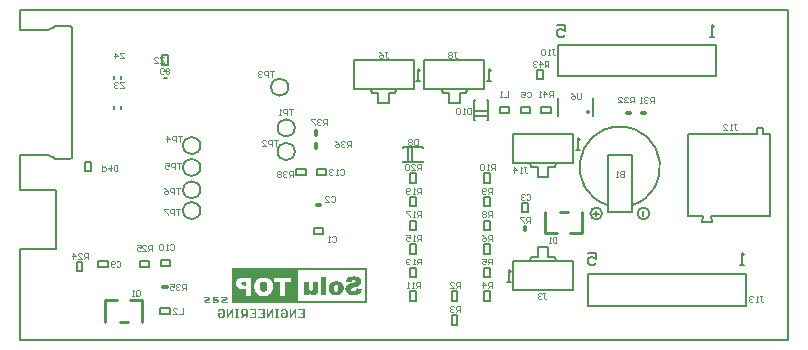
<source format=gbo>
G04*
G04 #@! TF.GenerationSoftware,Altium Limited,Altium Designer,21.9.2 (33)*
G04*
G04 Layer_Color=65535*
%FSLAX44Y44*%
%MOMM*%
G71*
G04*
G04 #@! TF.SameCoordinates,5C5C66F8-9FC8-4E62-95D0-8360453F7E55*
G04*
G04*
G04 #@! TF.FilePolarity,Positive*
G04*
G01*
G75*
%ADD10C,0.2000*%
%ADD12C,0.2540*%
%ADD13C,0.3000*%
%ADD14C,0.1000*%
%ADD15C,0.1500*%
%ADD60C,0.1778*%
%ADD61C,0.1524*%
G36*
X173837Y36905D02*
X173878D01*
Y36884D01*
X173940D01*
Y36864D01*
X173961D01*
Y36843D01*
X174002D01*
Y36822D01*
X174044D01*
Y36802D01*
X174064D01*
Y36781D01*
X174106D01*
Y36760D01*
X174126D01*
Y36740D01*
X174168D01*
Y36719D01*
X174188D01*
Y36698D01*
X174230D01*
Y36678D01*
X174250D01*
Y36657D01*
X174271D01*
Y36636D01*
X174312D01*
Y36616D01*
X174333D01*
Y36595D01*
X174354D01*
Y36574D01*
X174374D01*
Y36554D01*
X174395D01*
Y36533D01*
X174436D01*
Y36512D01*
X174457D01*
Y36492D01*
X174478D01*
Y36471D01*
X174498D01*
Y36451D01*
X174519D01*
Y36430D01*
X174540D01*
Y36409D01*
X174560D01*
Y36388D01*
X174601D01*
Y36368D01*
X174622D01*
Y36347D01*
X174643D01*
Y36326D01*
X174664D01*
Y36306D01*
X174684D01*
Y36285D01*
X174705D01*
Y36265D01*
X174725D01*
Y36244D01*
X174746D01*
Y36223D01*
X174767D01*
Y36203D01*
X174788D01*
Y36182D01*
X174829D01*
Y36161D01*
X174849D01*
Y36141D01*
X174870D01*
Y36120D01*
X174891D01*
Y36099D01*
X174911D01*
Y36079D01*
X174932D01*
Y36058D01*
X174953D01*
Y36037D01*
X174973D01*
Y36017D01*
X174994D01*
Y35996D01*
X175035D01*
Y35975D01*
X175056D01*
Y35955D01*
X175077D01*
Y35934D01*
X175097D01*
Y35913D01*
X175118D01*
Y35893D01*
X175139D01*
Y35872D01*
X175159D01*
Y35851D01*
X175180D01*
Y35831D01*
X175201D01*
Y35810D01*
X175221D01*
Y35789D01*
X175242D01*
Y35769D01*
X175263D01*
Y35748D01*
X175283D01*
Y35727D01*
X175304D01*
Y35707D01*
X175325D01*
Y35665D01*
X175345D01*
Y35645D01*
X175366D01*
Y35624D01*
X175387D01*
Y35583D01*
X175407D01*
Y35562D01*
X175428D01*
Y35500D01*
X175449D01*
Y35479D01*
X175469D01*
Y35376D01*
X175490D01*
Y35211D01*
X175469D01*
Y35128D01*
X175449D01*
Y35087D01*
X175428D01*
Y35046D01*
X175407D01*
Y35025D01*
X175387D01*
Y35004D01*
X175366D01*
Y34963D01*
X175345D01*
Y34942D01*
X175325D01*
Y34922D01*
X175304D01*
Y34901D01*
X175283D01*
Y34860D01*
X175263D01*
Y34839D01*
X175242D01*
Y34818D01*
X175221D01*
Y34777D01*
X175201D01*
Y34756D01*
X175180D01*
Y34736D01*
X175159D01*
Y34715D01*
X175139D01*
Y34694D01*
X175118D01*
Y34674D01*
X175097D01*
Y34653D01*
X175077D01*
Y34612D01*
X175035D01*
Y34570D01*
X175015D01*
Y34550D01*
X174994D01*
Y34529D01*
X174973D01*
Y34508D01*
X174953D01*
Y34488D01*
X174932D01*
Y34467D01*
X174911D01*
Y34446D01*
X174891D01*
Y34426D01*
X174870D01*
Y34405D01*
X174849D01*
Y34384D01*
X174829D01*
Y34364D01*
X174808D01*
Y34343D01*
X174788D01*
Y34323D01*
X174767D01*
Y34302D01*
X174746D01*
Y34281D01*
X174725D01*
Y34260D01*
X174684D01*
Y34219D01*
X174643D01*
Y34199D01*
X174622D01*
Y34178D01*
X174601D01*
Y34157D01*
X174581D01*
Y34137D01*
X174560D01*
Y34116D01*
X174540D01*
Y34095D01*
X174519D01*
Y34074D01*
X174498D01*
Y34054D01*
X174478D01*
Y34033D01*
X174457D01*
Y34013D01*
X174436D01*
Y33992D01*
X174416D01*
Y33971D01*
X174395D01*
Y33951D01*
X174374D01*
Y33930D01*
X174333D01*
Y33909D01*
X174312D01*
Y33889D01*
X174292D01*
Y33868D01*
X174271D01*
Y33847D01*
X174250D01*
Y33827D01*
X174230D01*
Y33806D01*
X174209D01*
Y33785D01*
X174188D01*
Y33765D01*
X174168D01*
Y33744D01*
X174147D01*
Y33723D01*
X174126D01*
Y33703D01*
X174106D01*
Y33682D01*
X174085D01*
Y33661D01*
X174064D01*
Y33641D01*
X174044D01*
Y33620D01*
X174023D01*
Y33599D01*
X174002D01*
Y33579D01*
X173982D01*
Y33558D01*
X173961D01*
Y33537D01*
X173734D01*
Y33558D01*
X173507D01*
Y33579D01*
X173135D01*
Y33599D01*
X172783D01*
Y33620D01*
X172453D01*
Y33599D01*
X172122D01*
Y33579D01*
X171978D01*
Y33558D01*
X171936D01*
Y33537D01*
X171895D01*
Y33517D01*
X171833D01*
Y33496D01*
X171812D01*
Y33475D01*
X171771D01*
Y33455D01*
X171750D01*
Y33434D01*
X171709D01*
Y33413D01*
X171688D01*
Y33393D01*
X171668D01*
Y33372D01*
X171647D01*
Y33351D01*
X171626D01*
Y33331D01*
X171606D01*
Y33289D01*
X171585D01*
Y33269D01*
X171565D01*
Y33207D01*
X171544D01*
Y33124D01*
X171523D01*
Y33103D01*
X171544D01*
Y33042D01*
X171565D01*
Y32980D01*
X171585D01*
Y32959D01*
X171606D01*
Y32938D01*
X171626D01*
Y32918D01*
X171647D01*
Y32876D01*
X171688D01*
Y32856D01*
X171709D01*
Y32835D01*
X171730D01*
Y32814D01*
X171750D01*
Y32794D01*
X171771D01*
Y32773D01*
X171833D01*
Y32752D01*
X171854D01*
Y32732D01*
X171916D01*
Y32711D01*
X171978D01*
Y32690D01*
X172060D01*
Y32670D01*
X174168D01*
Y32649D01*
X174436D01*
Y32628D01*
X174788D01*
Y32608D01*
X174911D01*
Y32587D01*
X175056D01*
Y32566D01*
X175139D01*
Y32546D01*
X175180D01*
Y32525D01*
X175221D01*
Y32504D01*
X175242D01*
Y32484D01*
X175263D01*
Y32463D01*
X175283D01*
Y32442D01*
X175304D01*
Y32422D01*
X175325D01*
Y32380D01*
X175345D01*
Y32360D01*
X175366D01*
Y32318D01*
X175387D01*
Y32257D01*
X175407D01*
Y32194D01*
X175428D01*
Y31885D01*
X175407D01*
Y31823D01*
X175387D01*
Y31781D01*
X175366D01*
Y31740D01*
X175345D01*
Y31719D01*
X175325D01*
Y31678D01*
X175304D01*
Y31657D01*
X175283D01*
Y31637D01*
X175263D01*
Y31616D01*
X175242D01*
Y31595D01*
X175201D01*
Y31575D01*
X175139D01*
Y31554D01*
X175097D01*
Y31533D01*
X174891D01*
Y31513D01*
X174788D01*
Y31492D01*
X174478D01*
Y31471D01*
X174271D01*
Y31451D01*
X173837D01*
Y31430D01*
X171399D01*
Y31409D01*
X171337D01*
Y31430D01*
X171296D01*
Y31451D01*
X171275D01*
Y31471D01*
X171255D01*
Y31492D01*
X171234D01*
Y31513D01*
X171213D01*
Y31533D01*
X171193D01*
Y31554D01*
X171172D01*
Y31575D01*
X171151D01*
Y31595D01*
X171131D01*
Y31616D01*
X171110D01*
Y31637D01*
X171089D01*
Y31657D01*
X171069D01*
Y31678D01*
X171048D01*
Y31699D01*
X171027D01*
Y31719D01*
X171007D01*
Y31740D01*
X170986D01*
Y31761D01*
X170965D01*
Y31781D01*
X170945D01*
Y31802D01*
X170924D01*
Y31823D01*
X170903D01*
Y31843D01*
X170883D01*
Y31864D01*
X170862D01*
Y31885D01*
X170841D01*
Y31905D01*
X170821D01*
Y31946D01*
X170779D01*
Y31988D01*
X170759D01*
Y32009D01*
X170738D01*
Y32029D01*
X170717D01*
Y32050D01*
X170697D01*
Y32071D01*
X170676D01*
Y32091D01*
X170655D01*
Y32112D01*
X170635D01*
Y32132D01*
X170614D01*
Y32153D01*
X170593D01*
Y32174D01*
X170573D01*
Y32194D01*
X170552D01*
Y32215D01*
X170531D01*
Y32236D01*
X170511D01*
Y32257D01*
X170490D01*
Y32277D01*
X170469D01*
Y32298D01*
X170449D01*
Y32318D01*
X170428D01*
Y32360D01*
X170408D01*
Y32380D01*
X170387D01*
Y32401D01*
X170366D01*
Y32422D01*
X170345D01*
Y32442D01*
X170325D01*
Y32463D01*
X170304D01*
Y32484D01*
X170284D01*
Y32504D01*
X170263D01*
Y32525D01*
X170242D01*
Y32546D01*
X170222D01*
Y32587D01*
X170201D01*
Y32608D01*
X170180D01*
Y32628D01*
X170160D01*
Y32649D01*
X170139D01*
Y32670D01*
X170118D01*
Y32711D01*
X170098D01*
Y32732D01*
X170077D01*
Y32752D01*
X170056D01*
Y32773D01*
X170036D01*
Y32814D01*
X170015D01*
Y32835D01*
X169994D01*
Y32856D01*
X169974D01*
Y32897D01*
X169953D01*
Y32918D01*
X169932D01*
Y32938D01*
X169912D01*
Y32980D01*
X169891D01*
Y33000D01*
X169870D01*
Y33042D01*
X169850D01*
Y33062D01*
X169829D01*
Y33103D01*
X169808D01*
Y33124D01*
X169788D01*
Y33166D01*
X169808D01*
Y33186D01*
X169829D01*
Y33207D01*
X169850D01*
Y33228D01*
X169870D01*
Y33269D01*
X169891D01*
Y33289D01*
X169912D01*
Y33331D01*
X169932D01*
Y33351D01*
X169953D01*
Y33372D01*
X169974D01*
Y33413D01*
X169994D01*
Y33434D01*
X170015D01*
Y33455D01*
X170036D01*
Y33496D01*
X170056D01*
Y33517D01*
X170077D01*
Y33537D01*
X170098D01*
Y33558D01*
X170118D01*
Y33599D01*
X170139D01*
Y33620D01*
X170160D01*
Y33641D01*
X170180D01*
Y33661D01*
X170201D01*
Y33682D01*
X170222D01*
Y33703D01*
X170242D01*
Y33723D01*
X170263D01*
Y33765D01*
X170284D01*
Y33785D01*
X170304D01*
Y33806D01*
X170325D01*
Y33827D01*
X170345D01*
Y33847D01*
X170366D01*
Y33868D01*
X170387D01*
Y33889D01*
X170408D01*
Y33909D01*
X170428D01*
Y33951D01*
X170449D01*
Y33971D01*
X170469D01*
Y33992D01*
X170490D01*
Y34013D01*
X170511D01*
Y34033D01*
X170531D01*
Y34054D01*
X170552D01*
Y34074D01*
X170573D01*
Y34095D01*
X170593D01*
Y34116D01*
X170614D01*
Y34137D01*
X170635D01*
Y34157D01*
X170655D01*
Y34178D01*
X170676D01*
Y34199D01*
X170697D01*
Y34219D01*
X170717D01*
Y34240D01*
X170738D01*
Y34260D01*
X170759D01*
Y34281D01*
X170779D01*
Y34302D01*
X170800D01*
Y34323D01*
X170821D01*
Y34364D01*
X170862D01*
Y34405D01*
X170883D01*
Y34426D01*
X170903D01*
Y34446D01*
X170924D01*
Y34467D01*
X170945D01*
Y34488D01*
X170965D01*
Y34508D01*
X170986D01*
Y34529D01*
X171007D01*
Y34550D01*
X171027D01*
Y34570D01*
X171048D01*
Y34591D01*
X171069D01*
Y34612D01*
X171089D01*
Y34632D01*
X171110D01*
Y34653D01*
X171131D01*
Y34674D01*
X171151D01*
Y34694D01*
X171172D01*
Y34715D01*
X171193D01*
Y34736D01*
X171213D01*
Y34777D01*
X171234D01*
Y34798D01*
X171275D01*
Y34818D01*
X171378D01*
Y34839D01*
X172184D01*
Y34818D01*
X172825D01*
Y34839D01*
X173279D01*
Y34860D01*
X173444D01*
Y34880D01*
X173486D01*
Y34901D01*
X173527D01*
Y34922D01*
X173548D01*
Y34942D01*
X173589D01*
Y34963D01*
X173610D01*
Y34984D01*
X173631D01*
Y35004D01*
X173672D01*
Y35025D01*
X173692D01*
Y35066D01*
X173713D01*
Y35087D01*
X173734D01*
Y35108D01*
X173754D01*
Y35149D01*
X173775D01*
Y35169D01*
X173796D01*
Y35211D01*
X173816D01*
Y35231D01*
X173837D01*
Y35335D01*
X173816D01*
Y35376D01*
X173796D01*
Y35417D01*
X173775D01*
Y35438D01*
X173754D01*
Y35459D01*
X173734D01*
Y35479D01*
X173713D01*
Y35500D01*
X173692D01*
Y35521D01*
X173651D01*
Y35541D01*
X173631D01*
Y35562D01*
X173568D01*
Y35583D01*
X173527D01*
Y35603D01*
X173424D01*
Y35624D01*
X173341D01*
Y35645D01*
X173073D01*
Y35665D01*
X171069D01*
Y35686D01*
X170821D01*
Y35707D01*
X170552D01*
Y35727D01*
X170449D01*
Y35748D01*
X170263D01*
Y35769D01*
X170222D01*
Y35789D01*
X170180D01*
Y35810D01*
X170139D01*
Y35831D01*
X170118D01*
Y35851D01*
X170098D01*
Y35872D01*
X170077D01*
Y35893D01*
X170056D01*
Y35913D01*
X170036D01*
Y35955D01*
X170015D01*
Y35975D01*
X169994D01*
Y36017D01*
X169974D01*
Y36079D01*
X169953D01*
Y36141D01*
X169932D01*
Y36471D01*
X169953D01*
Y36533D01*
X169974D01*
Y36595D01*
X169994D01*
Y36616D01*
X170015D01*
Y36657D01*
X170036D01*
Y36678D01*
X170056D01*
Y36698D01*
X170077D01*
Y36719D01*
X170098D01*
Y36740D01*
X170118D01*
Y36760D01*
X170139D01*
Y36781D01*
X170201D01*
Y36802D01*
X170263D01*
Y36822D01*
X170408D01*
Y36843D01*
X170697D01*
Y36864D01*
X170883D01*
Y36884D01*
X171626D01*
Y36905D01*
X173548D01*
Y36926D01*
X173837D01*
Y36905D01*
D02*
G37*
G36*
X158693Y36884D02*
X159313D01*
Y36864D01*
X159458D01*
Y36843D01*
X159499D01*
Y36822D01*
X159520D01*
Y36802D01*
X159561D01*
Y36781D01*
X159602D01*
Y36760D01*
X159623D01*
Y36740D01*
X159664D01*
Y36719D01*
X159685D01*
Y36698D01*
X159705D01*
Y36678D01*
X159747D01*
Y36657D01*
X159768D01*
Y36636D01*
X159788D01*
Y36616D01*
X159809D01*
Y36595D01*
X159850D01*
Y36574D01*
X159871D01*
Y36554D01*
X159891D01*
Y36533D01*
X159912D01*
Y36512D01*
X159933D01*
Y36492D01*
X159974D01*
Y36471D01*
X159995D01*
Y36451D01*
X160015D01*
Y36430D01*
X160036D01*
Y36409D01*
X160057D01*
Y36388D01*
X160077D01*
Y36368D01*
X160098D01*
Y36347D01*
X160119D01*
Y36326D01*
X160139D01*
Y36306D01*
X160160D01*
Y36285D01*
X160181D01*
Y36265D01*
X160201D01*
Y36244D01*
X160222D01*
Y36223D01*
X160243D01*
Y36203D01*
X160263D01*
Y36182D01*
X160284D01*
Y36161D01*
X160305D01*
Y36141D01*
X160325D01*
Y36120D01*
X160346D01*
Y36099D01*
X160367D01*
Y36079D01*
X160387D01*
Y36037D01*
X160408D01*
Y36017D01*
X160429D01*
Y35996D01*
X160449D01*
Y35975D01*
X160470D01*
Y35955D01*
X160491D01*
Y35934D01*
X160511D01*
Y35913D01*
X160532D01*
Y35893D01*
X160553D01*
Y35851D01*
X160573D01*
Y35831D01*
X160594D01*
Y35810D01*
X160615D01*
Y35789D01*
X160635D01*
Y35769D01*
X160656D01*
Y35727D01*
X160676D01*
Y35707D01*
X160697D01*
Y35686D01*
X160718D01*
Y35665D01*
X160739D01*
Y35624D01*
X160759D01*
Y35603D01*
X160780D01*
Y35583D01*
X160800D01*
Y35541D01*
X160821D01*
Y35521D01*
X160842D01*
Y35500D01*
X160863D01*
Y35479D01*
X160883D01*
Y35438D01*
X160904D01*
Y35417D01*
X160924D01*
Y35397D01*
X160945D01*
Y35356D01*
X160966D01*
Y35335D01*
X160986D01*
Y35314D01*
X161007D01*
Y35294D01*
X160986D01*
Y35252D01*
X160966D01*
Y35231D01*
X160945D01*
Y35190D01*
X160924D01*
Y35169D01*
X160904D01*
Y35128D01*
X160883D01*
Y35108D01*
X160863D01*
Y35087D01*
X160842D01*
Y35046D01*
X160821D01*
Y35025D01*
X160800D01*
Y34984D01*
X160780D01*
Y34963D01*
X160759D01*
Y34942D01*
X160739D01*
Y34901D01*
X160718D01*
Y34880D01*
X160697D01*
Y34860D01*
X160676D01*
Y34839D01*
X160656D01*
Y34798D01*
X160635D01*
Y34777D01*
X160615D01*
Y34756D01*
X160594D01*
Y34715D01*
X160553D01*
Y34674D01*
X160532D01*
Y34653D01*
X160511D01*
Y34632D01*
X160491D01*
Y34612D01*
X160470D01*
Y34591D01*
X160449D01*
Y34550D01*
X160429D01*
Y34529D01*
X160408D01*
Y34508D01*
X160387D01*
Y34488D01*
X160367D01*
Y34467D01*
X160346D01*
Y34446D01*
X160325D01*
Y34426D01*
X160305D01*
Y34405D01*
X160284D01*
Y34384D01*
X160263D01*
Y34364D01*
X160243D01*
Y34323D01*
X160222D01*
Y34302D01*
X160201D01*
Y34281D01*
X160181D01*
Y34260D01*
X160160D01*
Y34240D01*
X160139D01*
Y34219D01*
X160119D01*
Y34199D01*
X160098D01*
Y34178D01*
X160077D01*
Y34157D01*
X160057D01*
Y34137D01*
X160036D01*
Y34116D01*
X160015D01*
Y34095D01*
X159995D01*
Y34074D01*
X159974D01*
Y34054D01*
X159953D01*
Y34033D01*
X159933D01*
Y34013D01*
X159912D01*
Y33992D01*
X159891D01*
Y33971D01*
X159871D01*
Y33951D01*
X159850D01*
Y33930D01*
X159830D01*
Y33909D01*
X159809D01*
Y33889D01*
X159788D01*
Y33868D01*
X159747D01*
Y33847D01*
X159726D01*
Y33827D01*
X159705D01*
Y33806D01*
X159685D01*
Y33785D01*
X159664D01*
Y33765D01*
X159623D01*
Y33744D01*
X159602D01*
Y33723D01*
X159581D01*
Y33703D01*
X159561D01*
Y33682D01*
X159540D01*
Y33661D01*
X159499D01*
Y33641D01*
X159458D01*
Y33620D01*
X159354D01*
Y33599D01*
X159168D01*
Y33579D01*
X158590D01*
Y33599D01*
X158094D01*
Y33620D01*
X157929D01*
Y33599D01*
X157598D01*
Y33579D01*
X157515D01*
Y33558D01*
X157474D01*
Y33537D01*
X157433D01*
Y33517D01*
X157371D01*
Y33496D01*
X157350D01*
Y33475D01*
X157309D01*
Y33455D01*
X157288D01*
Y33434D01*
X157268D01*
Y33413D01*
X157226D01*
Y33393D01*
X157206D01*
Y33372D01*
X157185D01*
Y33351D01*
X157164D01*
Y33331D01*
X157123D01*
Y33310D01*
X157102D01*
Y33289D01*
X157082D01*
Y33269D01*
X157040D01*
Y33248D01*
X157020D01*
Y33228D01*
X156999D01*
Y33207D01*
X156978D01*
Y33186D01*
X156958D01*
Y33166D01*
X156937D01*
Y33145D01*
X156958D01*
Y33124D01*
X156978D01*
Y33103D01*
X156999D01*
Y33083D01*
X157020D01*
Y33062D01*
X157040D01*
Y33042D01*
X157061D01*
Y33021D01*
X157082D01*
Y33000D01*
X157102D01*
Y32980D01*
X157123D01*
Y32959D01*
X157144D01*
Y32918D01*
X157185D01*
Y32876D01*
X157226D01*
Y32856D01*
X157247D01*
Y32835D01*
X157268D01*
Y32814D01*
X157288D01*
Y32794D01*
X157309D01*
Y32773D01*
X157350D01*
Y32752D01*
X157392D01*
Y32732D01*
X157433D01*
Y32711D01*
X157495D01*
Y32690D01*
X157536D01*
Y32670D01*
X159623D01*
Y32649D01*
X159891D01*
Y32628D01*
X160222D01*
Y32608D01*
X160346D01*
Y32587D01*
X160470D01*
Y32566D01*
X160573D01*
Y32546D01*
X160594D01*
Y32525D01*
X160635D01*
Y32504D01*
X160676D01*
Y32484D01*
X160697D01*
Y32463D01*
X160718D01*
Y32442D01*
X160739D01*
Y32422D01*
X160759D01*
Y32380D01*
X160780D01*
Y32360D01*
X160800D01*
Y32298D01*
X160821D01*
Y32277D01*
X160842D01*
Y32174D01*
X160863D01*
Y32071D01*
X160883D01*
Y31885D01*
X160863D01*
Y31781D01*
X160842D01*
Y31678D01*
X160821D01*
Y31657D01*
X160800D01*
Y31637D01*
X160759D01*
Y31616D01*
X160697D01*
Y31595D01*
X160573D01*
Y31575D01*
X160449D01*
Y31554D01*
X160367D01*
Y31533D01*
X160160D01*
Y31513D01*
X160057D01*
Y31492D01*
X159788D01*
Y31471D01*
X159581D01*
Y31451D01*
X159127D01*
Y31430D01*
X157743D01*
Y31409D01*
X157268D01*
Y31389D01*
X156916D01*
Y31409D01*
X156896D01*
Y31430D01*
X156875D01*
Y31451D01*
X156854D01*
Y31471D01*
X156834D01*
Y31492D01*
X156813D01*
Y31513D01*
X156792D01*
Y31533D01*
X156772D01*
Y31554D01*
X156751D01*
Y31575D01*
X156730D01*
Y31595D01*
X156710D01*
Y31616D01*
X156689D01*
Y31637D01*
X156668D01*
Y31657D01*
X156648D01*
Y31678D01*
X156627D01*
Y31699D01*
X156607D01*
Y31719D01*
X156586D01*
Y31740D01*
X156545D01*
Y31781D01*
X156503D01*
Y31802D01*
X156482D01*
Y31843D01*
X156441D01*
Y31885D01*
X156400D01*
Y31905D01*
X156379D01*
Y31926D01*
X156359D01*
Y31946D01*
X156338D01*
Y31967D01*
X156317D01*
Y31988D01*
X156297D01*
Y32009D01*
X156276D01*
Y32029D01*
X156255D01*
Y32050D01*
X156235D01*
Y32071D01*
X156214D01*
Y32091D01*
X156193D01*
Y32112D01*
X156173D01*
Y32132D01*
X156152D01*
Y32153D01*
X156131D01*
Y32174D01*
X156111D01*
Y32194D01*
X156090D01*
Y32215D01*
X156069D01*
Y32236D01*
X156049D01*
Y32257D01*
X156028D01*
Y32277D01*
X156007D01*
Y32298D01*
X155987D01*
Y32318D01*
X155966D01*
Y32339D01*
X155945D01*
Y32360D01*
X155925D01*
Y32380D01*
X155904D01*
Y32401D01*
X155883D01*
Y32422D01*
X155863D01*
Y32442D01*
X155842D01*
Y32484D01*
X155801D01*
Y32525D01*
X155780D01*
Y32546D01*
X155759D01*
Y32566D01*
X155739D01*
Y32587D01*
X155718D01*
Y32608D01*
X155697D01*
Y32649D01*
X155677D01*
Y32670D01*
X155656D01*
Y32690D01*
X155635D01*
Y32711D01*
X155615D01*
Y32732D01*
X155594D01*
Y32773D01*
X155553D01*
Y32814D01*
X155532D01*
Y32835D01*
X155512D01*
Y32856D01*
X155491D01*
Y32897D01*
X155470D01*
Y32918D01*
X155449D01*
Y32938D01*
X155429D01*
Y32980D01*
X155408D01*
Y33021D01*
X155387D01*
Y33207D01*
X155408D01*
Y33269D01*
X155429D01*
Y33310D01*
X155449D01*
Y33372D01*
X155470D01*
Y33393D01*
X155491D01*
Y33434D01*
X155512D01*
Y33455D01*
X155532D01*
Y33475D01*
X155553D01*
Y33517D01*
X155574D01*
Y33537D01*
X155594D01*
Y33558D01*
X155615D01*
Y33599D01*
X155635D01*
Y33620D01*
X155656D01*
Y33641D01*
X155677D01*
Y33661D01*
X155697D01*
Y33682D01*
X155718D01*
Y33703D01*
X155739D01*
Y33744D01*
X155759D01*
Y33765D01*
X155780D01*
Y33785D01*
X155801D01*
Y33806D01*
X155821D01*
Y33827D01*
X155842D01*
Y33847D01*
X155863D01*
Y33868D01*
X155883D01*
Y33889D01*
X155904D01*
Y33909D01*
X155925D01*
Y33930D01*
X155945D01*
Y33951D01*
X155966D01*
Y33971D01*
X155987D01*
Y33992D01*
X156007D01*
Y34013D01*
X156028D01*
Y34033D01*
X156049D01*
Y34054D01*
X156069D01*
Y34074D01*
X156090D01*
Y34095D01*
X156111D01*
Y34116D01*
X156131D01*
Y34137D01*
X156152D01*
Y34157D01*
X156173D01*
Y34178D01*
X156193D01*
Y34199D01*
X156214D01*
Y34219D01*
X156235D01*
Y34240D01*
X156255D01*
Y34260D01*
X156276D01*
Y34281D01*
X156297D01*
Y34302D01*
X156317D01*
Y34323D01*
X156338D01*
Y34343D01*
X156359D01*
Y34364D01*
X156379D01*
Y34384D01*
X156400D01*
Y34405D01*
X156420D01*
Y34426D01*
X156441D01*
Y34446D01*
X156462D01*
Y34467D01*
X156482D01*
Y34488D01*
X156503D01*
Y34508D01*
X156524D01*
Y34529D01*
X156545D01*
Y34550D01*
X156565D01*
Y34570D01*
X156586D01*
Y34591D01*
X156607D01*
Y34612D01*
X156627D01*
Y34632D01*
X156648D01*
Y34653D01*
X156668D01*
Y34674D01*
X156689D01*
Y34694D01*
X156710D01*
Y34715D01*
X156730D01*
Y34736D01*
X156751D01*
Y34756D01*
X156772D01*
Y34777D01*
X156792D01*
Y34798D01*
X156813D01*
Y34818D01*
X156999D01*
Y34839D01*
X157702D01*
Y34818D01*
X158135D01*
Y34839D01*
X158218D01*
Y34818D01*
X158239D01*
Y34839D01*
X158735D01*
Y34860D01*
X158879D01*
Y34880D01*
X158920D01*
Y34901D01*
X158962D01*
Y34922D01*
X159003D01*
Y34942D01*
X159024D01*
Y34963D01*
X159065D01*
Y35004D01*
X159106D01*
Y35046D01*
X159127D01*
Y35066D01*
X159148D01*
Y35087D01*
X159168D01*
Y35128D01*
X159189D01*
Y35149D01*
X159210D01*
Y35211D01*
X159230D01*
Y35252D01*
X159251D01*
Y35294D01*
X159272D01*
Y35397D01*
X159292D01*
Y35459D01*
X159272D01*
Y35479D01*
X159251D01*
Y35500D01*
X159168D01*
Y35521D01*
X159127D01*
Y35541D01*
X159044D01*
Y35562D01*
X158941D01*
Y35583D01*
X158900D01*
Y35603D01*
X158735D01*
Y35624D01*
X158652D01*
Y35645D01*
X158445D01*
Y35665D01*
X158115D01*
Y35686D01*
X157577D01*
Y35665D01*
X156503D01*
Y35686D01*
X156297D01*
Y35707D01*
X156090D01*
Y35727D01*
X156007D01*
Y35748D01*
X155883D01*
Y35769D01*
X155821D01*
Y35789D01*
X155739D01*
Y35810D01*
X155677D01*
Y35831D01*
X155656D01*
Y35851D01*
X155635D01*
Y35872D01*
X155615D01*
Y35893D01*
X155594D01*
Y35934D01*
X155574D01*
Y35955D01*
X155553D01*
Y35996D01*
X155532D01*
Y36037D01*
X155512D01*
Y36099D01*
X155491D01*
Y36223D01*
X155470D01*
Y36533D01*
X155491D01*
Y36678D01*
X155512D01*
Y36740D01*
X155532D01*
Y36760D01*
X155553D01*
Y36781D01*
X155780D01*
Y36802D01*
X155987D01*
Y36822D01*
X156173D01*
Y36843D01*
X156545D01*
Y36864D01*
X156792D01*
Y36884D01*
X157412D01*
Y36905D01*
X158693D01*
Y36884D01*
D02*
G37*
G36*
X293625Y60933D02*
X293645D01*
Y50004D01*
Y49983D01*
Y31554D01*
X293625D01*
Y31533D01*
X179415D01*
Y31554D01*
X179395D01*
Y60230D01*
X179415D01*
Y60912D01*
X179436D01*
Y60953D01*
X183899D01*
Y60974D01*
X293625D01*
Y60933D01*
D02*
G37*
G36*
X165263Y36905D02*
X166172D01*
Y36884D01*
X166585D01*
Y36864D01*
X166668D01*
Y36843D01*
X166771D01*
Y36822D01*
X166813D01*
Y36802D01*
X166854D01*
Y36781D01*
X166895D01*
Y36760D01*
X166916D01*
Y36740D01*
X166957D01*
Y36719D01*
X166978D01*
Y36698D01*
X166999D01*
Y36678D01*
X167019D01*
Y36657D01*
X167040D01*
Y36616D01*
X167061D01*
Y36574D01*
X167081D01*
Y36533D01*
X167102D01*
Y36471D01*
X167122D01*
Y36368D01*
X167143D01*
Y36306D01*
X167122D01*
Y36223D01*
X167102D01*
Y36120D01*
X167081D01*
Y36079D01*
X167061D01*
Y36037D01*
X167040D01*
Y35975D01*
X167019D01*
Y35955D01*
X166999D01*
Y35913D01*
X166978D01*
Y35893D01*
X166957D01*
Y35851D01*
X166937D01*
Y35831D01*
X166916D01*
Y35810D01*
X166895D01*
Y35789D01*
X166875D01*
Y35769D01*
X166813D01*
Y35748D01*
X166627D01*
Y35727D01*
X166523D01*
Y35707D01*
X166234D01*
Y35686D01*
X165924D01*
Y35665D01*
X164788D01*
Y35645D01*
X164685D01*
Y35624D01*
X164643D01*
Y35603D01*
X164581D01*
Y35583D01*
X164540D01*
Y35562D01*
X164499D01*
Y35541D01*
X164457D01*
Y35521D01*
X164437D01*
Y35500D01*
X164395D01*
Y35479D01*
X164375D01*
Y35459D01*
X164333D01*
Y35438D01*
X164313D01*
Y35417D01*
X164292D01*
Y35397D01*
X164271D01*
Y35376D01*
X164251D01*
Y35356D01*
X164209D01*
Y35335D01*
X164189D01*
Y35314D01*
X164168D01*
Y35273D01*
X164147D01*
Y35252D01*
X164127D01*
Y35231D01*
X164106D01*
Y35211D01*
X164085D01*
Y35190D01*
X164065D01*
Y35149D01*
X164044D01*
Y35128D01*
X164023D01*
Y35087D01*
X164003D01*
Y35046D01*
X163982D01*
Y34963D01*
X164003D01*
Y34942D01*
X164023D01*
Y34922D01*
X164044D01*
Y34901D01*
X164106D01*
Y34880D01*
X164168D01*
Y34860D01*
X164313D01*
Y34839D01*
X164953D01*
Y34818D01*
X164974D01*
Y34839D01*
X165304D01*
Y34818D01*
X165635D01*
Y34839D01*
X166730D01*
Y34818D01*
X166771D01*
Y34839D01*
X166813D01*
Y34818D01*
X166854D01*
Y34798D01*
X166895D01*
Y34756D01*
X166937D01*
Y34715D01*
X166957D01*
Y34694D01*
X166999D01*
Y34653D01*
X167019D01*
Y34632D01*
X167040D01*
Y34612D01*
X167061D01*
Y34591D01*
X167081D01*
Y34570D01*
X167102D01*
Y34550D01*
X167122D01*
Y34529D01*
X167143D01*
Y34508D01*
X167164D01*
Y34488D01*
X167185D01*
Y34467D01*
X167205D01*
Y34446D01*
X167226D01*
Y34426D01*
X167246D01*
Y34405D01*
X167267D01*
Y34384D01*
X167288D01*
Y34364D01*
X167309D01*
Y34343D01*
X167329D01*
Y34323D01*
X167350D01*
Y34281D01*
X167370D01*
Y34260D01*
X167391D01*
Y34240D01*
X167412D01*
Y34219D01*
X167432D01*
Y34199D01*
X167453D01*
Y34178D01*
X167474D01*
Y34157D01*
X167494D01*
Y34137D01*
X167515D01*
Y34116D01*
X167536D01*
Y34095D01*
X167556D01*
Y34074D01*
X167577D01*
Y34054D01*
X167598D01*
Y34033D01*
X167618D01*
Y34013D01*
X167639D01*
Y33992D01*
X167660D01*
Y33971D01*
X167680D01*
Y33951D01*
X167701D01*
Y33909D01*
X167742D01*
Y33868D01*
X167763D01*
Y33847D01*
X167784D01*
Y33827D01*
X167804D01*
Y33806D01*
X167825D01*
Y33785D01*
X167846D01*
Y33765D01*
X167866D01*
Y33744D01*
X167887D01*
Y33703D01*
X167908D01*
Y33682D01*
X167928D01*
Y33661D01*
X167949D01*
Y33641D01*
X167970D01*
Y33620D01*
X167990D01*
Y33579D01*
X168011D01*
Y33558D01*
X168032D01*
Y33537D01*
X168052D01*
Y33517D01*
X168073D01*
Y33496D01*
X168093D01*
Y33455D01*
X168114D01*
Y33434D01*
X168135D01*
Y33413D01*
X168155D01*
Y33372D01*
X168176D01*
Y33351D01*
X168197D01*
Y33331D01*
X168218D01*
Y33310D01*
X168238D01*
Y33269D01*
X168259D01*
Y33248D01*
X168279D01*
Y33207D01*
X168300D01*
Y33186D01*
X168321D01*
Y33166D01*
X168342D01*
Y33124D01*
X168321D01*
Y33083D01*
X168300D01*
Y33062D01*
X168279D01*
Y33021D01*
X168259D01*
Y33000D01*
X168238D01*
Y32980D01*
X168218D01*
Y32938D01*
X168197D01*
Y32918D01*
X168176D01*
Y32876D01*
X168155D01*
Y32856D01*
X168135D01*
Y32835D01*
X168114D01*
Y32814D01*
X168093D01*
Y32773D01*
X168073D01*
Y32752D01*
X168052D01*
Y32732D01*
X168032D01*
Y32690D01*
X168011D01*
Y32670D01*
X167990D01*
Y32649D01*
X167970D01*
Y32628D01*
X167949D01*
Y32608D01*
X167928D01*
Y32587D01*
X167908D01*
Y32566D01*
X167887D01*
Y32525D01*
X167866D01*
Y32504D01*
X167846D01*
Y32484D01*
X167825D01*
Y32463D01*
X167804D01*
Y32442D01*
X167784D01*
Y32422D01*
X167763D01*
Y32401D01*
X167742D01*
Y32360D01*
X167722D01*
Y32339D01*
X167701D01*
Y32318D01*
X167680D01*
Y32298D01*
X167660D01*
Y32277D01*
X167639D01*
Y32257D01*
X167618D01*
Y32236D01*
X167598D01*
Y32215D01*
X167577D01*
Y32194D01*
X167556D01*
Y32174D01*
X167536D01*
Y32153D01*
X167515D01*
Y32132D01*
X167494D01*
Y32112D01*
X167474D01*
Y32091D01*
X167453D01*
Y32071D01*
X167432D01*
Y32029D01*
X167391D01*
Y31988D01*
X167350D01*
Y31946D01*
X167329D01*
Y31926D01*
X167288D01*
Y31885D01*
X167246D01*
Y31843D01*
X167226D01*
Y31823D01*
X167205D01*
Y31802D01*
X167185D01*
Y31781D01*
X167164D01*
Y31761D01*
X167143D01*
Y31740D01*
X167122D01*
Y31719D01*
X167102D01*
Y31699D01*
X167081D01*
Y31678D01*
X167061D01*
Y31657D01*
X167040D01*
Y31637D01*
X167019D01*
Y31616D01*
X166999D01*
Y31595D01*
X166978D01*
Y31575D01*
X166957D01*
Y31554D01*
X166937D01*
Y31533D01*
X166916D01*
Y31513D01*
X166895D01*
Y31492D01*
X166875D01*
Y31471D01*
X166854D01*
Y31451D01*
X166833D01*
Y31430D01*
X163342D01*
Y31451D01*
X163176D01*
Y31471D01*
X163094D01*
Y31492D01*
X162970D01*
Y31513D01*
X162929D01*
Y31533D01*
X162866D01*
Y31554D01*
X162825D01*
Y31575D01*
X162805D01*
Y31595D01*
X162784D01*
Y31678D01*
X162763D01*
Y31719D01*
X162743D01*
Y31823D01*
X162722D01*
Y31905D01*
X162701D01*
Y32009D01*
X162681D01*
Y32318D01*
X162660D01*
Y33951D01*
X162639D01*
Y34240D01*
X162660D01*
Y35149D01*
X162681D01*
Y35500D01*
X162701D01*
Y35541D01*
X162722D01*
Y35583D01*
X162743D01*
Y35645D01*
X162763D01*
Y35665D01*
X162784D01*
Y35707D01*
X162805D01*
Y35727D01*
X162825D01*
Y35769D01*
X162846D01*
Y35789D01*
X162866D01*
Y35810D01*
X162887D01*
Y35831D01*
X162908D01*
Y35851D01*
X162929D01*
Y35893D01*
X162949D01*
Y35913D01*
X162970D01*
Y35934D01*
X162990D01*
Y35955D01*
X163011D01*
Y35975D01*
X163032D01*
Y35996D01*
X163053D01*
Y36017D01*
X163073D01*
Y36037D01*
X163094D01*
Y36058D01*
X163114D01*
Y36079D01*
X163135D01*
Y36099D01*
X163156D01*
Y36120D01*
X163176D01*
Y36141D01*
X163197D01*
Y36161D01*
X163218D01*
Y36182D01*
X163238D01*
Y36203D01*
X163259D01*
Y36223D01*
X163280D01*
Y36244D01*
X163300D01*
Y36265D01*
X163321D01*
Y36285D01*
X163342D01*
Y36306D01*
X163362D01*
Y36326D01*
X163383D01*
Y36347D01*
X163404D01*
Y36368D01*
X163424D01*
Y36388D01*
X163445D01*
Y36409D01*
X163466D01*
Y36430D01*
X163486D01*
Y36451D01*
X163528D01*
Y36471D01*
X163548D01*
Y36492D01*
X163569D01*
Y36512D01*
X163590D01*
Y36533D01*
X163610D01*
Y36554D01*
X163631D01*
Y36574D01*
X163652D01*
Y36595D01*
X163693D01*
Y36616D01*
X163714D01*
Y36636D01*
X163755D01*
Y36657D01*
X163776D01*
Y36678D01*
X163796D01*
Y36698D01*
X163838D01*
Y36719D01*
X163858D01*
Y36740D01*
X163920D01*
Y36760D01*
X163941D01*
Y36781D01*
X163982D01*
Y36802D01*
X164023D01*
Y36822D01*
X164065D01*
Y36843D01*
X164147D01*
Y36864D01*
X164189D01*
Y36884D01*
X164375D01*
Y36905D01*
X164726D01*
Y36926D01*
X165263D01*
Y36905D01*
D02*
G37*
G36*
X232843Y26761D02*
X232884D01*
Y26740D01*
X232904D01*
Y26720D01*
X232966D01*
Y26699D01*
X232987D01*
Y26678D01*
X233029D01*
Y26658D01*
X233070D01*
Y26637D01*
X233090D01*
Y26616D01*
X233132D01*
Y26596D01*
X233152D01*
Y26575D01*
X233194D01*
Y26554D01*
X233235D01*
Y26534D01*
X233256D01*
Y26513D01*
X233297D01*
Y26492D01*
X233318D01*
Y26472D01*
X233359D01*
Y26451D01*
X233380D01*
Y26430D01*
X233400D01*
Y26410D01*
X233421D01*
Y21100D01*
X233400D01*
Y20336D01*
X233380D01*
Y19984D01*
Y19964D01*
Y19922D01*
X233359D01*
Y19716D01*
X233338D01*
Y19406D01*
X233318D01*
Y19261D01*
X233297D01*
Y19220D01*
X233276D01*
Y19199D01*
X233235D01*
Y19179D01*
X233214D01*
Y19158D01*
X233173D01*
Y19137D01*
X233152D01*
Y19117D01*
X233132D01*
Y19096D01*
X233090D01*
Y19075D01*
X233049D01*
Y19055D01*
X233029D01*
Y19034D01*
X232987D01*
Y19013D01*
X232966D01*
Y18993D01*
X232904D01*
Y18972D01*
X232884D01*
Y18951D01*
X232843D01*
Y18931D01*
X232760D01*
Y18951D01*
X232719D01*
Y18972D01*
X232677D01*
Y18993D01*
X232636D01*
Y19013D01*
X232615D01*
Y19034D01*
X232574D01*
Y19055D01*
X232533D01*
Y19075D01*
X232512D01*
Y19096D01*
X232471D01*
Y19117D01*
X232450D01*
Y19137D01*
X232429D01*
Y19158D01*
X232409D01*
Y19179D01*
X232388D01*
Y19199D01*
X232367D01*
Y19220D01*
X232347D01*
Y19241D01*
X232326D01*
Y19282D01*
X232305D01*
Y19344D01*
X232285D01*
Y19406D01*
X232264D01*
Y19612D01*
X232243D01*
Y19819D01*
X232223D01*
Y19984D01*
X232202D01*
Y20831D01*
X232181D01*
Y21389D01*
X232202D01*
Y22753D01*
X232181D01*
Y23104D01*
X232161D01*
Y23476D01*
X232140D01*
Y23641D01*
X232119D01*
Y23662D01*
X232057D01*
Y23641D01*
X232037D01*
Y23621D01*
X232016D01*
Y23600D01*
X231996D01*
Y23579D01*
X231975D01*
Y23558D01*
X231954D01*
Y23538D01*
X231933D01*
Y23517D01*
X231913D01*
Y23496D01*
X231892D01*
Y23476D01*
X231871D01*
Y23455D01*
X231851D01*
Y23414D01*
X231830D01*
Y23393D01*
X231810D01*
Y23352D01*
X231789D01*
Y23331D01*
X231768D01*
Y23311D01*
X231748D01*
Y23269D01*
X231727D01*
Y23249D01*
X231706D01*
Y23207D01*
X231686D01*
Y23187D01*
X231665D01*
Y23145D01*
X231644D01*
Y23125D01*
X231624D01*
Y23104D01*
X231603D01*
Y23063D01*
X231582D01*
Y23042D01*
X231562D01*
Y23001D01*
X231541D01*
Y22980D01*
X231520D01*
Y22939D01*
X231500D01*
Y22918D01*
X231479D01*
Y22897D01*
X231458D01*
Y22856D01*
X231438D01*
Y22835D01*
X231417D01*
Y22794D01*
X231396D01*
Y22773D01*
X231376D01*
Y22732D01*
X231355D01*
Y22711D01*
X231334D01*
Y22670D01*
X231314D01*
Y22650D01*
X231293D01*
Y22608D01*
X231272D01*
Y22587D01*
X231252D01*
Y22546D01*
X231231D01*
Y22525D01*
X231210D01*
Y22484D01*
X231190D01*
Y22464D01*
X231169D01*
Y22422D01*
X231148D01*
Y22401D01*
X231128D01*
Y22381D01*
X231107D01*
Y22340D01*
X231087D01*
Y22319D01*
X231066D01*
Y22278D01*
X231045D01*
Y22236D01*
X231024D01*
Y22216D01*
X231004D01*
Y22174D01*
X230983D01*
Y22154D01*
X230963D01*
Y22112D01*
X230942D01*
Y22092D01*
X230921D01*
Y22050D01*
X230900D01*
Y22030D01*
X230880D01*
Y22009D01*
X230859D01*
Y21968D01*
X230839D01*
Y21926D01*
X230818D01*
Y21906D01*
X230797D01*
Y21864D01*
X230777D01*
Y21844D01*
X230756D01*
Y21802D01*
X230735D01*
Y21782D01*
X230715D01*
Y21740D01*
X230694D01*
Y21720D01*
X230673D01*
Y21678D01*
X230653D01*
Y21658D01*
X230632D01*
Y21616D01*
X230611D01*
Y21575D01*
X230591D01*
Y21555D01*
X230570D01*
Y21513D01*
X230549D01*
Y21493D01*
X230529D01*
Y21472D01*
X230508D01*
Y21430D01*
X230487D01*
Y21410D01*
X230467D01*
Y21369D01*
X230446D01*
Y21327D01*
X230425D01*
Y21307D01*
X230405D01*
Y21265D01*
X230384D01*
Y21245D01*
X230363D01*
Y21203D01*
X230343D01*
Y21183D01*
X230322D01*
Y21141D01*
X230301D01*
Y21121D01*
X230281D01*
Y21079D01*
X230260D01*
Y21059D01*
X230239D01*
Y21017D01*
X230219D01*
Y20976D01*
X230198D01*
Y20955D01*
X230177D01*
Y20935D01*
X230157D01*
Y20893D01*
X230136D01*
Y20873D01*
X230115D01*
Y20831D01*
X230095D01*
Y20811D01*
X230074D01*
Y20769D01*
X230053D01*
Y20728D01*
X230033D01*
Y20707D01*
X230012D01*
Y20666D01*
X229991D01*
Y20645D01*
X229971D01*
Y20604D01*
X229950D01*
Y20583D01*
X229930D01*
Y20542D01*
X229909D01*
Y20522D01*
X229888D01*
Y20480D01*
X229867D01*
Y20439D01*
X229847D01*
Y20418D01*
X229826D01*
Y20398D01*
X229806D01*
Y20356D01*
X229785D01*
Y20336D01*
X229764D01*
Y20294D01*
X229743D01*
Y20273D01*
X229723D01*
Y20232D01*
X229702D01*
Y20212D01*
X229682D01*
Y20170D01*
X229661D01*
Y20129D01*
X229640D01*
Y20108D01*
X229620D01*
Y20067D01*
X229599D01*
Y20046D01*
X229578D01*
Y20005D01*
X229558D01*
Y19984D01*
X229537D01*
Y19964D01*
X229516D01*
Y19922D01*
X229496D01*
Y19902D01*
X229475D01*
Y19860D01*
X229454D01*
Y19819D01*
X229434D01*
Y19798D01*
X229413D01*
Y19757D01*
X229392D01*
Y19736D01*
X229372D01*
Y19695D01*
X229351D01*
Y19674D01*
X229330D01*
Y19633D01*
X229310D01*
Y19612D01*
X229289D01*
Y19592D01*
X229268D01*
Y19550D01*
X229248D01*
Y19530D01*
X229227D01*
Y19489D01*
X229206D01*
Y19468D01*
X229186D01*
Y19426D01*
X229165D01*
Y19385D01*
X229144D01*
Y19365D01*
X229124D01*
Y19323D01*
X229103D01*
Y19303D01*
X229082D01*
Y19282D01*
X229062D01*
Y19241D01*
X229041D01*
Y19220D01*
X229020D01*
Y19179D01*
X229000D01*
Y19158D01*
X228979D01*
Y19117D01*
X228958D01*
Y19096D01*
X228938D01*
Y19075D01*
X228917D01*
Y19055D01*
X228897D01*
Y19034D01*
X228855D01*
Y19013D01*
X228834D01*
Y18993D01*
X228752D01*
Y18972D01*
X228545D01*
Y18993D01*
X228421D01*
Y19013D01*
X228401D01*
Y19034D01*
X228339D01*
Y19055D01*
X228297D01*
Y19075D01*
X228277D01*
Y19096D01*
X228235D01*
Y19117D01*
X228215D01*
Y19137D01*
X228173D01*
Y19158D01*
X228153D01*
Y19179D01*
X228132D01*
Y19220D01*
X228111D01*
Y19241D01*
X228091D01*
Y19282D01*
X228070D01*
Y19303D01*
X228049D01*
Y19344D01*
X228029D01*
Y19406D01*
X228008D01*
Y19468D01*
X227987D01*
Y19612D01*
X227967D01*
Y19736D01*
X227946D01*
Y22959D01*
X227967D01*
Y23682D01*
X227987D01*
Y24984D01*
X228008D01*
Y25583D01*
X228029D01*
Y26451D01*
X228049D01*
Y26513D01*
X228091D01*
Y26534D01*
X228111D01*
Y26554D01*
X228132D01*
Y26575D01*
X228173D01*
Y26596D01*
X228215D01*
Y26616D01*
X228277D01*
Y26637D01*
X228339D01*
Y26658D01*
X228401D01*
Y26678D01*
X228669D01*
Y26658D01*
X228731D01*
Y26637D01*
X228793D01*
Y26616D01*
X228855D01*
Y26596D01*
X228876D01*
Y26575D01*
X228917D01*
Y26554D01*
X228958D01*
Y26534D01*
X228979D01*
Y26513D01*
X229000D01*
Y26492D01*
X229020D01*
Y26472D01*
X229041D01*
Y26451D01*
X229062D01*
Y26410D01*
X229082D01*
Y26182D01*
X229103D01*
Y26038D01*
X229124D01*
Y25666D01*
X229144D01*
Y25377D01*
X229165D01*
Y23393D01*
X229186D01*
Y22587D01*
X229206D01*
Y22340D01*
X229227D01*
Y22009D01*
X229289D01*
Y22030D01*
X229310D01*
Y22050D01*
X229330D01*
Y22092D01*
X229351D01*
Y22112D01*
X229372D01*
Y22133D01*
X229392D01*
Y22154D01*
X229413D01*
Y22195D01*
X229434D01*
Y22216D01*
X229454D01*
Y22236D01*
X229475D01*
Y22278D01*
X229496D01*
Y22298D01*
X229516D01*
Y22319D01*
X229537D01*
Y22360D01*
X229558D01*
Y22381D01*
X229578D01*
Y22422D01*
X229599D01*
Y22443D01*
X229620D01*
Y22464D01*
X229640D01*
Y22505D01*
X229661D01*
Y22525D01*
X229682D01*
Y22546D01*
X229702D01*
Y22567D01*
X229723D01*
Y22608D01*
X229743D01*
Y22629D01*
X229764D01*
Y22670D01*
X229785D01*
Y22691D01*
X229806D01*
Y22732D01*
X229826D01*
Y22753D01*
X229847D01*
Y22773D01*
X229867D01*
Y22815D01*
X229888D01*
Y22835D01*
X229909D01*
Y22877D01*
X229930D01*
Y22897D01*
X229950D01*
Y22918D01*
X229971D01*
Y22959D01*
X229991D01*
Y22980D01*
X230012D01*
Y23021D01*
X230033D01*
Y23042D01*
X230053D01*
Y23083D01*
X230074D01*
Y23104D01*
X230095D01*
Y23145D01*
X230115D01*
Y23166D01*
X230136D01*
Y23207D01*
X230157D01*
Y23228D01*
X230177D01*
Y23269D01*
X230198D01*
Y23290D01*
X230219D01*
Y23331D01*
X230239D01*
Y23352D01*
X230260D01*
Y23393D01*
X230281D01*
Y23414D01*
X230301D01*
Y23435D01*
X230322D01*
Y23476D01*
X230343D01*
Y23496D01*
X230363D01*
Y23538D01*
X230384D01*
Y23579D01*
X230405D01*
Y23600D01*
X230425D01*
Y23641D01*
X230446D01*
Y23662D01*
X230467D01*
Y23703D01*
X230487D01*
Y23724D01*
X230508D01*
Y23765D01*
X230529D01*
Y23786D01*
X230549D01*
Y23807D01*
X230570D01*
Y23848D01*
X230591D01*
Y23889D01*
X230611D01*
Y23910D01*
X230632D01*
Y23951D01*
X230653D01*
Y23972D01*
X230673D01*
Y24013D01*
X230694D01*
Y24034D01*
X230715D01*
Y24075D01*
X230735D01*
Y24096D01*
X230756D01*
Y24137D01*
X230777D01*
Y24178D01*
X230797D01*
Y24199D01*
X230818D01*
Y24240D01*
X230839D01*
Y24261D01*
X230859D01*
Y24302D01*
X230880D01*
Y24323D01*
X230900D01*
Y24364D01*
X230921D01*
Y24406D01*
X230942D01*
Y24426D01*
X230963D01*
Y24468D01*
X230983D01*
Y24488D01*
X231004D01*
Y24530D01*
X231024D01*
Y24550D01*
X231045D01*
Y24571D01*
X231066D01*
Y24633D01*
X231087D01*
Y24653D01*
X231107D01*
Y24674D01*
X231128D01*
Y24715D01*
X231148D01*
Y24736D01*
X231169D01*
Y24778D01*
X231190D01*
Y24798D01*
X231210D01*
Y24839D01*
X231231D01*
Y24860D01*
X231252D01*
Y24901D01*
X231272D01*
Y24943D01*
X231293D01*
Y24963D01*
X231314D01*
Y25005D01*
X231334D01*
Y25025D01*
X231355D01*
Y25067D01*
X231376D01*
Y25087D01*
X231396D01*
Y25108D01*
X231417D01*
Y25149D01*
X231438D01*
Y25191D01*
X231458D01*
Y25232D01*
X231479D01*
Y25253D01*
X231500D01*
Y25273D01*
X231520D01*
Y25315D01*
X231541D01*
Y25335D01*
X231562D01*
Y25377D01*
X231582D01*
Y25397D01*
X231603D01*
Y25439D01*
X231624D01*
Y25459D01*
X231644D01*
Y25501D01*
X231665D01*
Y25521D01*
X231686D01*
Y25542D01*
X231706D01*
Y25583D01*
X231727D01*
Y25624D01*
X231748D01*
Y25645D01*
X231768D01*
Y25687D01*
X231789D01*
Y25707D01*
X231810D01*
Y25749D01*
X231830D01*
Y25769D01*
X231851D01*
Y25810D01*
X231871D01*
Y25831D01*
X231892D01*
Y25852D01*
X231913D01*
Y25893D01*
X231933D01*
Y25914D01*
X231954D01*
Y25955D01*
X231975D01*
Y25976D01*
X231996D01*
Y25996D01*
X232016D01*
Y26038D01*
X232037D01*
Y26058D01*
X232057D01*
Y26100D01*
X232078D01*
Y26120D01*
X232099D01*
Y26141D01*
X232119D01*
Y26182D01*
X232140D01*
Y26203D01*
X232161D01*
Y26244D01*
X232181D01*
Y26265D01*
X232202D01*
Y26306D01*
X232223D01*
Y26327D01*
X232243D01*
Y26348D01*
X232264D01*
Y26389D01*
X232285D01*
Y26410D01*
X232305D01*
Y26430D01*
X232326D01*
Y26451D01*
X232347D01*
Y26492D01*
X232367D01*
Y26513D01*
X232388D01*
Y26534D01*
X232409D01*
Y26554D01*
X232429D01*
Y26575D01*
X232471D01*
Y26596D01*
X232491D01*
Y26616D01*
X232512D01*
Y26637D01*
X232553D01*
Y26658D01*
X232574D01*
Y26678D01*
X232615D01*
Y26699D01*
X232636D01*
Y26720D01*
X232677D01*
Y26740D01*
X232719D01*
Y26761D01*
X232760D01*
Y26781D01*
X232843D01*
Y26761D01*
D02*
G37*
G36*
X179539Y26720D02*
X179643D01*
Y26699D01*
X179684D01*
Y26678D01*
X179746D01*
Y26658D01*
X179767D01*
Y26637D01*
X179808D01*
Y26616D01*
X179849D01*
Y26596D01*
X179870D01*
Y26575D01*
X179911D01*
Y26554D01*
X179932D01*
Y26534D01*
X179973D01*
Y26513D01*
X179994D01*
Y26492D01*
X180014D01*
Y26472D01*
X180056D01*
Y26451D01*
X180076D01*
Y26430D01*
X180118D01*
Y26410D01*
X180138D01*
Y26389D01*
X180159D01*
Y26368D01*
X180200D01*
Y26327D01*
X180221D01*
Y21430D01*
X180200D01*
Y20480D01*
X180180D01*
Y19984D01*
X180159D01*
Y19819D01*
X180138D01*
Y19571D01*
X180118D01*
Y19468D01*
X180097D01*
Y19406D01*
X180076D01*
Y19344D01*
X180056D01*
Y19323D01*
X180035D01*
Y19261D01*
X180014D01*
Y19241D01*
X179994D01*
Y19220D01*
X179973D01*
Y19199D01*
X179953D01*
Y19158D01*
X179932D01*
Y19137D01*
X179890D01*
Y19096D01*
X179849D01*
Y19075D01*
X179828D01*
Y19055D01*
X179787D01*
Y19034D01*
X179746D01*
Y19013D01*
X179725D01*
Y18993D01*
X179643D01*
Y18972D01*
X179477D01*
Y18993D01*
X179374D01*
Y19013D01*
X179353D01*
Y19034D01*
X179312D01*
Y19055D01*
X179271D01*
Y19075D01*
X179250D01*
Y19096D01*
X179229D01*
Y19117D01*
X179209D01*
Y19137D01*
X179167D01*
Y19158D01*
X179147D01*
Y19199D01*
X179126D01*
Y19220D01*
X179105D01*
Y19241D01*
X179085D01*
Y19282D01*
X179064D01*
Y19303D01*
X179044D01*
Y19344D01*
X179023D01*
Y19385D01*
X179002D01*
Y19468D01*
X178981D01*
Y19530D01*
X178961D01*
Y19695D01*
X178940D01*
Y19922D01*
X178920D01*
Y20108D01*
X178899D01*
Y20955D01*
X178878D01*
Y21596D01*
X178899D01*
Y22753D01*
X178878D01*
Y23125D01*
X178857D01*
Y23538D01*
X178837D01*
Y23682D01*
X178816D01*
Y23703D01*
X178775D01*
Y23682D01*
X178754D01*
Y23662D01*
X178734D01*
Y23621D01*
X178713D01*
Y23600D01*
X178692D01*
Y23579D01*
X178672D01*
Y23558D01*
X178651D01*
Y23517D01*
X178630D01*
Y23496D01*
X178610D01*
Y23476D01*
X178589D01*
Y23455D01*
X178568D01*
Y23435D01*
X178548D01*
Y23393D01*
X178527D01*
Y23373D01*
X178506D01*
Y23331D01*
X178486D01*
Y23311D01*
X178465D01*
Y23290D01*
X178444D01*
Y23249D01*
X178424D01*
Y23228D01*
X178403D01*
Y23207D01*
X178382D01*
Y23166D01*
X178362D01*
Y23145D01*
X178341D01*
Y23125D01*
X178320D01*
Y23104D01*
X178300D01*
Y23063D01*
X178279D01*
Y23042D01*
X178258D01*
Y23001D01*
X178238D01*
Y22980D01*
X178217D01*
Y22959D01*
X178196D01*
Y22918D01*
X178176D01*
Y22897D01*
X178155D01*
Y22856D01*
X178134D01*
Y22835D01*
X178114D01*
Y22794D01*
X178093D01*
Y22773D01*
X178072D01*
Y22753D01*
X178052D01*
Y22711D01*
X178031D01*
Y22691D01*
X178010D01*
Y22650D01*
X177990D01*
Y22629D01*
X177969D01*
Y22587D01*
X177948D01*
Y22567D01*
X177928D01*
Y22546D01*
X177907D01*
Y22505D01*
X177887D01*
Y22484D01*
X177866D01*
Y22443D01*
X177845D01*
Y22401D01*
X177824D01*
Y22381D01*
X177804D01*
Y22340D01*
X177783D01*
Y22319D01*
X177763D01*
Y22278D01*
X177742D01*
Y22257D01*
X177721D01*
Y22236D01*
X177701D01*
Y22195D01*
X177680D01*
Y22174D01*
X177659D01*
Y22133D01*
X177638D01*
Y22112D01*
X177618D01*
Y22071D01*
X177597D01*
Y22030D01*
X177577D01*
Y22009D01*
X177556D01*
Y21968D01*
X177535D01*
Y21947D01*
X177515D01*
Y21906D01*
X177494D01*
Y21885D01*
X177473D01*
Y21864D01*
X177453D01*
Y21823D01*
X177432D01*
Y21802D01*
X177411D01*
Y21761D01*
X177391D01*
Y21740D01*
X177370D01*
Y21699D01*
X177349D01*
Y21658D01*
X177329D01*
Y21637D01*
X177308D01*
Y21596D01*
X177287D01*
Y21575D01*
X177267D01*
Y21534D01*
X177246D01*
Y21513D01*
X177225D01*
Y21493D01*
X177205D01*
Y21451D01*
X177184D01*
Y21430D01*
X177163D01*
Y21389D01*
X177143D01*
Y21369D01*
X177122D01*
Y21327D01*
X177101D01*
Y21286D01*
X177081D01*
Y21265D01*
X177060D01*
Y21224D01*
X177039D01*
Y21203D01*
X177019D01*
Y21183D01*
X176998D01*
Y21141D01*
X176977D01*
Y21121D01*
X176957D01*
Y21079D01*
X176936D01*
Y21059D01*
X176915D01*
Y21017D01*
X176895D01*
Y20997D01*
X176874D01*
Y20955D01*
X176853D01*
Y20935D01*
X176833D01*
Y20914D01*
X176812D01*
Y20873D01*
X176791D01*
Y20852D01*
X176771D01*
Y20811D01*
X176750D01*
Y20769D01*
X176730D01*
Y20749D01*
X176709D01*
Y20707D01*
X176688D01*
Y20687D01*
X176667D01*
Y20645D01*
X176647D01*
Y20625D01*
X176626D01*
Y20583D01*
X176605D01*
Y20563D01*
X176585D01*
Y20542D01*
X176564D01*
Y20501D01*
X176544D01*
Y20480D01*
X176523D01*
Y20439D01*
X176502D01*
Y20398D01*
X176482D01*
Y20377D01*
X176461D01*
Y20336D01*
X176440D01*
Y20315D01*
X176420D01*
Y20273D01*
X176399D01*
Y20253D01*
X176378D01*
Y20212D01*
X176358D01*
Y20191D01*
X176337D01*
Y20170D01*
X176316D01*
Y20129D01*
X176296D01*
Y20088D01*
X176275D01*
Y20067D01*
X176254D01*
Y20026D01*
X176234D01*
Y20005D01*
X176213D01*
Y19964D01*
X176192D01*
Y19943D01*
X176172D01*
Y19902D01*
X176151D01*
Y19881D01*
X176130D01*
Y19860D01*
X176110D01*
Y19819D01*
X176089D01*
Y19798D01*
X176068D01*
Y19757D01*
X176048D01*
Y19736D01*
X176027D01*
Y19695D01*
X176006D01*
Y19674D01*
X175986D01*
Y19654D01*
X175965D01*
Y19612D01*
X175944D01*
Y19592D01*
X175924D01*
Y19550D01*
X175903D01*
Y19530D01*
X175882D01*
Y19509D01*
X175862D01*
Y19489D01*
X175841D01*
Y19468D01*
X175821D01*
Y19426D01*
X175800D01*
Y19406D01*
X175779D01*
Y19365D01*
X175758D01*
Y19344D01*
X175738D01*
Y19323D01*
X175717D01*
Y19303D01*
X175697D01*
Y19282D01*
X175676D01*
Y19241D01*
X175655D01*
Y19220D01*
X175634D01*
Y19199D01*
X175614D01*
Y19179D01*
X175593D01*
Y19158D01*
X175572D01*
Y19137D01*
X175552D01*
Y19117D01*
X175531D01*
Y19075D01*
X175511D01*
Y19055D01*
X175469D01*
Y19034D01*
X175449D01*
Y19013D01*
X175428D01*
Y18993D01*
X175366D01*
Y18972D01*
X175325D01*
Y18951D01*
X175159D01*
Y18972D01*
X175097D01*
Y18993D01*
X175015D01*
Y19013D01*
X174994D01*
Y19034D01*
X174953D01*
Y19055D01*
X174911D01*
Y19075D01*
X174891D01*
Y19096D01*
X174849D01*
Y19117D01*
X174829D01*
Y19137D01*
X174788D01*
Y19158D01*
X174746D01*
Y19179D01*
X174725D01*
Y19199D01*
X174705D01*
Y19220D01*
X174684D01*
Y19241D01*
X174664D01*
Y19261D01*
X174643D01*
Y19509D01*
X174622D01*
Y19695D01*
X174601D01*
Y19922D01*
X174581D01*
Y20439D01*
X174560D01*
Y20914D01*
X174540D01*
Y24592D01*
X174560D01*
Y25108D01*
X174581D01*
Y25624D01*
X174601D01*
Y25852D01*
X174622D01*
Y25872D01*
Y26038D01*
X174643D01*
Y26265D01*
X174664D01*
Y26306D01*
X174684D01*
Y26368D01*
X174705D01*
Y26410D01*
X174725D01*
Y26430D01*
X174746D01*
Y26472D01*
X174767D01*
Y26492D01*
X174788D01*
Y26513D01*
X174808D01*
Y26534D01*
X174849D01*
Y26554D01*
X174870D01*
Y26575D01*
X174911D01*
Y26596D01*
X174932D01*
Y26616D01*
X174973D01*
Y26637D01*
X175015D01*
Y26658D01*
X175077D01*
Y26678D01*
X175325D01*
Y26658D01*
X175387D01*
Y26637D01*
X175449D01*
Y26616D01*
X175490D01*
Y26596D01*
X175511D01*
Y26575D01*
X175552D01*
Y26554D01*
X175572D01*
Y26534D01*
X175614D01*
Y26513D01*
X175634D01*
Y26492D01*
X175655D01*
Y26472D01*
X175676D01*
Y26430D01*
X175697D01*
Y26410D01*
X175717D01*
Y26368D01*
X175738D01*
Y26327D01*
X175758D01*
Y26286D01*
X175779D01*
Y26141D01*
X175800D01*
Y26017D01*
X175821D01*
Y25728D01*
X175841D01*
Y25542D01*
X175862D01*
Y24922D01*
X175882D01*
Y23662D01*
X175862D01*
Y23496D01*
X175882D01*
Y22525D01*
X175903D01*
Y22298D01*
X175924D01*
Y22009D01*
X175986D01*
Y22030D01*
X176006D01*
Y22050D01*
X176027D01*
Y22092D01*
X176048D01*
Y22112D01*
X176068D01*
Y22133D01*
X176089D01*
Y22174D01*
X176110D01*
Y22195D01*
X176130D01*
Y22216D01*
X176151D01*
Y22236D01*
X176172D01*
Y22278D01*
X176192D01*
Y22298D01*
X176213D01*
Y22319D01*
X176234D01*
Y22360D01*
X176254D01*
Y22381D01*
X176275D01*
Y22401D01*
X176296D01*
Y22422D01*
X176316D01*
Y22464D01*
X176337D01*
Y22484D01*
X176358D01*
Y22525D01*
X176378D01*
Y22546D01*
X176399D01*
Y22567D01*
X176420D01*
Y22608D01*
X176440D01*
Y22629D01*
X176461D01*
Y22670D01*
X176482D01*
Y22691D01*
X176502D01*
Y22711D01*
X176523D01*
Y22753D01*
X176544D01*
Y22773D01*
X176564D01*
Y22815D01*
X176585D01*
Y22835D01*
X176605D01*
Y22856D01*
X176626D01*
Y22897D01*
X176647D01*
Y22918D01*
X176667D01*
Y22959D01*
X176688D01*
Y22980D01*
X176709D01*
Y23001D01*
X176730D01*
Y23042D01*
X176750D01*
Y23063D01*
X176771D01*
Y23104D01*
X176791D01*
Y23125D01*
X176812D01*
Y23166D01*
X176833D01*
Y23187D01*
X176853D01*
Y23207D01*
X176874D01*
Y23249D01*
X176895D01*
Y23269D01*
X176915D01*
Y23311D01*
X176936D01*
Y23331D01*
X176957D01*
Y23373D01*
X176977D01*
Y23393D01*
X176998D01*
Y23414D01*
X177019D01*
Y23455D01*
X177039D01*
Y23496D01*
X177060D01*
Y23517D01*
X177081D01*
Y23558D01*
X177101D01*
Y23579D01*
X177122D01*
Y23621D01*
X177143D01*
Y23641D01*
X177163D01*
Y23682D01*
X177184D01*
Y23703D01*
X177205D01*
Y23724D01*
X177225D01*
Y23765D01*
X177246D01*
Y23786D01*
X177267D01*
Y23827D01*
X177287D01*
Y23848D01*
X177308D01*
Y23889D01*
X177329D01*
Y23930D01*
X177349D01*
Y23951D01*
X177370D01*
Y23992D01*
X177391D01*
Y24013D01*
X177411D01*
Y24054D01*
X177432D01*
Y24075D01*
X177453D01*
Y24116D01*
X177473D01*
Y24137D01*
X177494D01*
Y24158D01*
X177515D01*
Y24199D01*
X177535D01*
Y24240D01*
X177556D01*
Y24261D01*
X177577D01*
Y24302D01*
X177597D01*
Y24323D01*
X177618D01*
Y24364D01*
X177638D01*
Y24385D01*
X177659D01*
Y24426D01*
X177680D01*
Y24447D01*
X177701D01*
Y24488D01*
X177721D01*
Y24530D01*
X177742D01*
Y24550D01*
X177763D01*
Y24592D01*
X177783D01*
Y24612D01*
X177804D01*
Y24653D01*
X177824D01*
Y24674D01*
X177845D01*
Y24695D01*
X177866D01*
Y24736D01*
X177887D01*
Y24757D01*
X177907D01*
Y24798D01*
X177928D01*
Y24839D01*
X177948D01*
Y24860D01*
X177969D01*
Y24901D01*
X177990D01*
Y24922D01*
X178010D01*
Y24963D01*
X178031D01*
Y24984D01*
X178052D01*
Y25025D01*
X178072D01*
Y25046D01*
X178093D01*
Y25067D01*
X178114D01*
Y25108D01*
X178134D01*
Y25129D01*
X178155D01*
Y25170D01*
X178176D01*
Y25191D01*
X178196D01*
Y25232D01*
X178217D01*
Y25273D01*
X178238D01*
Y25294D01*
X178258D01*
Y25335D01*
X178279D01*
Y25356D01*
X178300D01*
Y25397D01*
X178320D01*
Y25418D01*
X178341D01*
Y25439D01*
X178362D01*
Y25480D01*
X178382D01*
Y25501D01*
X178403D01*
Y25542D01*
X178424D01*
Y25563D01*
X178444D01*
Y25604D01*
X178465D01*
Y25624D01*
X178486D01*
Y25645D01*
X178506D01*
Y25687D01*
X178527D01*
Y25707D01*
X178548D01*
Y25749D01*
X178568D01*
Y25769D01*
X178589D01*
Y25810D01*
X178610D01*
Y25831D01*
X178630D01*
Y25872D01*
X178651D01*
Y25893D01*
X178672D01*
Y25934D01*
X178692D01*
Y25955D01*
X178713D01*
Y25996D01*
X178734D01*
Y26017D01*
X178754D01*
Y26058D01*
X178775D01*
Y26079D01*
X178796D01*
Y26100D01*
X178816D01*
Y26141D01*
X178837D01*
Y26162D01*
X178857D01*
Y26182D01*
X178878D01*
Y26224D01*
X178899D01*
Y26244D01*
X178920D01*
Y26265D01*
X178940D01*
Y26306D01*
X178961D01*
Y26327D01*
X178981D01*
Y26348D01*
X179002D01*
Y26389D01*
X179023D01*
Y26410D01*
X179044D01*
Y26451D01*
X179064D01*
Y26472D01*
X179085D01*
Y26492D01*
X179105D01*
Y26534D01*
X179126D01*
Y26554D01*
X179147D01*
Y26575D01*
X179167D01*
Y26596D01*
X179188D01*
Y26616D01*
X179209D01*
Y26637D01*
X179229D01*
Y26658D01*
X179250D01*
Y26678D01*
X179291D01*
Y26699D01*
X179312D01*
Y26720D01*
X179395D01*
Y26740D01*
X179539D01*
Y26720D01*
D02*
G37*
G36*
X213525D02*
X213629D01*
Y26699D01*
X213670D01*
Y26678D01*
X213732D01*
Y26658D01*
X213752D01*
Y26637D01*
X213794D01*
Y26616D01*
X213835D01*
Y26596D01*
X213856D01*
Y26575D01*
X213897D01*
Y26554D01*
X213918D01*
Y26534D01*
X213959D01*
Y26513D01*
X213980D01*
Y26492D01*
X214000D01*
Y26472D01*
X214042D01*
Y26451D01*
X214062D01*
Y26430D01*
X214083D01*
Y26410D01*
X214104D01*
Y20811D01*
X214083D01*
Y20377D01*
X214062D01*
Y19964D01*
X214042D01*
Y19633D01*
X214021D01*
Y19489D01*
X214000D01*
Y19241D01*
X213980D01*
Y19220D01*
X213959D01*
Y19199D01*
X213918D01*
Y19179D01*
X213897D01*
Y19158D01*
X213856D01*
Y19137D01*
X213835D01*
Y19117D01*
X213815D01*
Y19096D01*
X213773D01*
Y19075D01*
X213732D01*
Y19055D01*
X213711D01*
Y19034D01*
X213670D01*
Y19013D01*
X213649D01*
Y18993D01*
X213587D01*
Y18972D01*
X213567D01*
Y18951D01*
X213525D01*
Y18931D01*
X213443D01*
Y18951D01*
X213401D01*
Y18972D01*
X213381D01*
Y18993D01*
X213319D01*
Y19013D01*
X213298D01*
Y19034D01*
X213257D01*
Y19055D01*
X213215D01*
Y19075D01*
X213195D01*
Y19096D01*
X213153D01*
Y19117D01*
X213133D01*
Y19137D01*
X213112D01*
Y19158D01*
X213091D01*
Y19179D01*
X213071D01*
Y19199D01*
X213050D01*
Y19220D01*
X213029D01*
Y19241D01*
X213009D01*
Y19282D01*
X212988D01*
Y19323D01*
X212967D01*
Y19468D01*
X212947D01*
Y19592D01*
X212926D01*
Y19819D01*
X212906D01*
Y20108D01*
X212885D01*
Y20418D01*
X212864D01*
Y23249D01*
X212843D01*
Y23455D01*
X212823D01*
Y23662D01*
X212802D01*
Y23682D01*
X212761D01*
Y23662D01*
X212719D01*
Y23641D01*
X212678D01*
Y23621D01*
X212658D01*
Y23600D01*
X212637D01*
Y23579D01*
X212616D01*
Y23538D01*
X212596D01*
Y23517D01*
X212575D01*
Y23496D01*
X212554D01*
Y23455D01*
X212534D01*
Y23435D01*
X212513D01*
Y23414D01*
X212492D01*
Y23393D01*
X212472D01*
Y23352D01*
X212451D01*
Y23331D01*
X212430D01*
Y23311D01*
X212410D01*
Y23269D01*
X212389D01*
Y23249D01*
X212368D01*
Y23207D01*
X212348D01*
Y23187D01*
X212327D01*
Y23166D01*
X212306D01*
Y23125D01*
X212286D01*
Y23104D01*
X212265D01*
Y23063D01*
X212244D01*
Y23042D01*
X212224D01*
Y23021D01*
X212203D01*
Y22980D01*
X212182D01*
Y22959D01*
X212162D01*
Y22918D01*
X212141D01*
Y22897D01*
X212120D01*
Y22856D01*
X212100D01*
Y22835D01*
X212079D01*
Y22815D01*
X212058D01*
Y22773D01*
X212038D01*
Y22753D01*
X212017D01*
Y22711D01*
X211996D01*
Y22691D01*
X211976D01*
Y22650D01*
X211955D01*
Y22629D01*
X211935D01*
Y22608D01*
X211914D01*
Y22567D01*
X211893D01*
Y22546D01*
X211873D01*
Y22505D01*
X211852D01*
Y22484D01*
X211831D01*
Y22443D01*
X211810D01*
Y22422D01*
X211790D01*
Y22401D01*
X211769D01*
Y22360D01*
X211749D01*
Y22340D01*
X211728D01*
Y22298D01*
X211707D01*
Y22278D01*
X211686D01*
Y22236D01*
X211666D01*
Y22216D01*
X211645D01*
Y22174D01*
X211625D01*
Y22133D01*
X211604D01*
Y22112D01*
X211583D01*
Y22092D01*
X211563D01*
Y22050D01*
X211542D01*
Y22030D01*
X211521D01*
Y21988D01*
X211501D01*
Y21968D01*
X211480D01*
Y21926D01*
X211459D01*
Y21906D01*
X211439D01*
Y21885D01*
X211418D01*
Y21844D01*
X211397D01*
Y21823D01*
X211377D01*
Y21782D01*
X211356D01*
Y21761D01*
X211335D01*
Y21720D01*
X211315D01*
Y21678D01*
X211294D01*
Y21658D01*
X211273D01*
Y21616D01*
X211253D01*
Y21596D01*
X211232D01*
Y21555D01*
X211211D01*
Y21534D01*
X211191D01*
Y21513D01*
X211170D01*
Y21472D01*
X211149D01*
Y21451D01*
X211129D01*
Y21410D01*
X211108D01*
Y21369D01*
X211087D01*
Y21348D01*
X211067D01*
Y21307D01*
X211046D01*
Y21286D01*
X211025D01*
Y21245D01*
X211005D01*
Y21224D01*
X210984D01*
Y21183D01*
X210963D01*
Y21162D01*
X210943D01*
Y21141D01*
X210922D01*
Y21100D01*
X210902D01*
Y21079D01*
X210881D01*
Y21038D01*
X210860D01*
Y21017D01*
X210840D01*
Y20976D01*
X210819D01*
Y20935D01*
X210798D01*
Y20914D01*
X210777D01*
Y20873D01*
X210757D01*
Y20852D01*
X210736D01*
Y20811D01*
X210716D01*
Y20790D01*
X210695D01*
Y20769D01*
X210674D01*
Y20728D01*
X210653D01*
Y20707D01*
X210633D01*
Y20666D01*
X210612D01*
Y20645D01*
X210592D01*
Y20604D01*
X210571D01*
Y20563D01*
X210550D01*
Y20542D01*
X210530D01*
Y20501D01*
X210509D01*
Y20480D01*
X210488D01*
Y20439D01*
X210468D01*
Y20418D01*
X210447D01*
Y20398D01*
X210426D01*
Y20356D01*
X210406D01*
Y20336D01*
X210385D01*
Y20294D01*
X210364D01*
Y20273D01*
X210344D01*
Y20232D01*
X210323D01*
Y20191D01*
X210302D01*
Y20170D01*
X210282D01*
Y20150D01*
X210261D01*
Y20108D01*
X210240D01*
Y20088D01*
X210220D01*
Y20046D01*
X210199D01*
Y20026D01*
X210178D01*
Y19984D01*
X210158D01*
Y19964D01*
X210137D01*
Y19922D01*
X210116D01*
Y19902D01*
X210096D01*
Y19881D01*
X210075D01*
Y19840D01*
X210054D01*
Y19819D01*
X210034D01*
Y19778D01*
X210013D01*
Y19757D01*
X209992D01*
Y19716D01*
X209972D01*
Y19695D01*
X209951D01*
Y19674D01*
X209930D01*
Y19633D01*
X209910D01*
Y19612D01*
X209889D01*
Y19571D01*
X209868D01*
Y19550D01*
X209848D01*
Y19509D01*
X209827D01*
Y19489D01*
X209806D01*
Y19468D01*
X209786D01*
Y19426D01*
X209765D01*
Y19406D01*
X209744D01*
Y19365D01*
X209724D01*
Y19344D01*
X209703D01*
Y19303D01*
X209683D01*
Y19282D01*
X209662D01*
Y19261D01*
X209641D01*
Y19220D01*
X209620D01*
Y19199D01*
X209600D01*
Y19158D01*
X209579D01*
Y19137D01*
X209559D01*
Y19117D01*
X209538D01*
Y19096D01*
X209517D01*
Y19075D01*
X209497D01*
Y19055D01*
X209476D01*
Y19034D01*
X209435D01*
Y19013D01*
X209393D01*
Y18993D01*
X209331D01*
Y18972D01*
X209249D01*
Y18951D01*
X209125D01*
Y18972D01*
X209042D01*
Y18993D01*
X208939D01*
Y19013D01*
X208897D01*
Y19034D01*
X208856D01*
Y19055D01*
X208815D01*
Y19075D01*
X208794D01*
Y19096D01*
X208753D01*
Y19117D01*
X208732D01*
Y19137D01*
X208711D01*
Y19158D01*
X208691D01*
Y19179D01*
X208670D01*
Y19199D01*
X208650D01*
Y19241D01*
X208629D01*
Y19261D01*
X208608D01*
Y19303D01*
X208587D01*
Y19344D01*
X208567D01*
Y19385D01*
X208546D01*
Y19757D01*
X208526D01*
Y24695D01*
X208546D01*
Y25439D01*
X208567D01*
Y25666D01*
X208587D01*
Y25893D01*
X208608D01*
Y26120D01*
X208629D01*
Y26224D01*
X208650D01*
Y26368D01*
X208670D01*
Y26389D01*
X208691D01*
Y26451D01*
X208711D01*
Y26492D01*
X208732D01*
Y26534D01*
X208753D01*
Y26575D01*
X208773D01*
Y26596D01*
X208794D01*
Y26658D01*
X208815D01*
Y26678D01*
X209290D01*
Y26658D01*
X209414D01*
Y26637D01*
X209455D01*
Y26616D01*
X209497D01*
Y26596D01*
X209517D01*
Y26575D01*
X209538D01*
Y26534D01*
X209559D01*
Y26513D01*
X209579D01*
Y26492D01*
X209600D01*
Y26430D01*
X209620D01*
Y26410D01*
X209641D01*
Y26286D01*
X209662D01*
Y26224D01*
X209683D01*
Y25976D01*
X209703D01*
Y25769D01*
X209724D01*
Y25521D01*
X209744D01*
Y24757D01*
X209765D01*
Y23579D01*
X209744D01*
Y22918D01*
X209765D01*
Y22422D01*
X209786D01*
Y22216D01*
X209806D01*
Y22154D01*
X209827D01*
Y22050D01*
X209848D01*
Y21988D01*
X209889D01*
Y22009D01*
X209910D01*
Y22030D01*
X209930D01*
Y22050D01*
X209951D01*
Y22071D01*
X209972D01*
Y22092D01*
X209992D01*
Y22133D01*
X210013D01*
Y22154D01*
X210034D01*
Y22174D01*
X210054D01*
Y22216D01*
X210075D01*
Y22236D01*
X210096D01*
Y22257D01*
X210116D01*
Y22278D01*
X210137D01*
Y22319D01*
X210158D01*
Y22340D01*
X210178D01*
Y22360D01*
X210199D01*
Y22381D01*
X210220D01*
Y22422D01*
X210240D01*
Y22443D01*
X210261D01*
Y22464D01*
X210282D01*
Y22505D01*
X210302D01*
Y22525D01*
X210323D01*
Y22546D01*
X210344D01*
Y22587D01*
X210364D01*
Y22608D01*
X210385D01*
Y22650D01*
X210406D01*
Y22670D01*
X210426D01*
Y22691D01*
X210447D01*
Y22711D01*
X210468D01*
Y22753D01*
X210488D01*
Y22773D01*
X210509D01*
Y22794D01*
X210530D01*
Y22835D01*
X210550D01*
Y22856D01*
X210571D01*
Y22897D01*
X210592D01*
Y22918D01*
X210612D01*
Y22939D01*
X210633D01*
Y22980D01*
X210653D01*
Y23001D01*
X210674D01*
Y23042D01*
X210695D01*
Y23063D01*
X210716D01*
Y23104D01*
X210736D01*
Y23125D01*
X210757D01*
Y23145D01*
X210777D01*
Y23187D01*
X210798D01*
Y23207D01*
X210819D01*
Y23249D01*
X210840D01*
Y23290D01*
X210860D01*
Y23311D01*
X210881D01*
Y23352D01*
X210902D01*
Y23373D01*
X210922D01*
Y23393D01*
X210943D01*
Y23435D01*
X210963D01*
Y23455D01*
X210984D01*
Y23496D01*
X211005D01*
Y23517D01*
X211025D01*
Y23558D01*
X211046D01*
Y23600D01*
X211067D01*
Y23621D01*
X211087D01*
Y23662D01*
X211108D01*
Y23682D01*
X211129D01*
Y23724D01*
X211149D01*
Y23744D01*
X211170D01*
Y23786D01*
X211191D01*
Y23807D01*
X211211D01*
Y23827D01*
X211232D01*
Y23868D01*
X211253D01*
Y23910D01*
X211273D01*
Y23930D01*
X211294D01*
Y23972D01*
X211315D01*
Y23992D01*
X211335D01*
Y24034D01*
X211356D01*
Y24054D01*
X211377D01*
Y24096D01*
X211397D01*
Y24116D01*
X211418D01*
Y24158D01*
X211439D01*
Y24199D01*
X211459D01*
Y24220D01*
X211480D01*
Y24261D01*
X211501D01*
Y24282D01*
X211521D01*
Y24323D01*
X211542D01*
Y24344D01*
X211563D01*
Y24385D01*
X211583D01*
Y24426D01*
X211604D01*
Y24447D01*
X211625D01*
Y24488D01*
X211645D01*
Y24509D01*
X211666D01*
Y24530D01*
X211686D01*
Y24571D01*
X211707D01*
Y24592D01*
X211728D01*
Y24633D01*
X211749D01*
Y24653D01*
X211769D01*
Y24695D01*
X211790D01*
Y24736D01*
X211810D01*
Y24757D01*
X211831D01*
Y24798D01*
X211852D01*
Y24819D01*
X211873D01*
Y24860D01*
X211893D01*
Y24881D01*
X211914D01*
Y24922D01*
X211935D01*
Y24943D01*
X211955D01*
Y24984D01*
X211976D01*
Y25025D01*
X211996D01*
Y25046D01*
X212017D01*
Y25067D01*
X212038D01*
Y25108D01*
X212058D01*
Y25129D01*
X212079D01*
Y25170D01*
X212100D01*
Y25191D01*
X212120D01*
Y25232D01*
X212141D01*
Y25253D01*
X212162D01*
Y25273D01*
X212182D01*
Y25315D01*
X212203D01*
Y25335D01*
X212224D01*
Y25377D01*
X212244D01*
Y25397D01*
X212265D01*
Y25439D01*
X212286D01*
Y25459D01*
X212306D01*
Y25501D01*
X212327D01*
Y25521D01*
X212348D01*
Y25542D01*
X212368D01*
Y25583D01*
X212389D01*
Y25604D01*
X212410D01*
Y25645D01*
X212430D01*
Y25687D01*
X212451D01*
Y25707D01*
X212472D01*
Y25749D01*
X212492D01*
Y25769D01*
X212513D01*
Y25810D01*
X212534D01*
Y25831D01*
X212554D01*
Y25852D01*
X212575D01*
Y25893D01*
X212596D01*
Y25914D01*
X212616D01*
Y25955D01*
X212637D01*
Y25976D01*
X212658D01*
Y26017D01*
X212678D01*
Y26038D01*
X212699D01*
Y26079D01*
X212719D01*
Y26120D01*
X212740D01*
Y26141D01*
X212761D01*
Y26162D01*
X212782D01*
Y26182D01*
X212802D01*
Y26224D01*
X212823D01*
Y26244D01*
X212843D01*
Y26265D01*
X212864D01*
Y26306D01*
X212885D01*
Y26327D01*
X212906D01*
Y26348D01*
X212926D01*
Y26368D01*
X212947D01*
Y26389D01*
X212967D01*
Y26430D01*
X213009D01*
Y26472D01*
X213029D01*
Y26492D01*
X213050D01*
Y26513D01*
X213071D01*
Y26534D01*
X213091D01*
Y26554D01*
X213112D01*
Y26575D01*
X213153D01*
Y26596D01*
X213174D01*
Y26616D01*
X213195D01*
Y26637D01*
X213215D01*
Y26658D01*
X213236D01*
Y26678D01*
X213277D01*
Y26699D01*
X213319D01*
Y26720D01*
X213401D01*
Y26740D01*
X213525D01*
Y26720D01*
D02*
G37*
G36*
X224682Y26761D02*
X224723D01*
Y26740D01*
X224744D01*
Y26720D01*
X224764D01*
Y26678D01*
X224806D01*
Y26637D01*
X224826D01*
Y26616D01*
X224868D01*
Y26575D01*
X224888D01*
Y26554D01*
X224909D01*
Y26534D01*
X224930D01*
Y26513D01*
X224950D01*
Y26492D01*
X224971D01*
Y26472D01*
X224992D01*
Y26451D01*
X225012D01*
Y26430D01*
X225033D01*
Y26410D01*
X225054D01*
Y26389D01*
X225074D01*
Y26368D01*
X225095D01*
Y26348D01*
X225116D01*
Y26327D01*
X225136D01*
Y26306D01*
X225157D01*
Y26286D01*
X225178D01*
Y26265D01*
X225198D01*
Y26244D01*
X225219D01*
Y26224D01*
X225240D01*
Y26203D01*
X225260D01*
Y26182D01*
X225281D01*
Y26162D01*
X225302D01*
Y26141D01*
X225322D01*
Y26120D01*
X225343D01*
Y26100D01*
X225364D01*
Y26079D01*
X225384D01*
Y26058D01*
X225405D01*
Y26038D01*
X225426D01*
Y26017D01*
X225446D01*
Y25996D01*
X225467D01*
Y25976D01*
X225487D01*
Y25955D01*
X225508D01*
Y25934D01*
X225529D01*
Y25914D01*
X225550D01*
Y25893D01*
X225570D01*
Y25872D01*
X225591D01*
Y25852D01*
X225611D01*
Y25831D01*
X225632D01*
Y25810D01*
X225653D01*
Y25790D01*
X225674D01*
Y25769D01*
X225694D01*
Y25749D01*
X225715D01*
Y25728D01*
X225735D01*
Y25707D01*
X225756D01*
Y25687D01*
X225777D01*
Y25666D01*
X225797D01*
Y25645D01*
X225818D01*
Y25624D01*
X225839D01*
Y25604D01*
X225859D01*
Y25583D01*
X225880D01*
Y25563D01*
X225901D01*
Y25542D01*
X225921D01*
Y25521D01*
X225942D01*
Y25501D01*
X225963D01*
Y25480D01*
X225983D01*
Y25459D01*
X226004D01*
Y25439D01*
X226025D01*
Y25418D01*
X226045D01*
Y25397D01*
X226066D01*
Y25377D01*
X226087D01*
Y25356D01*
X226107D01*
Y25335D01*
X226128D01*
Y25315D01*
X226149D01*
Y25253D01*
X226169D01*
Y25211D01*
X226190D01*
Y20356D01*
X226169D01*
Y20336D01*
X226149D01*
Y20315D01*
X226128D01*
Y20294D01*
X226107D01*
Y20273D01*
X226087D01*
Y20253D01*
X226066D01*
Y20232D01*
X226045D01*
Y20212D01*
X226025D01*
Y20191D01*
X226004D01*
Y20170D01*
X225983D01*
Y20150D01*
X225963D01*
Y20129D01*
X225942D01*
Y20108D01*
X225921D01*
Y20088D01*
X225901D01*
Y20067D01*
X225880D01*
Y20046D01*
X225859D01*
Y20026D01*
X225839D01*
Y20005D01*
X225818D01*
Y19984D01*
X225797D01*
Y19943D01*
X225756D01*
Y19902D01*
X225735D01*
Y19881D01*
X225715D01*
Y19860D01*
X225694D01*
Y19840D01*
X225674D01*
Y19819D01*
X225653D01*
Y19798D01*
X225632D01*
Y19778D01*
X225611D01*
Y19757D01*
X225591D01*
Y19736D01*
X225570D01*
Y19716D01*
X225550D01*
Y19695D01*
X225529D01*
Y19674D01*
X225508D01*
Y19654D01*
X225487D01*
Y19633D01*
X225467D01*
Y19612D01*
X225446D01*
Y19592D01*
X225426D01*
Y19571D01*
X225405D01*
Y19550D01*
X225384D01*
Y19530D01*
X225364D01*
Y19509D01*
X225343D01*
Y19489D01*
X225322D01*
Y19468D01*
X225302D01*
Y19447D01*
X225281D01*
Y19426D01*
X225260D01*
Y19406D01*
X225240D01*
Y19385D01*
X225219D01*
Y19365D01*
X225198D01*
Y19344D01*
X225178D01*
Y19323D01*
X225157D01*
Y19303D01*
X225136D01*
Y19282D01*
X225116D01*
Y19261D01*
X225095D01*
Y19241D01*
X225074D01*
Y19220D01*
X225054D01*
Y19199D01*
X225033D01*
Y19179D01*
X225012D01*
Y19158D01*
X224992D01*
Y19137D01*
X224971D01*
Y19117D01*
X224950D01*
Y19096D01*
X224909D01*
Y19075D01*
X224888D01*
Y19055D01*
X224868D01*
Y19034D01*
X224847D01*
Y19013D01*
X224826D01*
Y18993D01*
X224806D01*
Y18972D01*
X224785D01*
Y18951D01*
X224351D01*
Y18931D01*
X222099D01*
Y18951D01*
X222037D01*
Y18993D01*
X221996D01*
Y19034D01*
X221955D01*
Y19055D01*
X221934D01*
Y19075D01*
X221913D01*
Y19096D01*
X221893D01*
Y19117D01*
X221872D01*
Y19137D01*
X221851D01*
Y19158D01*
X221831D01*
Y19179D01*
X221810D01*
Y19199D01*
X221789D01*
Y19220D01*
X221769D01*
Y19241D01*
X221748D01*
Y19261D01*
X221727D01*
Y19282D01*
X221707D01*
Y19303D01*
X221686D01*
Y19323D01*
X221665D01*
Y19344D01*
X221624D01*
Y19365D01*
X221603D01*
Y19385D01*
X221583D01*
Y19406D01*
X221562D01*
Y19426D01*
X221542D01*
Y19447D01*
X221521D01*
Y19468D01*
X221500D01*
Y19489D01*
X221479D01*
Y19509D01*
X221459D01*
Y19530D01*
X221438D01*
Y19550D01*
X221397D01*
Y19592D01*
X221355D01*
Y19612D01*
X221335D01*
Y19633D01*
X221314D01*
Y19654D01*
X221294D01*
Y19674D01*
X221273D01*
Y19695D01*
X221252D01*
Y19716D01*
X221231D01*
Y19736D01*
X221211D01*
Y19757D01*
X221190D01*
Y19778D01*
X221169D01*
Y19798D01*
X221149D01*
Y19840D01*
X221108D01*
Y19881D01*
X221087D01*
Y19902D01*
X221066D01*
Y19922D01*
X221046D01*
Y19943D01*
X221025D01*
Y19964D01*
X221004D01*
Y19984D01*
X220984D01*
Y20005D01*
X220963D01*
Y20046D01*
X220942D01*
Y20067D01*
X220922D01*
Y20088D01*
X220901D01*
Y20108D01*
X220880D01*
Y20129D01*
X220860D01*
Y20170D01*
X220839D01*
Y20191D01*
X220818D01*
Y20212D01*
X220798D01*
Y20253D01*
X220777D01*
Y20273D01*
X220756D01*
Y20315D01*
X220736D01*
Y20356D01*
X220715D01*
Y20439D01*
X220694D01*
Y20563D01*
X220674D01*
Y20625D01*
X220653D01*
Y20831D01*
X220632D01*
Y21038D01*
X220612D01*
Y22546D01*
X220632D01*
Y22856D01*
X220653D01*
Y23042D01*
X220674D01*
Y23083D01*
X220694D01*
Y23166D01*
X220715D01*
Y23207D01*
X220736D01*
Y23228D01*
X220756D01*
Y23269D01*
X220777D01*
Y23290D01*
X220798D01*
Y23311D01*
X220818D01*
Y23331D01*
X220839D01*
Y23352D01*
X220963D01*
Y23373D01*
X221046D01*
Y23393D01*
X221211D01*
Y23414D01*
X221397D01*
Y23435D01*
X221562D01*
Y23455D01*
X222223D01*
Y23476D01*
X222430D01*
Y23455D01*
X223215D01*
Y23435D01*
X223339D01*
Y23414D01*
X223504D01*
Y23393D01*
X223628D01*
Y23373D01*
X223669D01*
Y23352D01*
X223731D01*
Y23331D01*
X223773D01*
Y23311D01*
X223793D01*
Y23290D01*
X223814D01*
Y23269D01*
X223835D01*
Y23249D01*
X223855D01*
Y23228D01*
X223876D01*
Y23187D01*
X223897D01*
Y23166D01*
X223917D01*
Y23104D01*
X223938D01*
Y23063D01*
X223959D01*
Y23001D01*
X223979D01*
Y22918D01*
X224000D01*
Y22732D01*
X223979D01*
Y22650D01*
X223959D01*
Y22587D01*
X223938D01*
Y22567D01*
X223917D01*
Y22525D01*
X223897D01*
Y22505D01*
X223876D01*
Y22484D01*
X223855D01*
Y22464D01*
X223835D01*
Y22443D01*
X223814D01*
Y22422D01*
X223773D01*
Y22401D01*
X223731D01*
Y22381D01*
X223690D01*
Y22360D01*
X223608D01*
Y22340D01*
X223566D01*
Y22319D01*
X223442D01*
Y22298D01*
X223380D01*
Y22278D01*
X223256D01*
Y22257D01*
X223029D01*
Y22236D01*
X222306D01*
Y22216D01*
X221893D01*
Y22195D01*
X221872D01*
Y21307D01*
X221893D01*
Y21059D01*
X221913D01*
Y21017D01*
X221934D01*
Y20935D01*
X221955D01*
Y20893D01*
X221975D01*
Y20852D01*
X221996D01*
Y20811D01*
X222017D01*
Y20769D01*
X222037D01*
Y20728D01*
X222058D01*
Y20707D01*
X222079D01*
Y20687D01*
X222099D01*
Y20666D01*
X222120D01*
Y20625D01*
X222141D01*
Y20604D01*
X222161D01*
Y20583D01*
X222182D01*
Y20563D01*
X222203D01*
Y20542D01*
X222223D01*
Y20522D01*
X222244D01*
Y20501D01*
X222265D01*
Y20480D01*
X222306D01*
Y20459D01*
X222327D01*
Y20439D01*
X222347D01*
Y20418D01*
X222388D01*
Y20398D01*
X222409D01*
Y20377D01*
X222451D01*
Y20356D01*
X222471D01*
Y20336D01*
X222512D01*
Y20315D01*
X222554D01*
Y20294D01*
X222657D01*
Y20273D01*
X224351D01*
Y20294D01*
X224372D01*
Y20315D01*
X224393D01*
Y20336D01*
X224413D01*
Y20377D01*
X224434D01*
Y20398D01*
X224454D01*
Y20418D01*
X224475D01*
Y20439D01*
X224496D01*
Y20459D01*
X224517D01*
Y20480D01*
X224537D01*
Y20501D01*
X224558D01*
Y20522D01*
X224578D01*
Y20563D01*
X224599D01*
Y20583D01*
X224620D01*
Y20604D01*
X224641D01*
Y20625D01*
X224661D01*
Y20645D01*
X224682D01*
Y20666D01*
X224702D01*
Y20687D01*
X224723D01*
Y20707D01*
X224744D01*
Y20728D01*
X224764D01*
Y20769D01*
X224785D01*
Y20790D01*
X224806D01*
Y20811D01*
X224826D01*
Y20831D01*
X224847D01*
Y20852D01*
X224868D01*
Y20893D01*
X224888D01*
Y20914D01*
X224909D01*
Y20955D01*
X224930D01*
Y20997D01*
X224950D01*
Y21864D01*
X224971D01*
Y23435D01*
X224950D01*
Y24778D01*
X224930D01*
Y24798D01*
X224909D01*
Y24839D01*
X224868D01*
Y24860D01*
X224847D01*
Y24881D01*
X224826D01*
Y24901D01*
X224806D01*
Y24922D01*
X224785D01*
Y24943D01*
X224764D01*
Y24963D01*
X224744D01*
Y24984D01*
X224723D01*
Y25005D01*
X224702D01*
Y25046D01*
X224661D01*
Y25087D01*
X224620D01*
Y25129D01*
X224599D01*
Y25149D01*
X224558D01*
Y25170D01*
X224537D01*
Y25191D01*
X224517D01*
Y25211D01*
X224496D01*
Y25232D01*
X224475D01*
Y25253D01*
X224434D01*
Y25273D01*
X224413D01*
Y25294D01*
X224393D01*
Y25315D01*
X224351D01*
Y25335D01*
X224310D01*
Y25356D01*
X224289D01*
Y25377D01*
X224248D01*
Y25397D01*
X224186D01*
Y25418D01*
X224145D01*
Y25439D01*
X222512D01*
Y25418D01*
X222492D01*
Y25397D01*
X222471D01*
Y25377D01*
X222451D01*
Y25356D01*
X222430D01*
Y25335D01*
X222409D01*
Y25315D01*
X222388D01*
Y25294D01*
X222368D01*
Y25273D01*
X222347D01*
Y25253D01*
X222327D01*
Y25232D01*
X222306D01*
Y25211D01*
X222285D01*
Y25191D01*
X222265D01*
Y25170D01*
X222244D01*
Y25149D01*
X222223D01*
Y25129D01*
X222203D01*
Y25108D01*
X222182D01*
Y25087D01*
X222141D01*
Y25046D01*
X222099D01*
Y25025D01*
X222079D01*
Y25005D01*
X222058D01*
Y24984D01*
X222037D01*
Y24963D01*
X222017D01*
Y24943D01*
X221996D01*
Y24922D01*
X221975D01*
Y24901D01*
X221955D01*
Y24881D01*
X221934D01*
Y24860D01*
X221913D01*
Y24839D01*
X221872D01*
Y24819D01*
X221851D01*
Y24798D01*
X221831D01*
Y24778D01*
X221810D01*
Y24757D01*
X221769D01*
Y24736D01*
X221748D01*
Y24715D01*
X221727D01*
Y24695D01*
X221686D01*
Y24674D01*
X221665D01*
Y24653D01*
X221624D01*
Y24633D01*
X221603D01*
Y24612D01*
X221583D01*
Y24592D01*
X221542D01*
Y24571D01*
X221521D01*
Y24550D01*
X221459D01*
Y24530D01*
X221438D01*
Y24509D01*
X221397D01*
Y24488D01*
X221355D01*
Y24468D01*
X221335D01*
Y24447D01*
X221273D01*
Y24426D01*
X221231D01*
Y24406D01*
X221169D01*
Y24385D01*
X221108D01*
Y24406D01*
X221066D01*
Y24426D01*
X221046D01*
Y24447D01*
X221004D01*
Y24468D01*
X220984D01*
Y24488D01*
X220942D01*
Y24509D01*
X220922D01*
Y24530D01*
X220901D01*
Y24550D01*
X220860D01*
Y24571D01*
X220839D01*
Y24592D01*
X220818D01*
Y24612D01*
X220798D01*
Y24633D01*
X220777D01*
Y24653D01*
X220756D01*
Y24695D01*
X220736D01*
Y24715D01*
X220715D01*
Y24736D01*
X220694D01*
Y24798D01*
X220674D01*
Y24819D01*
X220653D01*
Y25108D01*
X220674D01*
Y25129D01*
X220694D01*
Y25191D01*
X220715D01*
Y25211D01*
X220736D01*
Y25253D01*
X220756D01*
Y25294D01*
X220777D01*
Y25315D01*
X220798D01*
Y25356D01*
X220818D01*
Y25397D01*
X220839D01*
Y25418D01*
X220860D01*
Y25459D01*
X220880D01*
Y25480D01*
X220901D01*
Y25521D01*
X220922D01*
Y25542D01*
X220942D01*
Y25563D01*
X220963D01*
Y25583D01*
X220984D01*
Y25624D01*
X221004D01*
Y25645D01*
X221025D01*
Y25666D01*
X221046D01*
Y25687D01*
X221066D01*
Y25728D01*
X221087D01*
Y25749D01*
X221108D01*
Y25769D01*
X221128D01*
Y25790D01*
X221149D01*
Y25810D01*
X221169D01*
Y25831D01*
X221190D01*
Y25852D01*
X221211D01*
Y25872D01*
X221231D01*
Y25893D01*
X221252D01*
Y25934D01*
X221273D01*
Y25955D01*
X221294D01*
Y25976D01*
X221314D01*
Y25996D01*
X221335D01*
Y26017D01*
X221355D01*
Y26038D01*
X221376D01*
Y26058D01*
X221397D01*
Y26079D01*
X221418D01*
Y26100D01*
X221438D01*
Y26120D01*
X221459D01*
Y26141D01*
X221479D01*
Y26162D01*
X221500D01*
Y26182D01*
X221521D01*
Y26203D01*
X221542D01*
Y26224D01*
X221562D01*
Y26244D01*
X221583D01*
Y26265D01*
X221603D01*
Y26286D01*
X221624D01*
Y26306D01*
X221645D01*
Y26327D01*
X221665D01*
Y26348D01*
X221686D01*
Y26368D01*
X221707D01*
Y26389D01*
X221727D01*
Y26410D01*
X221748D01*
Y26430D01*
X221769D01*
Y26451D01*
X221789D01*
Y26472D01*
X221810D01*
Y26492D01*
X221831D01*
Y26513D01*
X221851D01*
Y26534D01*
X221872D01*
Y26554D01*
X221893D01*
Y26575D01*
X221913D01*
Y26596D01*
X221934D01*
Y26637D01*
X221955D01*
Y26658D01*
X221975D01*
Y26678D01*
X221996D01*
Y26699D01*
X222017D01*
Y26720D01*
X222037D01*
Y26740D01*
X222058D01*
Y26761D01*
X222099D01*
Y26781D01*
X224682D01*
Y26761D01*
D02*
G37*
G36*
X171441D02*
X171482D01*
Y26740D01*
X171502D01*
Y26720D01*
X171523D01*
Y26699D01*
X171544D01*
Y26678D01*
X171565D01*
Y26658D01*
X171585D01*
Y26637D01*
X171606D01*
Y26616D01*
X171626D01*
Y26596D01*
X171647D01*
Y26575D01*
X171668D01*
Y26554D01*
X171688D01*
Y26534D01*
X171709D01*
Y26513D01*
X171730D01*
Y26492D01*
X171750D01*
Y26472D01*
X171771D01*
Y26451D01*
X171792D01*
Y26430D01*
X171812D01*
Y26410D01*
X171833D01*
Y26389D01*
X171854D01*
Y26368D01*
X171874D01*
Y26348D01*
X171895D01*
Y26327D01*
X171916D01*
Y26286D01*
X171957D01*
Y26244D01*
X171998D01*
Y26224D01*
X172019D01*
Y26182D01*
X172060D01*
Y26141D01*
X172102D01*
Y26120D01*
X172122D01*
Y26100D01*
X172143D01*
Y26079D01*
X172164D01*
Y26038D01*
X172205D01*
Y25996D01*
X172246D01*
Y25976D01*
X172267D01*
Y25934D01*
X172308D01*
Y25893D01*
X172349D01*
Y25872D01*
X172370D01*
Y25852D01*
X172391D01*
Y25831D01*
X172411D01*
Y25790D01*
X172453D01*
Y25749D01*
X172494D01*
Y25728D01*
X172515D01*
Y25687D01*
X172556D01*
Y25645D01*
X172598D01*
Y25624D01*
X172618D01*
Y25604D01*
X172639D01*
Y25583D01*
X172659D01*
Y25542D01*
X172701D01*
Y25501D01*
X172742D01*
Y25480D01*
X172763D01*
Y25439D01*
X172804D01*
Y25397D01*
X172845D01*
Y25377D01*
X172866D01*
Y25356D01*
X172887D01*
Y25335D01*
X172907D01*
Y25294D01*
X172949D01*
Y25253D01*
X172969D01*
Y25232D01*
X172990D01*
Y20459D01*
X172969D01*
Y20439D01*
X172949D01*
Y20418D01*
X172928D01*
Y20398D01*
X172907D01*
Y20377D01*
X172887D01*
Y20356D01*
X172866D01*
Y20336D01*
X172845D01*
Y20315D01*
X172825D01*
Y20294D01*
X172804D01*
Y20273D01*
X172783D01*
Y20253D01*
X172763D01*
Y20232D01*
X172742D01*
Y20212D01*
X172721D01*
Y20191D01*
X172701D01*
Y20170D01*
X172680D01*
Y20150D01*
X172659D01*
Y20129D01*
X172639D01*
Y20088D01*
X172598D01*
Y20046D01*
X172556D01*
Y20026D01*
X172535D01*
Y19984D01*
X172494D01*
Y19943D01*
X172453D01*
Y19902D01*
X172432D01*
Y19881D01*
X172411D01*
Y19860D01*
X172391D01*
Y19840D01*
X172370D01*
Y19819D01*
X172349D01*
Y19798D01*
X172329D01*
Y19778D01*
X172308D01*
Y19757D01*
X172288D01*
Y19736D01*
X172267D01*
Y19716D01*
X172246D01*
Y19695D01*
X172226D01*
Y19674D01*
X172205D01*
Y19654D01*
X172184D01*
Y19633D01*
X172164D01*
Y19612D01*
X172143D01*
Y19592D01*
X172122D01*
Y19571D01*
X172102D01*
Y19550D01*
X172081D01*
Y19530D01*
X172060D01*
Y19509D01*
X172040D01*
Y19489D01*
X172019D01*
Y19468D01*
X171998D01*
Y19447D01*
X171978D01*
Y19426D01*
X171957D01*
Y19406D01*
X171936D01*
Y19385D01*
X171916D01*
Y19365D01*
X171895D01*
Y19344D01*
X171874D01*
Y19323D01*
X171854D01*
Y19303D01*
X171833D01*
Y19282D01*
X171812D01*
Y19261D01*
X171792D01*
Y19241D01*
X171771D01*
Y19220D01*
X171750D01*
Y19199D01*
X171730D01*
Y19179D01*
X171709D01*
Y19158D01*
X171688D01*
Y19137D01*
X171668D01*
Y19117D01*
X171647D01*
Y19096D01*
X171626D01*
Y19075D01*
X171606D01*
Y19055D01*
X171585D01*
Y19034D01*
X171565D01*
Y19013D01*
X171544D01*
Y18993D01*
X171502D01*
Y18972D01*
X171482D01*
Y18951D01*
X171358D01*
Y18931D01*
X169230D01*
Y18951D01*
X168837D01*
Y18972D01*
X168817D01*
Y18993D01*
X168796D01*
Y19013D01*
X168775D01*
Y19034D01*
X168734D01*
Y19055D01*
X168713D01*
Y19075D01*
X168693D01*
Y19096D01*
X168672D01*
Y19117D01*
X168651D01*
Y19137D01*
X168631D01*
Y19158D01*
X168589D01*
Y19199D01*
X168548D01*
Y19220D01*
X168527D01*
Y19241D01*
X168507D01*
Y19261D01*
X168486D01*
Y19282D01*
X168465D01*
Y19303D01*
X168445D01*
Y19323D01*
X168424D01*
Y19344D01*
X168403D01*
Y19365D01*
X168383D01*
Y19385D01*
X168362D01*
Y19406D01*
X168342D01*
Y19426D01*
X168321D01*
Y19447D01*
X168300D01*
Y19468D01*
X168279D01*
Y19489D01*
X168259D01*
Y19509D01*
X168238D01*
Y19530D01*
X168218D01*
Y19550D01*
X168197D01*
Y19571D01*
X168176D01*
Y19592D01*
X168155D01*
Y19612D01*
X168135D01*
Y19633D01*
X168114D01*
Y19654D01*
X168093D01*
Y19674D01*
X168073D01*
Y19695D01*
X168052D01*
Y19716D01*
X168032D01*
Y19736D01*
X168011D01*
Y19757D01*
X167990D01*
Y19778D01*
X167970D01*
Y19798D01*
X167949D01*
Y19819D01*
X167928D01*
Y19840D01*
X167908D01*
Y19860D01*
X167887D01*
Y19902D01*
X167846D01*
Y19943D01*
X167825D01*
Y19964D01*
X167804D01*
Y19984D01*
X167784D01*
Y20005D01*
X167763D01*
Y20026D01*
X167742D01*
Y20046D01*
X167722D01*
Y20067D01*
X167701D01*
Y20088D01*
X167680D01*
Y20108D01*
X167660D01*
Y20129D01*
X167639D01*
Y20150D01*
X167618D01*
Y20170D01*
X167598D01*
Y20191D01*
X167577D01*
Y20212D01*
X167556D01*
Y20232D01*
X167536D01*
Y20253D01*
X167515D01*
Y20273D01*
X167494D01*
Y20294D01*
X167474D01*
Y20315D01*
X167453D01*
Y20336D01*
X167432D01*
Y20356D01*
X167412D01*
Y20377D01*
X167391D01*
Y20398D01*
X167370D01*
Y20418D01*
X167350D01*
Y20439D01*
X167329D01*
Y20459D01*
X167309D01*
Y22340D01*
X167329D01*
Y22650D01*
X167350D01*
Y22856D01*
X167370D01*
Y22939D01*
X167391D01*
Y23042D01*
X167412D01*
Y23104D01*
X167432D01*
Y23145D01*
X167453D01*
Y23187D01*
X167474D01*
Y23207D01*
X167494D01*
Y23249D01*
X167515D01*
Y23269D01*
X167536D01*
Y23290D01*
X167556D01*
Y23311D01*
X167598D01*
Y23331D01*
X167618D01*
Y23352D01*
X167701D01*
Y23373D01*
X167763D01*
Y23393D01*
X167866D01*
Y23414D01*
X167970D01*
Y23435D01*
X168093D01*
Y23455D01*
X168672D01*
Y23476D01*
X169044D01*
Y23455D01*
X169974D01*
Y23435D01*
X170098D01*
Y23414D01*
X170222D01*
Y23393D01*
X170345D01*
Y23373D01*
X170408D01*
Y23352D01*
X170490D01*
Y23331D01*
X170511D01*
Y23311D01*
X170531D01*
Y23290D01*
X170552D01*
Y23269D01*
X170573D01*
Y23249D01*
X170614D01*
Y23207D01*
X170635D01*
Y23187D01*
X170655D01*
Y23145D01*
X170676D01*
Y23125D01*
X170697D01*
Y23083D01*
X170717D01*
Y23042D01*
X170738D01*
Y23021D01*
X170759D01*
Y22980D01*
X170779D01*
Y22939D01*
X170800D01*
Y22897D01*
X170821D01*
Y22815D01*
X170800D01*
Y22773D01*
X170779D01*
Y22732D01*
X170759D01*
Y22691D01*
X170738D01*
Y22650D01*
X170717D01*
Y22608D01*
X170697D01*
Y22587D01*
X170676D01*
Y22546D01*
X170655D01*
Y22525D01*
X170635D01*
Y22505D01*
X170614D01*
Y22464D01*
X170593D01*
Y22443D01*
X170573D01*
Y22422D01*
X170552D01*
Y22401D01*
X170531D01*
Y22381D01*
X170511D01*
Y22360D01*
X170469D01*
Y22340D01*
X170428D01*
Y22319D01*
X170345D01*
Y22298D01*
X170263D01*
Y22278D01*
X170118D01*
Y22257D01*
X169912D01*
Y22236D01*
X169044D01*
Y22216D01*
X168693D01*
Y22195D01*
X168672D01*
Y21885D01*
X168651D01*
Y21575D01*
X168631D01*
Y21307D01*
X168651D01*
Y21100D01*
X168672D01*
Y20976D01*
X168693D01*
Y20935D01*
X168713D01*
Y20914D01*
X168734D01*
Y20873D01*
X168755D01*
Y20852D01*
X168775D01*
Y20811D01*
X168796D01*
Y20769D01*
X168817D01*
Y20749D01*
X168837D01*
Y20728D01*
X168858D01*
Y20707D01*
X168879D01*
Y20666D01*
X168899D01*
Y20645D01*
X168920D01*
Y20625D01*
X168941D01*
Y20604D01*
X168961D01*
Y20583D01*
X168982D01*
Y20563D01*
X169003D01*
Y20542D01*
X169023D01*
Y20522D01*
X169044D01*
Y20501D01*
X169065D01*
Y20480D01*
X169106D01*
Y20459D01*
X169126D01*
Y20439D01*
X169147D01*
Y20418D01*
X169188D01*
Y20398D01*
X169209D01*
Y20377D01*
X169251D01*
Y20356D01*
X169271D01*
Y20336D01*
X169312D01*
Y20315D01*
X169354D01*
Y20294D01*
X169436D01*
Y20273D01*
X170883D01*
Y20294D01*
X170924D01*
Y20315D01*
X170986D01*
Y20336D01*
X171027D01*
Y20356D01*
X171048D01*
Y20377D01*
X171089D01*
Y20398D01*
X171131D01*
Y20418D01*
X171151D01*
Y20439D01*
X171172D01*
Y20459D01*
X171193D01*
Y20480D01*
X171234D01*
Y20501D01*
X171255D01*
Y20522D01*
X171275D01*
Y20542D01*
X171296D01*
Y20563D01*
X171317D01*
Y20583D01*
X171337D01*
Y20604D01*
X171358D01*
Y20625D01*
X171378D01*
Y20645D01*
X171399D01*
Y20666D01*
X171420D01*
Y20707D01*
X171441D01*
Y20728D01*
X171461D01*
Y20749D01*
X171482D01*
Y20769D01*
X171502D01*
Y20790D01*
X171523D01*
Y20811D01*
X171544D01*
Y20831D01*
X171565D01*
Y20852D01*
X171585D01*
Y20873D01*
X171606D01*
Y20893D01*
X171626D01*
Y20914D01*
X171647D01*
Y20955D01*
X171668D01*
Y20997D01*
X171647D01*
Y24736D01*
X171668D01*
Y24757D01*
X171647D01*
Y24819D01*
X171626D01*
Y24839D01*
X171606D01*
Y24860D01*
X171585D01*
Y24881D01*
X171565D01*
Y24901D01*
X171544D01*
Y24922D01*
X171523D01*
Y24943D01*
X171502D01*
Y24963D01*
X171482D01*
Y24984D01*
X171461D01*
Y25005D01*
X171441D01*
Y25025D01*
X171420D01*
Y25046D01*
X171399D01*
Y25067D01*
X171378D01*
Y25087D01*
X171358D01*
Y25108D01*
X171337D01*
Y25129D01*
X171317D01*
Y25149D01*
X171275D01*
Y25170D01*
X171255D01*
Y25191D01*
X171234D01*
Y25211D01*
X171213D01*
Y25232D01*
X171193D01*
Y25253D01*
X171172D01*
Y25273D01*
X171131D01*
Y25294D01*
X171110D01*
Y25315D01*
X171069D01*
Y25335D01*
X171027D01*
Y25356D01*
X171007D01*
Y25377D01*
X170965D01*
Y25397D01*
X170903D01*
Y25418D01*
X170800D01*
Y25439D01*
X169292D01*
Y25418D01*
X169271D01*
Y25397D01*
X169251D01*
Y25377D01*
X169230D01*
Y25356D01*
X169209D01*
Y25335D01*
X169188D01*
Y25315D01*
X169168D01*
Y25294D01*
X169147D01*
Y25273D01*
X169126D01*
Y25253D01*
X169106D01*
Y25232D01*
X169085D01*
Y25211D01*
X169065D01*
Y25191D01*
X169044D01*
Y25170D01*
X169023D01*
Y25149D01*
X169003D01*
Y25129D01*
X168982D01*
Y25108D01*
X168961D01*
Y25087D01*
X168941D01*
Y25067D01*
X168920D01*
Y25046D01*
X168879D01*
Y25005D01*
X168837D01*
Y24984D01*
X168817D01*
Y24963D01*
X168796D01*
Y24943D01*
X168775D01*
Y24922D01*
X168755D01*
Y24901D01*
X168734D01*
Y24881D01*
X168713D01*
Y24860D01*
X168693D01*
Y24839D01*
X168651D01*
Y24819D01*
X168631D01*
Y24798D01*
X168610D01*
Y24778D01*
X168589D01*
Y24757D01*
X168569D01*
Y24736D01*
X168527D01*
Y24715D01*
X168507D01*
Y24695D01*
X168465D01*
Y24674D01*
X168445D01*
Y24653D01*
X168424D01*
Y24633D01*
X168383D01*
Y24612D01*
X168362D01*
Y24592D01*
X168321D01*
Y24571D01*
X168300D01*
Y24550D01*
X168238D01*
Y24530D01*
X168218D01*
Y24509D01*
X168176D01*
Y24488D01*
X168135D01*
Y24468D01*
X168093D01*
Y24447D01*
X168032D01*
Y24426D01*
X167990D01*
Y24406D01*
X167825D01*
Y24426D01*
X167763D01*
Y24447D01*
X167701D01*
Y24468D01*
X167680D01*
Y24488D01*
X167639D01*
Y24509D01*
X167618D01*
Y24530D01*
X167598D01*
Y24550D01*
X167556D01*
Y24592D01*
X167536D01*
Y24612D01*
X167515D01*
Y24633D01*
X167494D01*
Y24674D01*
X167474D01*
Y24695D01*
X167453D01*
Y24736D01*
X167432D01*
Y24778D01*
X167412D01*
Y24819D01*
X167391D01*
Y24943D01*
X167370D01*
Y25087D01*
X167391D01*
Y25191D01*
X167412D01*
Y25211D01*
Y25232D01*
X167432D01*
Y25273D01*
X167453D01*
Y25315D01*
X167474D01*
Y25335D01*
X167494D01*
Y25356D01*
X167515D01*
Y25397D01*
X167536D01*
Y25418D01*
X167556D01*
Y25439D01*
X167577D01*
Y25480D01*
X167598D01*
Y25501D01*
X167618D01*
Y25521D01*
X167639D01*
Y25563D01*
X167660D01*
Y25583D01*
X167680D01*
Y25604D01*
X167701D01*
Y25624D01*
X167722D01*
Y25645D01*
X167742D01*
Y25687D01*
X167763D01*
Y25707D01*
X167784D01*
Y25728D01*
X167804D01*
Y25749D01*
X167825D01*
Y25769D01*
X167846D01*
Y25790D01*
X167866D01*
Y25810D01*
X167887D01*
Y25831D01*
X167908D01*
Y25852D01*
X167928D01*
Y25872D01*
X167949D01*
Y25893D01*
X167970D01*
Y25914D01*
X167990D01*
Y25934D01*
X168011D01*
Y25955D01*
X168032D01*
Y25976D01*
X168052D01*
Y25996D01*
X168073D01*
Y26017D01*
X168093D01*
Y26038D01*
X168114D01*
Y26058D01*
X168135D01*
Y26079D01*
X168155D01*
Y26100D01*
X168176D01*
Y26120D01*
X168197D01*
Y26141D01*
X168218D01*
Y26162D01*
X168238D01*
Y26182D01*
X168259D01*
Y26203D01*
X168279D01*
Y26224D01*
X168300D01*
Y26244D01*
X168321D01*
Y26265D01*
X168342D01*
Y26286D01*
X168383D01*
Y26327D01*
X168424D01*
Y26348D01*
X168445D01*
Y26368D01*
X168465D01*
Y26389D01*
X168486D01*
Y26410D01*
X168507D01*
Y26430D01*
X168527D01*
Y26451D01*
X168548D01*
Y26472D01*
X168569D01*
Y26492D01*
X168589D01*
Y26513D01*
X168610D01*
Y26534D01*
X168631D01*
Y26554D01*
X168651D01*
Y26575D01*
X168672D01*
Y26596D01*
X168693D01*
Y26616D01*
X168713D01*
Y26637D01*
X168734D01*
Y26658D01*
X168755D01*
Y26678D01*
X168775D01*
Y26699D01*
X168796D01*
Y26720D01*
X168817D01*
Y26740D01*
X168837D01*
Y26761D01*
X168879D01*
Y26781D01*
X171441D01*
Y26761D01*
D02*
G37*
G36*
X191254Y26740D02*
X191605D01*
Y26720D01*
X191749D01*
Y26699D01*
X191812D01*
Y26678D01*
X191894D01*
Y26658D01*
X191915D01*
Y26637D01*
X191956D01*
Y26616D01*
X191997D01*
Y26596D01*
X192018D01*
Y26575D01*
X192059D01*
Y26554D01*
X192080D01*
Y26534D01*
X192101D01*
Y26513D01*
X192121D01*
Y26492D01*
X192142D01*
Y26451D01*
X192163D01*
Y26410D01*
X192183D01*
Y26327D01*
X192204D01*
Y26224D01*
X192225D01*
Y26017D01*
X192245D01*
Y25790D01*
X192266D01*
Y25583D01*
X192287D01*
Y20418D01*
X192266D01*
Y20108D01*
X192245D01*
Y19819D01*
X192225D01*
Y19550D01*
X192204D01*
Y19489D01*
X192183D01*
Y19385D01*
X192163D01*
Y19365D01*
X192142D01*
Y19303D01*
X192121D01*
Y19282D01*
X192101D01*
Y19241D01*
X192080D01*
Y19220D01*
X192059D01*
Y19199D01*
X192039D01*
Y19158D01*
X192018D01*
Y19137D01*
X191997D01*
Y19117D01*
X191977D01*
Y19096D01*
X191935D01*
Y19075D01*
X191915D01*
Y19055D01*
X191873D01*
Y19034D01*
X191832D01*
Y19013D01*
X191812D01*
Y18993D01*
X191708D01*
Y18972D01*
X191563D01*
Y18993D01*
X191460D01*
Y19013D01*
X191439D01*
Y19034D01*
X191398D01*
Y19055D01*
X191357D01*
Y19075D01*
X191336D01*
Y19096D01*
X191295D01*
Y19137D01*
X191254D01*
Y19179D01*
X191233D01*
Y19199D01*
X191212D01*
Y19220D01*
X191192D01*
Y19241D01*
X191171D01*
Y19261D01*
X191150D01*
Y19303D01*
X191130D01*
Y19344D01*
X191109D01*
Y19385D01*
X191088D01*
Y19447D01*
X191068D01*
Y19489D01*
X191047D01*
Y19612D01*
X191026D01*
Y19695D01*
X191006D01*
Y19881D01*
X190985D01*
Y20108D01*
X190964D01*
Y21079D01*
X190944D01*
Y21100D01*
X189766D01*
Y21079D01*
X189725D01*
Y21059D01*
X189704D01*
Y21038D01*
X189683D01*
Y21017D01*
X189663D01*
Y20997D01*
X189642D01*
Y20976D01*
X189621D01*
Y20955D01*
X189601D01*
Y20935D01*
X189580D01*
Y20914D01*
X189559D01*
Y20893D01*
X189539D01*
Y20873D01*
X189518D01*
Y20852D01*
X189498D01*
Y20831D01*
X189477D01*
Y20811D01*
X189456D01*
Y20790D01*
X189436D01*
Y20769D01*
X189415D01*
Y20749D01*
X189394D01*
Y20728D01*
X189373D01*
Y20707D01*
X189353D01*
Y20687D01*
X189332D01*
Y20666D01*
X189312D01*
Y20645D01*
X189291D01*
Y20625D01*
X189270D01*
Y20604D01*
X189250D01*
Y20583D01*
X189229D01*
Y20563D01*
X189208D01*
Y20542D01*
X189188D01*
Y20522D01*
X189167D01*
Y20501D01*
X189146D01*
Y20480D01*
X189126D01*
Y20459D01*
X189105D01*
Y20439D01*
X189084D01*
Y20418D01*
X189064D01*
Y20398D01*
X189043D01*
Y20377D01*
X189022D01*
Y20356D01*
X189002D01*
Y20336D01*
X188981D01*
Y20315D01*
X188960D01*
Y20294D01*
X188940D01*
Y20273D01*
X188919D01*
Y20253D01*
X188898D01*
Y20232D01*
X188878D01*
Y20212D01*
X188857D01*
Y20191D01*
X188836D01*
Y20170D01*
X188816D01*
Y20150D01*
X188795D01*
Y20129D01*
X188774D01*
Y20108D01*
X188754D01*
Y20088D01*
X188733D01*
Y20067D01*
X188712D01*
Y20046D01*
X188692D01*
Y20026D01*
X188671D01*
Y20005D01*
X188650D01*
Y19984D01*
X188609D01*
Y19964D01*
X188588D01*
Y19943D01*
X188568D01*
Y19922D01*
X188547D01*
Y19902D01*
X188526D01*
Y19881D01*
X188506D01*
Y19860D01*
X188485D01*
Y19840D01*
X188465D01*
Y19819D01*
X188444D01*
Y19798D01*
X188423D01*
Y19778D01*
X188403D01*
Y19757D01*
X188382D01*
Y19736D01*
X188361D01*
Y19716D01*
X188340D01*
Y19695D01*
X188299D01*
Y19674D01*
X188279D01*
Y19654D01*
X188258D01*
Y19633D01*
X188237D01*
Y19612D01*
X188217D01*
Y19592D01*
X188196D01*
Y19571D01*
X188175D01*
Y19550D01*
X188155D01*
Y19530D01*
X188134D01*
Y19509D01*
X188113D01*
Y19489D01*
X188072D01*
Y19447D01*
X188031D01*
Y19426D01*
X188010D01*
Y19406D01*
X187989D01*
Y19385D01*
X187969D01*
Y19365D01*
X187948D01*
Y19344D01*
X187927D01*
Y19323D01*
X187907D01*
Y19303D01*
X187865D01*
Y19282D01*
X187845D01*
Y19261D01*
X187824D01*
Y19241D01*
X187803D01*
Y19220D01*
X187783D01*
Y19199D01*
X187741D01*
Y19179D01*
X187721D01*
Y19158D01*
X187700D01*
Y19137D01*
X187659D01*
Y19117D01*
X187638D01*
Y19096D01*
X187576D01*
Y19075D01*
X187555D01*
Y19055D01*
X187514D01*
Y19034D01*
X187452D01*
Y19013D01*
X187411D01*
Y18993D01*
X187287D01*
Y18972D01*
X187246D01*
Y18993D01*
X187163D01*
Y19013D01*
X187122D01*
Y19034D01*
X187101D01*
Y19055D01*
X187060D01*
Y19075D01*
X187039D01*
Y19096D01*
X186998D01*
Y19137D01*
X186977D01*
Y19158D01*
X186956D01*
Y19179D01*
X186936D01*
Y19199D01*
X186915D01*
Y19220D01*
X186894D01*
Y19261D01*
X186874D01*
Y19282D01*
X186853D01*
Y19303D01*
X186832D01*
Y19344D01*
X186812D01*
Y19365D01*
X186791D01*
Y19406D01*
X186770D01*
Y19447D01*
X186750D01*
Y19468D01*
X186729D01*
Y19509D01*
X186708D01*
Y19571D01*
X186729D01*
Y19633D01*
X186750D01*
Y19674D01*
X186770D01*
Y19716D01*
X186791D01*
Y19757D01*
X186812D01*
Y19778D01*
X186832D01*
Y19840D01*
X186853D01*
Y19860D01*
X186874D01*
Y19902D01*
X186894D01*
Y19943D01*
X186915D01*
Y19964D01*
X186936D01*
Y20005D01*
X186956D01*
Y20026D01*
X186977D01*
Y20067D01*
X186998D01*
Y20088D01*
X187018D01*
Y20108D01*
X187039D01*
Y20129D01*
X187060D01*
Y20170D01*
X187080D01*
Y20191D01*
X187101D01*
Y20212D01*
X187122D01*
Y20253D01*
X187142D01*
Y20273D01*
X187163D01*
Y20294D01*
X187183D01*
Y20315D01*
X187204D01*
Y20336D01*
X187225D01*
Y20356D01*
X187246D01*
Y20377D01*
X187266D01*
Y20418D01*
X187287D01*
Y20439D01*
X187307D01*
Y20459D01*
X187328D01*
Y20480D01*
X187349D01*
Y20501D01*
X187369D01*
Y20522D01*
X187390D01*
Y20542D01*
X187411D01*
Y20563D01*
X187432D01*
Y20583D01*
X187452D01*
Y20604D01*
X187473D01*
Y20645D01*
X187493D01*
Y20666D01*
X187514D01*
Y20687D01*
X187535D01*
Y20707D01*
X187555D01*
Y20728D01*
X187576D01*
Y20749D01*
X187597D01*
Y20769D01*
X187617D01*
Y20790D01*
X187638D01*
Y20811D01*
X187659D01*
Y20831D01*
X187679D01*
Y20852D01*
X187700D01*
Y20873D01*
X187721D01*
Y20914D01*
X187741D01*
Y20935D01*
X187762D01*
Y20955D01*
X187783D01*
Y20997D01*
X187803D01*
Y21017D01*
X187824D01*
Y21059D01*
X187845D01*
Y21100D01*
X187865D01*
Y21141D01*
X187886D01*
Y21224D01*
X187907D01*
Y21348D01*
X187886D01*
Y21410D01*
X187865D01*
Y21451D01*
X187845D01*
Y21472D01*
X187824D01*
Y21513D01*
X187803D01*
Y21534D01*
X187783D01*
Y21555D01*
X187762D01*
Y21575D01*
X187741D01*
Y21616D01*
X187721D01*
Y21637D01*
X187700D01*
Y21658D01*
X187679D01*
Y21678D01*
X187659D01*
Y21699D01*
X187638D01*
Y21720D01*
X187617D01*
Y21740D01*
X187597D01*
Y21761D01*
X187576D01*
Y21802D01*
X187555D01*
Y21823D01*
X187535D01*
Y21844D01*
X187514D01*
Y21864D01*
X187473D01*
Y21906D01*
X187432D01*
Y21926D01*
X187411D01*
Y21947D01*
X187390D01*
Y21968D01*
X187369D01*
Y21988D01*
X187349D01*
Y22009D01*
X187328D01*
Y22030D01*
X187307D01*
Y22050D01*
X187287D01*
Y22071D01*
X187266D01*
Y22092D01*
X187246D01*
Y22112D01*
X187225D01*
Y22133D01*
X187183D01*
Y22154D01*
X187163D01*
Y22174D01*
X187142D01*
Y22195D01*
X187122D01*
Y22216D01*
X187101D01*
Y22236D01*
X187080D01*
Y22257D01*
X187060D01*
Y22278D01*
X187039D01*
Y22298D01*
X187018D01*
Y22319D01*
X186998D01*
Y22340D01*
X186977D01*
Y22360D01*
X186936D01*
Y22401D01*
X186894D01*
Y22422D01*
X186874D01*
Y22443D01*
X186853D01*
Y22464D01*
X186832D01*
Y22484D01*
X186812D01*
Y22505D01*
X186791D01*
Y22525D01*
X186770D01*
Y22546D01*
X186750D01*
Y22567D01*
X186729D01*
Y25273D01*
X186750D01*
Y25315D01*
X186770D01*
Y25335D01*
X186791D01*
Y25356D01*
X186812D01*
Y25377D01*
X186832D01*
Y25397D01*
X186853D01*
Y25418D01*
X186874D01*
Y25439D01*
X186894D01*
Y25459D01*
X186915D01*
Y25480D01*
X186936D01*
Y25501D01*
X186956D01*
Y25521D01*
X186977D01*
Y25542D01*
X186998D01*
Y25563D01*
X187018D01*
Y25583D01*
X187039D01*
Y25604D01*
X187060D01*
Y25624D01*
X187080D01*
Y25645D01*
X187101D01*
Y25666D01*
X187122D01*
Y25687D01*
X187142D01*
Y25707D01*
X187163D01*
Y25728D01*
X187183D01*
Y25749D01*
X187204D01*
Y25769D01*
X187225D01*
Y25790D01*
X187246D01*
Y25810D01*
X187266D01*
Y25831D01*
X187287D01*
Y25852D01*
X187307D01*
Y25872D01*
X187328D01*
Y25893D01*
X187349D01*
Y25914D01*
X187369D01*
Y25934D01*
X187390D01*
Y25955D01*
X187411D01*
Y25976D01*
X187432D01*
Y25996D01*
X187452D01*
Y26017D01*
X187473D01*
Y26038D01*
X187493D01*
Y26058D01*
X187514D01*
Y26079D01*
X187535D01*
Y26120D01*
X187576D01*
Y26162D01*
X187597D01*
Y26182D01*
X187617D01*
Y26203D01*
X187638D01*
Y26224D01*
X187659D01*
Y26244D01*
X187679D01*
Y26265D01*
X187700D01*
Y26286D01*
X187721D01*
Y26306D01*
X187741D01*
Y26327D01*
X187762D01*
Y26348D01*
X187783D01*
Y26368D01*
X187803D01*
Y26389D01*
X187824D01*
Y26410D01*
X187845D01*
Y26430D01*
X187865D01*
Y26451D01*
X187886D01*
Y26472D01*
X187907D01*
Y26492D01*
X187927D01*
Y26513D01*
X187948D01*
Y26534D01*
X187969D01*
Y26554D01*
X187989D01*
Y26575D01*
X188031D01*
Y26616D01*
X188072D01*
Y26637D01*
X188093D01*
Y26658D01*
X188134D01*
Y26678D01*
X188237D01*
Y26699D01*
X188795D01*
Y26720D01*
X189807D01*
Y26740D01*
X190345D01*
Y26761D01*
X191254D01*
Y26740D01*
D02*
G37*
G36*
X183485D02*
X183899D01*
Y26720D01*
X184229D01*
Y26699D01*
X184353D01*
Y26678D01*
X184560D01*
Y26658D01*
X184622D01*
Y26637D01*
X184663D01*
Y26616D01*
X184704D01*
Y26596D01*
X184725D01*
Y26575D01*
X184766D01*
Y26554D01*
X184787D01*
Y26534D01*
X184808D01*
Y26513D01*
X184828D01*
Y26492D01*
X184849D01*
Y26472D01*
X184870D01*
Y26451D01*
X184890D01*
Y26410D01*
X184911D01*
Y26389D01*
X184932D01*
Y26348D01*
X184952D01*
Y26286D01*
X184973D01*
Y26244D01*
X184994D01*
Y25955D01*
X184973D01*
Y25914D01*
X184952D01*
Y25852D01*
X184932D01*
Y25831D01*
X184911D01*
Y25810D01*
X184890D01*
Y25769D01*
X184870D01*
Y25749D01*
X184849D01*
Y25707D01*
X184828D01*
Y25687D01*
X184787D01*
Y25666D01*
X184766D01*
Y25645D01*
X184746D01*
Y25624D01*
X184704D01*
Y25604D01*
X184684D01*
Y25583D01*
X184642D01*
Y25563D01*
X184601D01*
Y25542D01*
X184539D01*
Y25521D01*
X184498D01*
Y25501D01*
X184436D01*
Y25480D01*
X184353D01*
Y25459D01*
X184291D01*
Y25439D01*
X184146D01*
Y25418D01*
X184043D01*
Y25397D01*
X183981D01*
Y25377D01*
X183961D01*
Y20336D01*
X183981D01*
Y20315D01*
X184023D01*
Y20294D01*
X184105D01*
Y20273D01*
X184209D01*
Y20253D01*
X184250D01*
Y20232D01*
X184333D01*
Y20212D01*
X184374D01*
Y20191D01*
X184415D01*
Y20170D01*
X184477D01*
Y20150D01*
X184518D01*
Y20129D01*
X184580D01*
Y20108D01*
X184601D01*
Y20088D01*
X184642D01*
Y20067D01*
X184684D01*
Y20046D01*
X184704D01*
Y20026D01*
X184746D01*
Y20005D01*
X184766D01*
Y19984D01*
X184787D01*
Y19964D01*
X184808D01*
Y19943D01*
X184849D01*
Y19922D01*
X184870D01*
Y19902D01*
X184890D01*
Y19881D01*
X184911D01*
Y19840D01*
X184932D01*
Y19819D01*
X184952D01*
Y19798D01*
X184973D01*
Y19778D01*
X184994D01*
Y19736D01*
X185014D01*
Y19695D01*
X185035D01*
Y19654D01*
X185056D01*
Y19612D01*
X185076D01*
Y19550D01*
X185056D01*
Y19530D01*
X185035D01*
Y19489D01*
X185014D01*
Y19468D01*
X184994D01*
Y19426D01*
X184973D01*
Y19406D01*
X184952D01*
Y19365D01*
X184932D01*
Y19344D01*
X184911D01*
Y19323D01*
X184890D01*
Y19282D01*
X184870D01*
Y19261D01*
X184849D01*
Y19220D01*
X184828D01*
Y19199D01*
X184808D01*
Y19179D01*
X184787D01*
Y19158D01*
X184766D01*
Y19137D01*
X184725D01*
Y19117D01*
X184704D01*
Y19096D01*
X184663D01*
Y19075D01*
X184642D01*
Y19055D01*
X184539D01*
Y19034D01*
X184374D01*
Y19013D01*
X184167D01*
Y18993D01*
X183465D01*
Y18972D01*
X183051D01*
Y18951D01*
X182514D01*
Y18972D01*
X182349D01*
Y18993D01*
X182143D01*
Y19013D01*
X182060D01*
Y19034D01*
X181977D01*
Y19055D01*
X181915D01*
Y19075D01*
X181874D01*
Y19096D01*
X181853D01*
Y19117D01*
X181833D01*
Y19137D01*
X181812D01*
Y19158D01*
X181791D01*
Y19179D01*
X181771D01*
Y19220D01*
X181750D01*
Y19241D01*
X181729D01*
Y19303D01*
X181709D01*
Y19323D01*
X181688D01*
Y19406D01*
X181667D01*
Y19509D01*
X181647D01*
Y19695D01*
X181667D01*
Y19798D01*
X181688D01*
Y19860D01*
X181709D01*
Y19881D01*
X181729D01*
Y19922D01*
X181750D01*
Y19943D01*
X181771D01*
Y19964D01*
X181791D01*
Y19984D01*
X181812D01*
Y20005D01*
X181833D01*
Y20026D01*
X181874D01*
Y20046D01*
X181894D01*
Y20067D01*
X181936D01*
Y20088D01*
X181977D01*
Y20108D01*
X181998D01*
Y20129D01*
X182060D01*
Y20150D01*
X182101D01*
Y20170D01*
X182163D01*
Y20191D01*
X182225D01*
Y20212D01*
X182266D01*
Y20232D01*
X182390D01*
Y20253D01*
X182432D01*
Y20273D01*
X182556D01*
Y20294D01*
X182618D01*
Y20315D01*
X182659D01*
Y20336D01*
X182680D01*
Y25377D01*
X182659D01*
Y25397D01*
X182576D01*
Y25418D01*
X182494D01*
Y25439D01*
X182349D01*
Y25459D01*
X182287D01*
Y25480D01*
X182204D01*
Y25501D01*
X182143D01*
Y25521D01*
X182101D01*
Y25542D01*
X182039D01*
Y25563D01*
X181998D01*
Y25583D01*
X181957D01*
Y25604D01*
X181936D01*
Y25624D01*
X181894D01*
Y25645D01*
X181874D01*
Y25666D01*
X181853D01*
Y25687D01*
X181833D01*
Y25707D01*
X181812D01*
Y25728D01*
X181791D01*
Y25749D01*
X181771D01*
Y25769D01*
X181750D01*
Y25790D01*
X181729D01*
Y25831D01*
X181709D01*
Y25852D01*
X181688D01*
Y25914D01*
X181667D01*
Y25976D01*
X181647D01*
Y26058D01*
X181626D01*
Y26141D01*
X181647D01*
Y26224D01*
X181667D01*
Y26286D01*
X181688D01*
Y26348D01*
X181709D01*
Y26368D01*
X181729D01*
Y26410D01*
X181750D01*
Y26430D01*
X181771D01*
Y26472D01*
X181791D01*
Y26492D01*
X181812D01*
Y26513D01*
X181833D01*
Y26534D01*
X181874D01*
Y26554D01*
X181894D01*
Y26575D01*
X181936D01*
Y26596D01*
X181957D01*
Y26616D01*
X181998D01*
Y26637D01*
X182039D01*
Y26658D01*
X182101D01*
Y26678D01*
X182287D01*
Y26699D01*
X182411D01*
Y26720D01*
X182721D01*
Y26740D01*
X183093D01*
Y26761D01*
X183485D01*
Y26740D01*
D02*
G37*
G36*
X238793Y26761D02*
X239536D01*
Y26740D01*
X239846D01*
Y26720D01*
X240094D01*
Y26699D01*
X240198D01*
Y26678D01*
X240342D01*
Y26658D01*
X240404D01*
Y26637D01*
X240445D01*
Y26616D01*
X240487D01*
Y26596D01*
X240508D01*
Y26575D01*
X240528D01*
Y26554D01*
X240569D01*
Y26513D01*
X240590D01*
Y26492D01*
X240611D01*
Y26451D01*
X240632D01*
Y26389D01*
X240652D01*
Y26368D01*
X240673D01*
Y26244D01*
X240693D01*
Y26100D01*
X240714D01*
Y25893D01*
X240735D01*
Y25108D01*
X240755D01*
Y20542D01*
X240735D01*
Y19922D01*
X240714D01*
Y19716D01*
X240693D01*
Y19592D01*
X240673D01*
Y19385D01*
X240652D01*
Y19303D01*
X240632D01*
Y19220D01*
X240611D01*
Y19179D01*
X240590D01*
Y19158D01*
X240569D01*
Y19117D01*
X240549D01*
Y19096D01*
X240508D01*
Y19075D01*
X240466D01*
Y19055D01*
X240383D01*
Y19034D01*
X240280D01*
Y19013D01*
X240177D01*
Y18993D01*
X239950D01*
Y18972D01*
X239764D01*
Y18951D01*
X238442D01*
Y18931D01*
X237160D01*
Y18951D01*
X236272D01*
Y18972D01*
X236066D01*
Y18993D01*
X235735D01*
Y19013D01*
X235632D01*
Y19034D01*
X235528D01*
Y19055D01*
X235466D01*
Y19075D01*
X235446D01*
Y19096D01*
X235404D01*
Y19117D01*
X235384D01*
Y19137D01*
X235363D01*
Y19158D01*
X235343D01*
Y19179D01*
X235322D01*
Y19220D01*
X235301D01*
Y19241D01*
X235280D01*
Y19303D01*
X235260D01*
Y19344D01*
X235239D01*
Y19447D01*
X235219D01*
Y19736D01*
X235239D01*
Y19860D01*
X235260D01*
Y19902D01*
X235280D01*
Y20005D01*
X235301D01*
Y20046D01*
X235322D01*
Y20067D01*
X235363D01*
Y20088D01*
X235466D01*
Y20108D01*
X235528D01*
Y20129D01*
X235673D01*
Y20150D01*
X235776D01*
Y20170D01*
X236045D01*
Y20191D01*
X236437D01*
Y20212D01*
X236685D01*
Y20232D01*
X237099D01*
Y20253D01*
X237409D01*
Y20273D01*
X239268D01*
Y20294D01*
X239475D01*
Y20315D01*
X239495D01*
Y20728D01*
X239516D01*
Y21513D01*
X239536D01*
Y21534D01*
X239516D01*
Y21906D01*
X239495D01*
Y22050D01*
X239475D01*
Y22092D01*
X239454D01*
Y22112D01*
X239433D01*
Y22154D01*
X239392D01*
Y22174D01*
X239371D01*
Y22195D01*
X239330D01*
Y22216D01*
X239061D01*
Y22236D01*
X238442D01*
Y22257D01*
X238070D01*
Y22278D01*
X237904D01*
Y22298D01*
X237842D01*
Y22319D01*
X237718D01*
Y22340D01*
X237677D01*
Y22360D01*
X237594D01*
Y22381D01*
X237574D01*
Y22401D01*
X237532D01*
Y22422D01*
X237512D01*
Y22443D01*
X237491D01*
Y22464D01*
X237470D01*
Y22505D01*
X237450D01*
Y22525D01*
X237429D01*
Y22567D01*
X237409D01*
Y22629D01*
X237388D01*
Y22691D01*
X237367D01*
Y22939D01*
X237388D01*
Y23021D01*
X237409D01*
Y23145D01*
X237429D01*
Y23187D01*
X237450D01*
Y23249D01*
X237470D01*
Y23269D01*
X237491D01*
Y23290D01*
X237532D01*
Y23311D01*
X237615D01*
Y23331D01*
X237656D01*
Y23352D01*
X237760D01*
Y23373D01*
X237822D01*
Y23393D01*
X237946D01*
Y23414D01*
X238049D01*
Y23435D01*
X238194D01*
Y23455D01*
X238669D01*
Y23476D01*
X239226D01*
Y23496D01*
X239309D01*
Y23517D01*
X239330D01*
Y23538D01*
X239371D01*
Y23558D01*
X239392D01*
Y23579D01*
X239412D01*
Y23600D01*
X239433D01*
Y23621D01*
X239454D01*
Y23662D01*
X239475D01*
Y23682D01*
X239495D01*
Y23786D01*
X239516D01*
Y24137D01*
X239536D01*
Y24406D01*
X239516D01*
Y25025D01*
X239495D01*
Y25397D01*
X239475D01*
Y25418D01*
X239226D01*
Y25439D01*
X237388D01*
Y25459D01*
X237078D01*
Y25480D01*
X236727D01*
Y25501D01*
X236293D01*
Y25521D01*
X236066D01*
Y25542D01*
X235797D01*
Y25563D01*
X235714D01*
Y25583D01*
X235570D01*
Y25604D01*
X235508D01*
Y25624D01*
X235425D01*
Y25645D01*
X235343D01*
Y25666D01*
X235301D01*
Y25687D01*
X235280D01*
Y25707D01*
X235260D01*
Y25790D01*
X235239D01*
Y26306D01*
X235260D01*
Y26410D01*
X235280D01*
Y26472D01*
X235301D01*
Y26492D01*
X235322D01*
Y26513D01*
X235363D01*
Y26534D01*
X235384D01*
Y26554D01*
X235425D01*
Y26575D01*
X235466D01*
Y26596D01*
X235487D01*
Y26616D01*
X235549D01*
Y26637D01*
X235590D01*
Y26658D01*
X235632D01*
Y26678D01*
X235900D01*
Y26699D01*
X236086D01*
Y26720D01*
X236499D01*
Y26740D01*
X236871D01*
Y26761D01*
X237470D01*
Y26781D01*
X238793D01*
Y26761D01*
D02*
G37*
G36*
X218071Y26699D02*
X218256D01*
Y26678D01*
X218525D01*
Y26658D01*
X218566D01*
Y26637D01*
X218628D01*
Y26616D01*
X218670D01*
Y26596D01*
X218690D01*
Y26575D01*
X218732D01*
Y26554D01*
X218752D01*
Y26534D01*
X218773D01*
Y26513D01*
X218794D01*
Y26472D01*
X218814D01*
Y26451D01*
X218835D01*
Y26430D01*
X218856D01*
Y26389D01*
X218876D01*
Y26348D01*
X218897D01*
Y26286D01*
X218918D01*
Y26182D01*
X218938D01*
Y26058D01*
X218918D01*
Y25955D01*
X218897D01*
Y25914D01*
X218876D01*
Y25872D01*
X218856D01*
Y25810D01*
X218835D01*
Y25790D01*
X218814D01*
Y25749D01*
X218794D01*
Y25728D01*
X218773D01*
Y25707D01*
X218752D01*
Y25687D01*
X218732D01*
Y25666D01*
X218711D01*
Y25645D01*
X218690D01*
Y25624D01*
X218670D01*
Y25604D01*
X218649D01*
Y25583D01*
X218608D01*
Y25563D01*
X218566D01*
Y25542D01*
X218504D01*
Y25521D01*
X218463D01*
Y25501D01*
X218401D01*
Y25480D01*
X218319D01*
Y25459D01*
X218236D01*
Y25439D01*
X217947D01*
Y25418D01*
X217926D01*
Y23125D01*
Y23104D01*
Y20294D01*
X217947D01*
Y20273D01*
X218050D01*
Y20253D01*
X218091D01*
Y20232D01*
X218215D01*
Y20212D01*
X218277D01*
Y20191D01*
X218360D01*
Y20170D01*
X218442D01*
Y20150D01*
X218484D01*
Y20129D01*
X218566D01*
Y20108D01*
X218587D01*
Y20088D01*
X218649D01*
Y20067D01*
X218670D01*
Y20046D01*
X218711D01*
Y20026D01*
X218732D01*
Y20005D01*
X218752D01*
Y19984D01*
X218773D01*
Y19964D01*
X218794D01*
Y19943D01*
X218814D01*
Y19922D01*
X218835D01*
Y19902D01*
X218856D01*
Y19840D01*
X218876D01*
Y19798D01*
X218897D01*
Y19757D01*
X218918D01*
Y19654D01*
X218938D01*
Y19426D01*
X218918D01*
Y19344D01*
X218897D01*
Y19282D01*
X218876D01*
Y19261D01*
X218856D01*
Y19220D01*
X218835D01*
Y19199D01*
X218814D01*
Y19179D01*
X218794D01*
Y19158D01*
X218773D01*
Y19137D01*
X218732D01*
Y19117D01*
X218711D01*
Y19096D01*
X218649D01*
Y19075D01*
X218608D01*
Y19055D01*
X218504D01*
Y19034D01*
X218380D01*
Y19013D01*
X218298D01*
Y18993D01*
X218091D01*
Y18972D01*
X217947D01*
Y18951D01*
X217471D01*
Y18931D01*
X217162D01*
Y18951D01*
X216624D01*
Y18972D01*
X216459D01*
Y18993D01*
X216211D01*
Y19013D01*
X216108D01*
Y19034D01*
X215984D01*
Y19055D01*
X215922D01*
Y19075D01*
X215860D01*
Y19096D01*
X215798D01*
Y19117D01*
X215777D01*
Y19137D01*
X215736D01*
Y19158D01*
X215695D01*
Y19179D01*
X215674D01*
Y19199D01*
X215653D01*
Y19241D01*
X215633D01*
Y19282D01*
X215612D01*
Y19323D01*
X215591D01*
Y19426D01*
X215571D01*
Y19654D01*
X215591D01*
Y19778D01*
X215612D01*
Y19819D01*
X215633D01*
Y19860D01*
X215653D01*
Y19902D01*
X215674D01*
Y19922D01*
X215695D01*
Y19964D01*
X215715D01*
Y19984D01*
X215736D01*
Y20005D01*
X215757D01*
Y20026D01*
X215777D01*
Y20046D01*
X215798D01*
Y20067D01*
X215839D01*
Y20088D01*
X215881D01*
Y20108D01*
X215922D01*
Y20129D01*
X215984D01*
Y20150D01*
X216025D01*
Y20170D01*
X216129D01*
Y20191D01*
X216211D01*
Y20212D01*
X216294D01*
Y20232D01*
X216418D01*
Y20253D01*
X216480D01*
Y20273D01*
X216562D01*
Y20294D01*
X216583D01*
Y25418D01*
X216562D01*
Y25439D01*
X216273D01*
Y25459D01*
X216190D01*
Y25480D01*
X216108D01*
Y25501D01*
X216025D01*
Y25521D01*
X216005D01*
Y25542D01*
X215922D01*
Y25563D01*
X215901D01*
Y25583D01*
X215860D01*
Y25604D01*
X215839D01*
Y25624D01*
X215819D01*
Y25645D01*
X215777D01*
Y25687D01*
X215757D01*
Y25707D01*
X215736D01*
Y25728D01*
X215715D01*
Y25749D01*
X215695D01*
Y25790D01*
X215674D01*
Y25810D01*
X215653D01*
Y25872D01*
X215633D01*
Y25914D01*
X215612D01*
Y25955D01*
X215591D01*
Y26265D01*
X215612D01*
Y26327D01*
X215633D01*
Y26389D01*
X215653D01*
Y26430D01*
X215674D01*
Y26451D01*
X215695D01*
Y26492D01*
X215715D01*
Y26513D01*
X215736D01*
Y26534D01*
X215757D01*
Y26554D01*
X215777D01*
Y26575D01*
X215798D01*
Y26596D01*
X215819D01*
Y26616D01*
X215860D01*
Y26637D01*
X215922D01*
Y26658D01*
X215963D01*
Y26678D01*
X216438D01*
Y26699D01*
X216748D01*
Y26720D01*
X218071D01*
Y26699D01*
D02*
G37*
G36*
X205468Y26740D02*
X206046D01*
Y26720D01*
X206191D01*
Y26699D01*
X206253D01*
Y26678D01*
X206336D01*
Y26658D01*
X206377D01*
Y26637D01*
X206418D01*
Y26616D01*
X206480D01*
Y26596D01*
X206501D01*
Y26575D01*
X206563D01*
Y26554D01*
X206583D01*
Y26534D01*
X206625D01*
Y26513D01*
X206666D01*
Y26492D01*
X206687D01*
Y26472D01*
X206728D01*
Y26451D01*
X206749D01*
Y26430D01*
X206769D01*
Y26410D01*
X206790D01*
Y26389D01*
X206831D01*
Y26368D01*
X206852D01*
Y26327D01*
X206873D01*
Y21162D01*
X206852D01*
Y20253D01*
X206831D01*
Y20005D01*
X206811D01*
Y19654D01*
X206790D01*
Y19509D01*
X206769D01*
Y19303D01*
X206749D01*
Y19261D01*
X206728D01*
Y19241D01*
X206707D01*
Y19220D01*
X206687D01*
Y19199D01*
X206666D01*
Y19179D01*
X206646D01*
Y19158D01*
X206625D01*
Y19137D01*
X206604D01*
Y19117D01*
X206583D01*
Y19096D01*
X206563D01*
Y19075D01*
X206542D01*
Y19055D01*
X206501D01*
Y19034D01*
X206356D01*
Y19013D01*
X206232D01*
Y18993D01*
X205943D01*
Y18972D01*
X205757D01*
Y18951D01*
X204972D01*
Y18931D01*
X203650D01*
Y18951D01*
X202513D01*
Y18972D01*
X202307D01*
Y18993D01*
X202018D01*
Y19013D01*
X201894D01*
Y19034D01*
X201749D01*
Y19055D01*
X201625D01*
Y19075D01*
X201604D01*
Y19096D01*
X201542D01*
Y19117D01*
X201522D01*
Y19137D01*
X201501D01*
Y19158D01*
X201480D01*
Y19179D01*
X201460D01*
Y19199D01*
X201439D01*
Y19220D01*
X201418D01*
Y19261D01*
X201398D01*
Y19303D01*
X201377D01*
Y19344D01*
X201356D01*
Y19426D01*
X201336D01*
Y19489D01*
X201315D01*
Y19674D01*
X201336D01*
Y19736D01*
X201356D01*
Y19840D01*
X201377D01*
Y19881D01*
X201398D01*
Y19902D01*
X201418D01*
Y19943D01*
X201439D01*
Y19964D01*
X201460D01*
Y20005D01*
X201480D01*
Y20026D01*
X201501D01*
Y20046D01*
X201522D01*
Y20067D01*
X201542D01*
Y20088D01*
X201584D01*
Y20108D01*
X201604D01*
Y20129D01*
X201687D01*
Y20150D01*
X201749D01*
Y20170D01*
X202245D01*
Y20191D01*
X202679D01*
Y20212D01*
X203071D01*
Y20232D01*
X203918D01*
Y20253D01*
X204497D01*
Y20273D01*
X205530D01*
Y20294D01*
X205550D01*
Y20398D01*
X205530D01*
Y22009D01*
X205509D01*
Y22195D01*
X205488D01*
Y22216D01*
X205158D01*
Y22236D01*
X204270D01*
Y22257D01*
X204063D01*
Y22278D01*
X203939D01*
Y22298D01*
X203836D01*
Y22319D01*
X203753D01*
Y22340D01*
X203712D01*
Y22360D01*
X203691D01*
Y22381D01*
X203650D01*
Y22401D01*
X203629D01*
Y22422D01*
X203608D01*
Y22443D01*
X203588D01*
Y22464D01*
X203567D01*
Y22484D01*
X203546D01*
Y22525D01*
X203526D01*
Y22546D01*
X203505D01*
Y22587D01*
X203484D01*
Y22629D01*
X203464D01*
Y22650D01*
X203443D01*
Y22691D01*
X203423D01*
Y22732D01*
X203402D01*
Y22773D01*
X203381D01*
Y22815D01*
X203361D01*
Y22897D01*
X203381D01*
Y22939D01*
X203402D01*
Y22980D01*
X203423D01*
Y23021D01*
X203443D01*
Y23063D01*
X203464D01*
Y23104D01*
X203484D01*
Y23145D01*
X203505D01*
Y23166D01*
X203526D01*
Y23187D01*
X203546D01*
Y23228D01*
X203567D01*
Y23249D01*
X203588D01*
Y23269D01*
X203608D01*
Y23290D01*
X203629D01*
Y23311D01*
X203670D01*
Y23331D01*
X203712D01*
Y23352D01*
X203836D01*
Y23373D01*
X203898D01*
Y23393D01*
X204063D01*
Y23414D01*
X204207D01*
Y23435D01*
X204352D01*
Y23455D01*
X204807D01*
Y23476D01*
X205158D01*
Y23496D01*
X205488D01*
Y23517D01*
X205509D01*
Y23703D01*
X205530D01*
Y25315D01*
X205550D01*
Y25418D01*
X205530D01*
Y25439D01*
X202906D01*
Y25459D01*
X202555D01*
Y25480D01*
X202183D01*
Y25501D01*
X201956D01*
Y25521D01*
X201832D01*
Y25542D01*
X201687D01*
Y25563D01*
X201646D01*
Y25583D01*
X201584D01*
Y25604D01*
X201563D01*
Y25624D01*
X201522D01*
Y25645D01*
X201501D01*
Y25666D01*
X201480D01*
Y25687D01*
X201460D01*
Y25707D01*
X201439D01*
Y25728D01*
X201418D01*
Y25769D01*
X201398D01*
Y25810D01*
X201377D01*
Y25831D01*
X201356D01*
Y25914D01*
X201336D01*
Y25976D01*
X201315D01*
Y26203D01*
X201336D01*
Y26265D01*
X201356D01*
Y26348D01*
X201377D01*
Y26389D01*
X201398D01*
Y26410D01*
X201418D01*
Y26451D01*
X201439D01*
Y26472D01*
X201460D01*
Y26513D01*
X201480D01*
Y26534D01*
X201501D01*
Y26554D01*
X201522D01*
Y26575D01*
X201563D01*
Y26596D01*
X201584D01*
Y26616D01*
X201625D01*
Y26637D01*
X201687D01*
Y26658D01*
X201770D01*
Y26678D01*
X202493D01*
Y26699D01*
X202844D01*
Y26720D01*
X203732D01*
Y26740D01*
X204600D01*
Y26761D01*
X205468D01*
Y26740D01*
D02*
G37*
G36*
X197865Y26761D02*
X198319D01*
Y26740D01*
X198588D01*
Y26720D01*
X198939D01*
Y26699D01*
X199022D01*
Y26678D01*
X199104D01*
Y26658D01*
X199146D01*
Y26637D01*
X199187D01*
Y26616D01*
X199249D01*
Y26596D01*
X199270D01*
Y26575D01*
X199332D01*
Y26554D01*
X199352D01*
Y26534D01*
X199394D01*
Y26513D01*
X199414D01*
Y26492D01*
X199435D01*
Y26472D01*
X199476D01*
Y26451D01*
X199497D01*
Y26430D01*
X199538D01*
Y26410D01*
X199559D01*
Y26389D01*
X199580D01*
Y26368D01*
X199621D01*
Y26306D01*
X199642D01*
Y25294D01*
X199621D01*
Y21988D01*
Y21968D01*
Y20212D01*
X199600D01*
Y19984D01*
X199580D01*
Y19654D01*
X199559D01*
Y19468D01*
X199538D01*
Y19385D01*
X199518D01*
Y19303D01*
X199497D01*
Y19282D01*
X199476D01*
Y19241D01*
X199456D01*
Y19199D01*
X199435D01*
Y19179D01*
X199414D01*
Y19137D01*
X199394D01*
Y19117D01*
X199373D01*
Y19096D01*
X199352D01*
Y19075D01*
X199332D01*
Y19055D01*
X199311D01*
Y19034D01*
X199167D01*
Y19013D01*
X199042D01*
Y18993D01*
X198712D01*
Y18972D01*
X198526D01*
Y18951D01*
X197700D01*
Y18931D01*
X195964D01*
Y18951D01*
X195096D01*
Y18972D01*
X194890D01*
Y18993D01*
X194580D01*
Y19013D01*
X194456D01*
Y19034D01*
X194291D01*
Y19055D01*
X194270D01*
Y19075D01*
X194249D01*
Y19096D01*
X194229D01*
Y19117D01*
X194208D01*
Y19137D01*
X194187D01*
Y19179D01*
X194167D01*
Y19199D01*
X194146D01*
Y19220D01*
X194125D01*
Y19261D01*
X194105D01*
Y19303D01*
X194084D01*
Y19344D01*
X194063D01*
Y19385D01*
X194043D01*
Y19406D01*
X194022D01*
Y19489D01*
X194001D01*
Y19530D01*
X193981D01*
Y19736D01*
X194001D01*
Y19778D01*
X194022D01*
Y19860D01*
X194043D01*
Y19881D01*
X194063D01*
Y19922D01*
X194084D01*
Y19943D01*
X194105D01*
Y19964D01*
X194125D01*
Y19984D01*
X194146D01*
Y20005D01*
X194167D01*
Y20026D01*
X194208D01*
Y20046D01*
X194229D01*
Y20067D01*
X194270D01*
Y20088D01*
X194332D01*
Y20108D01*
X194373D01*
Y20129D01*
X194497D01*
Y20150D01*
X194580D01*
Y20170D01*
X194766D01*
Y20191D01*
X194972D01*
Y20212D01*
X195158D01*
Y20232D01*
X195613D01*
Y20253D01*
X195964D01*
Y20273D01*
X198299D01*
Y21968D01*
X198278D01*
Y22009D01*
X198257D01*
Y22050D01*
X198237D01*
Y22071D01*
X198216D01*
Y22092D01*
X198195D01*
Y22112D01*
X198175D01*
Y22133D01*
X198154D01*
Y22154D01*
X198134D01*
Y22174D01*
X198092D01*
Y22195D01*
X198071D01*
Y22216D01*
X197968D01*
Y22236D01*
X197782D01*
Y22257D01*
X197493D01*
Y22278D01*
X197162D01*
Y22298D01*
X196935D01*
Y22319D01*
X196584D01*
Y22340D01*
X196460D01*
Y22360D01*
X196419D01*
Y22381D01*
X196398D01*
Y22422D01*
X196377D01*
Y22443D01*
X196357D01*
Y22484D01*
X196336D01*
Y22505D01*
X196315D01*
Y22546D01*
X196295D01*
Y22567D01*
X196274D01*
Y22587D01*
X196253D01*
Y22650D01*
X196233D01*
Y22670D01*
X196212D01*
Y22711D01*
X196191D01*
Y22732D01*
X196171D01*
Y22773D01*
X196150D01*
Y22815D01*
X196129D01*
Y22835D01*
X196109D01*
Y22877D01*
X196129D01*
Y22897D01*
X196150D01*
Y22939D01*
X196171D01*
Y22980D01*
X196191D01*
Y23001D01*
X196212D01*
Y23042D01*
X196233D01*
Y23063D01*
X196253D01*
Y23104D01*
X196274D01*
Y23145D01*
X196295D01*
Y23166D01*
X196315D01*
Y23207D01*
X196336D01*
Y23228D01*
X196357D01*
Y23269D01*
X196377D01*
Y23290D01*
X196398D01*
Y23331D01*
X196419D01*
Y23352D01*
X196481D01*
Y23373D01*
X196584D01*
Y23393D01*
X196770D01*
Y23414D01*
X196956D01*
Y23435D01*
X197121D01*
Y23455D01*
X197596D01*
Y23476D01*
X197906D01*
Y23496D01*
X198257D01*
Y23517D01*
X198278D01*
Y23827D01*
X198299D01*
Y25191D01*
X198319D01*
Y25418D01*
X198299D01*
Y25439D01*
X195448D01*
Y25459D01*
X195138D01*
Y25480D01*
X194807D01*
Y25501D01*
X194518D01*
Y25521D01*
X194435D01*
Y25542D01*
X194353D01*
Y25563D01*
X194332D01*
Y25583D01*
X194270D01*
Y25604D01*
X194249D01*
Y25624D01*
X194229D01*
Y25645D01*
X194208D01*
Y25666D01*
X194187D01*
Y25687D01*
X194167D01*
Y25707D01*
X194146D01*
Y25728D01*
X194125D01*
Y25749D01*
X194105D01*
Y25790D01*
X194084D01*
Y25810D01*
X194063D01*
Y25872D01*
X194043D01*
Y25893D01*
X194022D01*
Y25976D01*
X194001D01*
Y26058D01*
X193981D01*
Y26244D01*
X194001D01*
Y26286D01*
X194022D01*
Y26368D01*
X194043D01*
Y26389D01*
X194063D01*
Y26410D01*
X194084D01*
Y26451D01*
X194105D01*
Y26472D01*
X194125D01*
Y26492D01*
X194146D01*
Y26513D01*
X194167D01*
Y26534D01*
X194208D01*
Y26554D01*
X194229D01*
Y26575D01*
X194291D01*
Y26596D01*
X194311D01*
Y26616D01*
X194373D01*
Y26637D01*
X194435D01*
Y26658D01*
X194518D01*
Y26678D01*
X194828D01*
Y26699D01*
X195034D01*
Y26720D01*
X195510D01*
Y26740D01*
X195861D01*
Y26761D01*
X196377D01*
Y26781D01*
X197865D01*
Y26761D01*
D02*
G37*
%LPC*%
G36*
X228773Y53020D02*
X215488D01*
Y52999D01*
X215157D01*
Y52979D01*
X215054D01*
Y52958D01*
X214889D01*
Y52937D01*
X214806D01*
Y52917D01*
X214724D01*
Y52896D01*
X214662D01*
Y52855D01*
X214641D01*
Y52400D01*
X214620D01*
Y49425D01*
X214641D01*
Y49404D01*
X214662D01*
Y49384D01*
X216438D01*
Y49363D01*
X217120D01*
Y49342D01*
X218215D01*
Y49322D01*
X219372D01*
Y49301D01*
X219393D01*
Y47380D01*
X219414D01*
Y47359D01*
X219393D01*
Y47318D01*
X219414D01*
Y40748D01*
X219434D01*
Y39488D01*
X219455D01*
Y37959D01*
X219475D01*
Y37938D01*
X223236D01*
Y37959D01*
X223959D01*
Y37979D01*
X223979D01*
Y38000D01*
X224000D01*
Y38744D01*
X224021D01*
Y44095D01*
X224041D01*
Y44177D01*
Y44198D01*
Y45128D01*
X224062D01*
Y46367D01*
X224083D01*
Y48144D01*
X224103D01*
Y49301D01*
X224124D01*
Y49322D01*
X225281D01*
Y49342D01*
X226314D01*
Y49363D01*
X226996D01*
Y49384D01*
X228752D01*
Y49404D01*
X228773D01*
Y53020D01*
D02*
G37*
G36*
X195386Y53061D02*
X195055D01*
Y53041D01*
X194084D01*
Y53020D01*
X190365D01*
Y52999D01*
X188960D01*
Y52979D01*
X188465D01*
Y52958D01*
X187762D01*
Y52937D01*
X187493D01*
Y52917D01*
X186378D01*
Y52896D01*
X186151D01*
Y52875D01*
X186047D01*
Y52855D01*
X185903D01*
Y52834D01*
X185841D01*
Y52813D01*
X185737D01*
Y52793D01*
X185696D01*
Y52772D01*
X185634D01*
Y52751D01*
X185572D01*
Y52731D01*
X185531D01*
Y52710D01*
X185427D01*
Y52689D01*
X185407D01*
Y52669D01*
X185345D01*
Y52648D01*
X185283D01*
Y52627D01*
X185242D01*
Y52607D01*
X185180D01*
Y52586D01*
X185159D01*
Y52565D01*
X185097D01*
Y52545D01*
X185056D01*
Y52524D01*
X185014D01*
Y52503D01*
X184973D01*
Y52483D01*
X184932D01*
Y52462D01*
X184890D01*
Y52441D01*
X184849D01*
Y52421D01*
X184808D01*
Y52400D01*
X184766D01*
Y52379D01*
X184746D01*
Y52359D01*
X184704D01*
Y52338D01*
X184663D01*
Y52318D01*
X184622D01*
Y52297D01*
X184601D01*
Y52276D01*
X184560D01*
Y52256D01*
X184518D01*
Y52235D01*
X184498D01*
Y52214D01*
X184456D01*
Y52193D01*
X184436D01*
Y52173D01*
X184394D01*
Y52152D01*
X184374D01*
Y52132D01*
X184353D01*
Y52111D01*
X184312D01*
Y52090D01*
X184291D01*
Y52070D01*
X184250D01*
Y52049D01*
X184229D01*
Y52028D01*
X184209D01*
Y52008D01*
X184167D01*
Y51987D01*
X184146D01*
Y51966D01*
X184126D01*
Y51946D01*
X184105D01*
Y51925D01*
X184084D01*
Y51904D01*
X184043D01*
Y51884D01*
X184023D01*
Y51863D01*
X184002D01*
Y51842D01*
X183981D01*
Y51822D01*
X183961D01*
Y51801D01*
X183940D01*
Y51780D01*
X183919D01*
Y51760D01*
X183899D01*
Y51739D01*
X183878D01*
Y51718D01*
X183837D01*
Y51698D01*
X183816D01*
Y51677D01*
X183795D01*
Y51656D01*
X183775D01*
Y51636D01*
X183754D01*
Y51615D01*
X183733D01*
Y51594D01*
X183713D01*
Y51553D01*
X183692D01*
Y51532D01*
X183671D01*
Y51512D01*
X183651D01*
Y51491D01*
X183630D01*
Y51470D01*
X183609D01*
Y51450D01*
X183589D01*
Y51429D01*
X183568D01*
Y51409D01*
X183547D01*
Y51367D01*
X183527D01*
Y51347D01*
X183506D01*
Y51326D01*
X183485D01*
Y51305D01*
X183465D01*
Y51264D01*
X183444D01*
Y51243D01*
X183423D01*
Y51223D01*
X183403D01*
Y51181D01*
X183382D01*
Y51160D01*
X183361D01*
Y51119D01*
X183341D01*
Y51099D01*
X183320D01*
Y51078D01*
X183299D01*
Y51037D01*
X183279D01*
Y51016D01*
X183258D01*
Y50975D01*
X183237D01*
Y50954D01*
X183217D01*
Y50913D01*
X183196D01*
Y50871D01*
X183176D01*
Y50851D01*
X183155D01*
Y50789D01*
X183134D01*
Y50768D01*
X183113D01*
Y50706D01*
X183093D01*
Y50685D01*
X183072D01*
Y50644D01*
X183051D01*
Y50582D01*
X183031D01*
Y50561D01*
X183010D01*
Y50499D01*
X182990D01*
Y50458D01*
X182969D01*
Y50396D01*
X182948D01*
Y50355D01*
X182928D01*
Y50314D01*
X182907D01*
Y50251D01*
X182886D01*
Y50210D01*
X182866D01*
Y50128D01*
X182845D01*
Y50065D01*
X182824D01*
Y49983D01*
X182804D01*
Y49900D01*
X182783D01*
Y49838D01*
X182762D01*
Y49694D01*
X182742D01*
Y49611D01*
X182721D01*
Y49404D01*
X182700D01*
Y49198D01*
X182680D01*
Y47855D01*
X182700D01*
Y47400D01*
X182721D01*
Y47173D01*
X182742D01*
Y47091D01*
X182762D01*
Y46946D01*
X182783D01*
Y46884D01*
X182804D01*
Y46781D01*
X182824D01*
Y46719D01*
X182845D01*
Y46657D01*
X182866D01*
Y46574D01*
X182886D01*
Y46533D01*
X182907D01*
Y46450D01*
X182928D01*
Y46409D01*
X182948D01*
Y46367D01*
X182969D01*
Y46285D01*
X182990D01*
Y46264D01*
X183010D01*
Y46202D01*
X183031D01*
Y46161D01*
X183051D01*
Y46119D01*
X183072D01*
Y46078D01*
X183093D01*
Y46037D01*
X183113D01*
Y45995D01*
X183134D01*
Y45954D01*
X183155D01*
Y45913D01*
X183176D01*
Y45872D01*
X183196D01*
Y45851D01*
X183217D01*
Y45809D01*
X183237D01*
Y45789D01*
X183258D01*
Y45727D01*
X183279D01*
Y45706D01*
X183299D01*
Y45665D01*
X183320D01*
Y45644D01*
X183341D01*
Y45624D01*
X183361D01*
Y45582D01*
X183382D01*
Y45562D01*
X183403D01*
Y45520D01*
X183423D01*
Y45500D01*
X183444D01*
Y45458D01*
X183465D01*
Y45438D01*
X183485D01*
Y45417D01*
X183506D01*
Y45376D01*
X183527D01*
Y45355D01*
X183547D01*
Y45334D01*
X183568D01*
Y45314D01*
X183589D01*
Y45272D01*
X183609D01*
Y45252D01*
X183630D01*
Y45231D01*
X183651D01*
Y45210D01*
X183671D01*
Y45169D01*
X183692D01*
Y45148D01*
X183713D01*
Y45128D01*
X183733D01*
Y45107D01*
X183754D01*
Y45086D01*
X183775D01*
Y45066D01*
X183795D01*
Y45045D01*
X183816D01*
Y45024D01*
X183837D01*
Y45004D01*
X183857D01*
Y44983D01*
X183878D01*
Y44963D01*
X183899D01*
Y44942D01*
X183919D01*
Y44921D01*
X183940D01*
Y44900D01*
X183961D01*
Y44880D01*
X183981D01*
Y44859D01*
X184002D01*
Y44839D01*
X184023D01*
Y44818D01*
X184043D01*
Y44797D01*
X184064D01*
Y44777D01*
X184105D01*
Y44756D01*
X184126D01*
Y44735D01*
X184146D01*
Y44714D01*
X184167D01*
Y44694D01*
X184188D01*
Y44673D01*
X184229D01*
Y44653D01*
X184250D01*
Y44632D01*
X184270D01*
Y44611D01*
X184312D01*
Y44591D01*
X184333D01*
Y44570D01*
X184353D01*
Y44549D01*
X184374D01*
Y44529D01*
X184415D01*
Y44508D01*
X184436D01*
Y44487D01*
X184477D01*
Y44467D01*
X184498D01*
Y44446D01*
X184518D01*
Y44425D01*
X184560D01*
Y44405D01*
X184601D01*
Y44384D01*
X184622D01*
Y44363D01*
X184663D01*
Y44343D01*
X184684D01*
Y44322D01*
X184746D01*
Y44301D01*
X184766D01*
Y44281D01*
X184808D01*
Y44260D01*
X184828D01*
Y44239D01*
X184870D01*
Y44219D01*
X184911D01*
Y44198D01*
X184952D01*
Y44177D01*
X184994D01*
Y44157D01*
X185035D01*
Y44136D01*
X185076D01*
Y44115D01*
X185117D01*
Y44095D01*
X185159D01*
Y44074D01*
X185221D01*
Y44053D01*
X185262D01*
Y44033D01*
X185324D01*
Y44012D01*
X185366D01*
Y43991D01*
X185407D01*
Y43971D01*
X185489D01*
Y43950D01*
X185531D01*
Y43930D01*
X185613D01*
Y43909D01*
X185655D01*
Y43888D01*
X185717D01*
Y43868D01*
X185799D01*
Y43847D01*
X185841D01*
Y43826D01*
X185944D01*
Y43805D01*
X186006D01*
Y43785D01*
X186109D01*
Y43764D01*
X186171D01*
Y43744D01*
X186254D01*
Y43723D01*
X186378D01*
Y43702D01*
X186460D01*
Y43682D01*
X186626D01*
Y43661D01*
X186708D01*
Y43640D01*
X186874D01*
Y43619D01*
X187018D01*
Y43599D01*
X187163D01*
Y43578D01*
X187432D01*
Y43558D01*
X187576D01*
Y43537D01*
X187969D01*
Y43516D01*
X190737D01*
Y43475D01*
X190758D01*
Y37938D01*
X195406D01*
Y40211D01*
X195427D01*
Y42132D01*
X195448D01*
Y44053D01*
X195468D01*
Y47834D01*
X195448D01*
Y49053D01*
X195427D01*
Y50065D01*
X195406D01*
Y53041D01*
X195386D01*
Y53061D01*
D02*
G37*
G36*
X206749Y53247D02*
X206687D01*
Y53226D01*
X204311D01*
Y53206D01*
X204063D01*
Y53185D01*
X203980D01*
Y53165D01*
X203877D01*
Y53144D01*
X203794D01*
Y53123D01*
X203753D01*
Y53103D01*
X203650D01*
Y53082D01*
X203608D01*
Y53061D01*
X203505D01*
Y53041D01*
X203443D01*
Y53020D01*
X203381D01*
Y52999D01*
X203278D01*
Y52979D01*
X203237D01*
Y52958D01*
X203133D01*
Y52937D01*
X203092D01*
Y52917D01*
X203009D01*
Y52896D01*
X202927D01*
Y52875D01*
X202885D01*
Y52855D01*
X202782D01*
Y52834D01*
X202741D01*
Y52813D01*
X202658D01*
Y52793D01*
X202617D01*
Y52772D01*
X202555D01*
Y52751D01*
X202472D01*
Y52731D01*
X202431D01*
Y52710D01*
X202348D01*
Y52689D01*
X202327D01*
Y52669D01*
X202245D01*
Y52648D01*
X202204D01*
Y52627D01*
X202141D01*
Y52607D01*
X202080D01*
Y52586D01*
X202038D01*
Y52565D01*
X201976D01*
Y52545D01*
X201935D01*
Y52524D01*
X201894D01*
Y52503D01*
X201832D01*
Y52483D01*
X201790D01*
Y52462D01*
X201728D01*
Y52441D01*
X201687D01*
Y52421D01*
X201646D01*
Y52400D01*
X201584D01*
Y52379D01*
X201563D01*
Y52359D01*
X201501D01*
Y52338D01*
X201460D01*
Y52318D01*
X201418D01*
Y52297D01*
X201377D01*
Y52276D01*
X201336D01*
Y52256D01*
X201294D01*
Y52235D01*
X201274D01*
Y52214D01*
X201232D01*
Y52193D01*
X201212D01*
Y52173D01*
X201191D01*
Y52152D01*
X201150D01*
Y52132D01*
X201129D01*
Y52111D01*
X201088D01*
Y52090D01*
X201067D01*
Y52070D01*
X201047D01*
Y52049D01*
X201026D01*
Y52028D01*
X200985D01*
Y52008D01*
X200964D01*
Y51987D01*
X200943D01*
Y51966D01*
X200902D01*
Y51946D01*
X200881D01*
Y51925D01*
X200861D01*
Y51904D01*
X200840D01*
Y51884D01*
X200819D01*
Y51863D01*
X200778D01*
Y51842D01*
X200757D01*
Y51822D01*
X200737D01*
Y51801D01*
X200716D01*
Y51780D01*
X200695D01*
Y51760D01*
X200654D01*
Y51739D01*
X200633D01*
Y51718D01*
X200613D01*
Y51698D01*
X200592D01*
Y51677D01*
X200571D01*
Y51656D01*
X200530D01*
Y51636D01*
X200509D01*
Y51615D01*
X200489D01*
Y51594D01*
X200468D01*
Y51574D01*
X200447D01*
Y51553D01*
X200427D01*
Y51532D01*
X200406D01*
Y51512D01*
X200385D01*
Y51491D01*
X200365D01*
Y51470D01*
X200323D01*
Y51429D01*
X200282D01*
Y51409D01*
X200261D01*
Y51388D01*
X200241D01*
Y51367D01*
X200220D01*
Y51347D01*
X200200D01*
Y51326D01*
X200179D01*
Y51305D01*
X200158D01*
Y51284D01*
X200138D01*
Y51264D01*
X200117D01*
Y51243D01*
X200096D01*
Y51223D01*
X200075D01*
Y51202D01*
X200055D01*
Y51181D01*
X200034D01*
Y51160D01*
X200014D01*
Y51140D01*
X199993D01*
Y51119D01*
X199972D01*
Y51099D01*
X199951D01*
Y51078D01*
X199931D01*
Y51057D01*
X199910D01*
Y51037D01*
X199890D01*
Y51016D01*
X199869D01*
Y50995D01*
X199848D01*
Y50975D01*
X199828D01*
Y50954D01*
X199807D01*
Y50933D01*
X199786D01*
Y50913D01*
X199766D01*
Y50871D01*
X199724D01*
Y50830D01*
X199704D01*
Y50809D01*
X199683D01*
Y50789D01*
X199662D01*
Y50768D01*
X199642D01*
Y50747D01*
X199621D01*
Y50727D01*
X199600D01*
Y50706D01*
X199580D01*
Y50665D01*
X199559D01*
Y50644D01*
X199538D01*
Y50623D01*
X199518D01*
Y50582D01*
X199476D01*
Y50541D01*
X199456D01*
Y50520D01*
X199435D01*
Y50499D01*
X199414D01*
Y50458D01*
X199394D01*
Y50437D01*
X199373D01*
Y50396D01*
X199352D01*
Y50375D01*
X199332D01*
Y50355D01*
X199311D01*
Y50314D01*
X199290D01*
Y50293D01*
X199270D01*
Y50251D01*
X199249D01*
Y50231D01*
X199228D01*
Y50189D01*
X199208D01*
Y50169D01*
X199187D01*
Y50148D01*
X199167D01*
Y50107D01*
X199146D01*
Y50086D01*
X199125D01*
Y50045D01*
X199104D01*
Y50004D01*
X199084D01*
Y49962D01*
X199063D01*
Y49942D01*
X199042D01*
Y49900D01*
X199022D01*
Y49859D01*
X199001D01*
Y49838D01*
X198981D01*
Y49797D01*
X198960D01*
Y49756D01*
X198939D01*
Y49714D01*
X198919D01*
Y49673D01*
X198898D01*
Y49652D01*
X198877D01*
Y49590D01*
X198857D01*
Y49570D01*
X198836D01*
Y49508D01*
X198815D01*
Y49466D01*
X198795D01*
Y49446D01*
X198774D01*
Y49384D01*
X198753D01*
Y49363D01*
X198733D01*
Y49280D01*
X198712D01*
Y49260D01*
X198691D01*
Y49198D01*
X198671D01*
Y49156D01*
X198650D01*
Y49115D01*
X198629D01*
Y49033D01*
X198609D01*
Y49012D01*
X198588D01*
Y48929D01*
X198567D01*
Y48888D01*
X198547D01*
Y48847D01*
X198526D01*
Y48764D01*
X198505D01*
Y48723D01*
X198485D01*
Y48640D01*
X198464D01*
Y48578D01*
X198443D01*
Y48516D01*
X198423D01*
Y48433D01*
X198402D01*
Y48371D01*
X198381D01*
Y48268D01*
X198361D01*
Y48206D01*
X198340D01*
Y48103D01*
X198319D01*
Y48020D01*
X198299D01*
Y47979D01*
X198278D01*
Y47876D01*
X198257D01*
Y47834D01*
X198237D01*
Y47731D01*
X198216D01*
Y47669D01*
X198195D01*
Y47586D01*
X198175D01*
Y47483D01*
X198154D01*
Y47400D01*
X198134D01*
Y47256D01*
X198113D01*
Y47173D01*
X198092D01*
Y47008D01*
X198071D01*
Y46863D01*
X198051D01*
Y46719D01*
X198030D01*
Y46409D01*
X198009D01*
Y46119D01*
X197989D01*
Y44797D01*
X198009D01*
Y44529D01*
X198030D01*
Y44177D01*
X198051D01*
Y43991D01*
X198071D01*
Y43847D01*
X198092D01*
Y43661D01*
X198113D01*
Y43578D01*
X198134D01*
Y43413D01*
X198154D01*
Y43351D01*
X198175D01*
Y43268D01*
X198195D01*
Y43186D01*
X198216D01*
Y43144D01*
X198237D01*
Y43062D01*
X198257D01*
Y43020D01*
X198278D01*
Y42938D01*
X198299D01*
Y42876D01*
X198319D01*
Y42835D01*
X198340D01*
Y42752D01*
X198361D01*
Y42710D01*
X198381D01*
Y42607D01*
X198402D01*
Y42545D01*
X198423D01*
Y42463D01*
X198443D01*
Y42380D01*
X198464D01*
Y42339D01*
X198485D01*
Y42215D01*
X198505D01*
Y42173D01*
X198526D01*
Y42070D01*
X198547D01*
Y42029D01*
X198567D01*
Y41967D01*
X198588D01*
Y41884D01*
X198609D01*
Y41843D01*
X198629D01*
Y41781D01*
X198650D01*
Y41740D01*
X198671D01*
Y41677D01*
X198691D01*
Y41636D01*
X198712D01*
Y41595D01*
X198733D01*
Y41533D01*
X198753D01*
Y41512D01*
X198774D01*
Y41471D01*
X198795D01*
Y41430D01*
X198815D01*
Y41409D01*
X198836D01*
Y41347D01*
X198857D01*
Y41326D01*
X198877D01*
Y41264D01*
X198898D01*
Y41223D01*
X198919D01*
Y41182D01*
X198939D01*
Y41140D01*
X198960D01*
Y41099D01*
X198981D01*
Y41037D01*
X199001D01*
Y41016D01*
X199022D01*
Y40954D01*
X199042D01*
Y40913D01*
X199063D01*
Y40872D01*
X199084D01*
Y40830D01*
X199104D01*
Y40789D01*
X199125D01*
Y40748D01*
X199146D01*
Y40706D01*
X199167D01*
Y40686D01*
X199187D01*
Y40644D01*
X199208D01*
Y40624D01*
X199228D01*
Y40582D01*
X199249D01*
Y40562D01*
X199270D01*
Y40521D01*
X199290D01*
Y40500D01*
X199311D01*
Y40479D01*
X199332D01*
Y40458D01*
X199352D01*
Y40417D01*
X199373D01*
Y40397D01*
X199394D01*
Y40376D01*
X199414D01*
Y40355D01*
X199435D01*
Y40314D01*
X199456D01*
Y40293D01*
X199476D01*
Y40273D01*
X199497D01*
Y40252D01*
X199518D01*
Y40231D01*
X199538D01*
Y40211D01*
X199559D01*
Y40190D01*
X199580D01*
Y40149D01*
X199600D01*
Y40128D01*
X199621D01*
Y40107D01*
X199642D01*
Y40087D01*
X199662D01*
Y40066D01*
X199683D01*
Y40025D01*
X199704D01*
Y40004D01*
X199724D01*
Y39983D01*
X199745D01*
Y39963D01*
X199766D01*
Y39942D01*
X199786D01*
Y39921D01*
X199807D01*
Y39901D01*
X199828D01*
Y39880D01*
X199848D01*
Y39859D01*
X199869D01*
Y39839D01*
X199890D01*
Y39818D01*
X199910D01*
Y39797D01*
X199931D01*
Y39777D01*
X199951D01*
Y39756D01*
X199972D01*
Y39735D01*
X199993D01*
Y39715D01*
X200014D01*
Y39694D01*
X200034D01*
Y39674D01*
X200055D01*
Y39653D01*
X200075D01*
Y39632D01*
X200096D01*
Y39611D01*
X200117D01*
Y39591D01*
X200138D01*
Y39570D01*
X200158D01*
Y39550D01*
X200179D01*
Y39529D01*
X200200D01*
Y39508D01*
X200220D01*
Y39488D01*
X200241D01*
Y39467D01*
X200261D01*
Y39446D01*
X200282D01*
Y39425D01*
X200303D01*
Y39405D01*
X200323D01*
Y39384D01*
X200344D01*
Y39364D01*
X200385D01*
Y39343D01*
X200406D01*
Y39322D01*
X200427D01*
Y39302D01*
X200447D01*
Y39281D01*
X200468D01*
Y39260D01*
X200489D01*
Y39240D01*
X200509D01*
Y39219D01*
X200551D01*
Y39198D01*
X200571D01*
Y39178D01*
X200592D01*
Y39157D01*
X200613D01*
Y39136D01*
X200633D01*
Y39116D01*
X200675D01*
Y39095D01*
X200695D01*
Y39074D01*
X200716D01*
Y39054D01*
X200737D01*
Y39033D01*
X200778D01*
Y39012D01*
X200799D01*
Y38992D01*
X200819D01*
Y38971D01*
X200861D01*
Y38950D01*
X200881D01*
Y38930D01*
X200902D01*
Y38909D01*
X200943D01*
Y38888D01*
X200964D01*
Y38868D01*
X201005D01*
Y38847D01*
X201026D01*
Y38826D01*
X201047D01*
Y38806D01*
X201088D01*
Y38785D01*
X201108D01*
Y38764D01*
X201150D01*
Y38744D01*
X201171D01*
Y38723D01*
X201212D01*
Y38702D01*
X201232D01*
Y38682D01*
X201274D01*
Y38661D01*
X201294D01*
Y38640D01*
X201336D01*
Y38620D01*
X201377D01*
Y38599D01*
X201398D01*
Y38579D01*
X201439D01*
Y38558D01*
X201460D01*
Y38537D01*
X201501D01*
Y38516D01*
X201542D01*
Y38496D01*
X201563D01*
Y38475D01*
X201604D01*
Y38454D01*
X201646D01*
Y38434D01*
X201687D01*
Y38413D01*
X201728D01*
Y38393D01*
X201749D01*
Y38372D01*
X201811D01*
Y38351D01*
X201832D01*
Y38331D01*
X201894D01*
Y38310D01*
X201914D01*
Y38289D01*
X201956D01*
Y38269D01*
X202018D01*
Y38248D01*
X202038D01*
Y38227D01*
X202121D01*
Y38207D01*
X202141D01*
Y38186D01*
X202204D01*
Y38165D01*
X202265D01*
Y38145D01*
X202286D01*
Y38124D01*
X202369D01*
Y38103D01*
X202389D01*
Y38083D01*
X202472D01*
Y38062D01*
X202534D01*
Y38041D01*
X202575D01*
Y38021D01*
X202658D01*
Y38000D01*
X202699D01*
Y37979D01*
X202803D01*
Y37959D01*
X202865D01*
Y37938D01*
X202947D01*
Y37917D01*
X203009D01*
Y37897D01*
X203051D01*
Y37876D01*
X203154D01*
Y37855D01*
X203195D01*
Y37835D01*
X203319D01*
Y37814D01*
X203381D01*
Y37793D01*
X203464D01*
Y37773D01*
X203588D01*
Y37752D01*
X203670D01*
Y37731D01*
X203836D01*
Y37711D01*
X203939D01*
Y37690D01*
X204104D01*
Y37669D01*
X204290D01*
Y37649D01*
X204414D01*
Y37628D01*
X204703D01*
Y37607D01*
X204827D01*
Y37587D01*
X205117D01*
Y37566D01*
X205261D01*
Y37545D01*
X205488D01*
Y37525D01*
X206625D01*
Y37545D01*
X206769D01*
Y37566D01*
X206873D01*
Y37587D01*
X207017D01*
Y37607D01*
X207079D01*
Y37628D01*
X207183D01*
Y37649D01*
X207245D01*
Y37669D01*
X207307D01*
Y37690D01*
X207472D01*
Y37711D01*
X207617D01*
Y37731D01*
X207844D01*
Y37752D01*
X207926D01*
Y37773D01*
X208092D01*
Y37793D01*
X208195D01*
Y37814D01*
X208257D01*
Y37835D01*
X208402D01*
Y37855D01*
X208464D01*
Y37876D01*
X208567D01*
Y37897D01*
X208629D01*
Y37917D01*
X208711D01*
Y37938D01*
X208794D01*
Y37959D01*
X208856D01*
Y37979D01*
X208939D01*
Y38000D01*
X208980D01*
Y38021D01*
X209063D01*
Y38041D01*
X209125D01*
Y38062D01*
X209166D01*
Y38083D01*
X209249D01*
Y38103D01*
X209290D01*
Y38124D01*
X209352D01*
Y38145D01*
X209393D01*
Y38165D01*
X209455D01*
Y38186D01*
X209517D01*
Y38207D01*
X209559D01*
Y38227D01*
X209620D01*
Y38248D01*
X209641D01*
Y38269D01*
X209703D01*
Y38289D01*
X209744D01*
Y38310D01*
X209786D01*
Y38331D01*
X209848D01*
Y38351D01*
X209868D01*
Y38372D01*
X209930D01*
Y38393D01*
X209972D01*
Y38413D01*
X210013D01*
Y38434D01*
X210054D01*
Y38454D01*
X210075D01*
Y38475D01*
X210137D01*
Y38496D01*
X210158D01*
Y38516D01*
X210220D01*
Y38537D01*
X210240D01*
Y38558D01*
X210282D01*
Y38579D01*
X210323D01*
Y38599D01*
X210344D01*
Y38620D01*
X210385D01*
Y38640D01*
X210426D01*
Y38661D01*
X210447D01*
Y38682D01*
X210488D01*
Y38702D01*
X210509D01*
Y38723D01*
X210550D01*
Y38744D01*
X210592D01*
Y38764D01*
X210612D01*
Y38785D01*
X210653D01*
Y38806D01*
X210674D01*
Y38826D01*
X210716D01*
Y38847D01*
X210736D01*
Y38868D01*
X210777D01*
Y38888D01*
X210798D01*
Y38909D01*
X210840D01*
Y38930D01*
X210860D01*
Y38950D01*
X210881D01*
Y38971D01*
X210922D01*
Y38992D01*
X210943D01*
Y39012D01*
X210963D01*
Y39033D01*
X211005D01*
Y39054D01*
X211025D01*
Y39074D01*
X211046D01*
Y39095D01*
X211067D01*
Y39116D01*
X211087D01*
Y39136D01*
X211129D01*
Y39157D01*
X211149D01*
Y39178D01*
X211170D01*
Y39198D01*
X211191D01*
Y39219D01*
X211211D01*
Y39240D01*
X211232D01*
Y39260D01*
X211253D01*
Y39281D01*
X211273D01*
Y39302D01*
X211294D01*
Y39322D01*
X211335D01*
Y39364D01*
X211377D01*
Y39384D01*
X211397D01*
Y39405D01*
X211418D01*
Y39425D01*
X211439D01*
Y39446D01*
X211459D01*
Y39467D01*
X211480D01*
Y39488D01*
X211501D01*
Y39508D01*
X211521D01*
Y39529D01*
X211542D01*
Y39550D01*
X211563D01*
Y39570D01*
X211583D01*
Y39591D01*
X211604D01*
Y39611D01*
X211625D01*
Y39632D01*
X211645D01*
Y39653D01*
X211666D01*
Y39674D01*
X211686D01*
Y39694D01*
X211707D01*
Y39715D01*
X211728D01*
Y39735D01*
X211749D01*
Y39756D01*
X211769D01*
Y39777D01*
X211790D01*
Y39797D01*
X211810D01*
Y39818D01*
X211831D01*
Y39859D01*
X211852D01*
Y39880D01*
X211873D01*
Y39901D01*
X211893D01*
Y39921D01*
X211914D01*
Y39942D01*
X211935D01*
Y39963D01*
X211955D01*
Y39983D01*
X211976D01*
Y40004D01*
X211996D01*
Y40025D01*
X212017D01*
Y40045D01*
X212038D01*
Y40066D01*
X212058D01*
Y40087D01*
X212079D01*
Y40128D01*
X212100D01*
Y40149D01*
X212120D01*
Y40169D01*
X212141D01*
Y40190D01*
X212162D01*
Y40211D01*
X212182D01*
Y40252D01*
X212203D01*
Y40273D01*
X212224D01*
Y40293D01*
X212244D01*
Y40314D01*
X212265D01*
Y40335D01*
X212286D01*
Y40355D01*
X212306D01*
Y40397D01*
X212327D01*
Y40417D01*
X212348D01*
Y40438D01*
X212368D01*
Y40479D01*
X212389D01*
Y40500D01*
X212410D01*
Y40521D01*
X212430D01*
Y40562D01*
X212451D01*
Y40582D01*
X212472D01*
Y40603D01*
X212492D01*
Y40624D01*
X212513D01*
Y40665D01*
X212534D01*
Y40706D01*
X212554D01*
Y40727D01*
X212575D01*
Y40768D01*
X212596D01*
Y40789D01*
X212616D01*
Y40830D01*
X212637D01*
Y40851D01*
X212658D01*
Y40892D01*
X212678D01*
Y40934D01*
X212699D01*
Y40954D01*
X212719D01*
Y40996D01*
X212740D01*
Y41016D01*
X212761D01*
Y41058D01*
X212782D01*
Y41099D01*
X212802D01*
Y41140D01*
X212823D01*
Y41182D01*
X212843D01*
Y41202D01*
X212864D01*
Y41264D01*
X212885D01*
Y41306D01*
X212906D01*
Y41347D01*
X212926D01*
Y41388D01*
X212947D01*
Y41409D01*
X212967D01*
Y41471D01*
X212988D01*
Y41512D01*
X213009D01*
Y41574D01*
X213029D01*
Y41616D01*
X213050D01*
Y41657D01*
X213071D01*
Y41719D01*
X213091D01*
Y41740D01*
X213112D01*
Y41802D01*
X213133D01*
Y41843D01*
X213153D01*
Y41905D01*
X213174D01*
Y41967D01*
X213195D01*
Y42008D01*
X213215D01*
Y42091D01*
X213236D01*
Y42132D01*
X213257D01*
Y42194D01*
X213277D01*
Y42256D01*
X213298D01*
Y42318D01*
X213319D01*
Y42401D01*
X213339D01*
Y42442D01*
X213360D01*
Y42545D01*
X213381D01*
Y42587D01*
X213401D01*
Y42669D01*
X213422D01*
Y42752D01*
X213443D01*
Y42814D01*
X213463D01*
Y42938D01*
X213484D01*
Y42979D01*
X213505D01*
Y43103D01*
X213525D01*
Y43186D01*
X213546D01*
Y43268D01*
X213567D01*
Y43392D01*
X213587D01*
Y43475D01*
X213608D01*
Y43640D01*
X213629D01*
Y43723D01*
X213649D01*
Y43847D01*
X213670D01*
Y44033D01*
X213691D01*
Y44136D01*
X213711D01*
Y44384D01*
X213732D01*
Y44529D01*
X213752D01*
Y44921D01*
X213773D01*
Y46037D01*
X213752D01*
Y46409D01*
X213732D01*
Y46574D01*
X213711D01*
Y46822D01*
X213691D01*
Y46925D01*
X213670D01*
Y47091D01*
X213649D01*
Y47214D01*
X213629D01*
Y47297D01*
X213608D01*
Y47462D01*
X213587D01*
Y47524D01*
X213567D01*
Y47669D01*
X213546D01*
Y47731D01*
X213525D01*
Y47814D01*
X213505D01*
Y47937D01*
X213484D01*
Y47979D01*
X213463D01*
Y48103D01*
X213443D01*
Y48144D01*
X213422D01*
Y48247D01*
X213401D01*
Y48309D01*
X213381D01*
Y48351D01*
X213360D01*
Y48454D01*
X213339D01*
Y48495D01*
X213319D01*
Y48578D01*
X213298D01*
Y48640D01*
X213277D01*
Y48681D01*
X213257D01*
Y48764D01*
X213236D01*
Y48785D01*
X213215D01*
Y48867D01*
X213195D01*
Y48909D01*
X213174D01*
Y48971D01*
X213153D01*
Y49012D01*
X213133D01*
Y49053D01*
X213112D01*
Y49115D01*
X213091D01*
Y49156D01*
X213071D01*
Y49198D01*
X213050D01*
Y49239D01*
X213029D01*
Y49280D01*
X213009D01*
Y49342D01*
X212988D01*
Y49363D01*
X212967D01*
Y49425D01*
X212947D01*
Y49446D01*
X212926D01*
Y49508D01*
X212906D01*
Y49549D01*
X212885D01*
Y49570D01*
X212864D01*
Y49611D01*
X212843D01*
Y49652D01*
X212823D01*
Y49694D01*
X212802D01*
Y49735D01*
X212782D01*
Y49756D01*
X212761D01*
Y49797D01*
X212740D01*
Y49818D01*
X212719D01*
Y49880D01*
X212699D01*
Y49900D01*
X212678D01*
Y49942D01*
X212658D01*
Y49983D01*
X212637D01*
Y50004D01*
X212616D01*
Y50045D01*
X212596D01*
Y50065D01*
X212575D01*
Y50107D01*
X212554D01*
Y50128D01*
X212534D01*
Y50148D01*
X212513D01*
Y50189D01*
X212492D01*
Y50210D01*
X212472D01*
Y50251D01*
X212451D01*
Y50272D01*
X212430D01*
Y50314D01*
X212410D01*
Y50334D01*
X212389D01*
Y50375D01*
X212368D01*
Y50396D01*
X212348D01*
Y50417D01*
X212327D01*
Y50458D01*
X212306D01*
Y50479D01*
X212286D01*
Y50499D01*
X212265D01*
Y50541D01*
X212244D01*
Y50561D01*
X212224D01*
Y50582D01*
X212203D01*
Y50623D01*
X212182D01*
Y50644D01*
X212162D01*
Y50665D01*
X212141D01*
Y50685D01*
X212120D01*
Y50727D01*
X212100D01*
Y50747D01*
X212079D01*
Y50768D01*
X212058D01*
Y50789D01*
X212038D01*
Y50809D01*
X212017D01*
Y50830D01*
X211996D01*
Y50851D01*
X211976D01*
Y50892D01*
X211955D01*
Y50913D01*
X211935D01*
Y50933D01*
X211914D01*
Y50954D01*
X211893D01*
Y50975D01*
X211873D01*
Y51016D01*
X211831D01*
Y51057D01*
X211810D01*
Y51078D01*
X211769D01*
Y51119D01*
X211728D01*
Y51160D01*
X211707D01*
Y51181D01*
X211686D01*
Y51202D01*
X211666D01*
Y51223D01*
X211645D01*
Y51243D01*
X211625D01*
Y51264D01*
X211604D01*
Y51284D01*
X211583D01*
Y51305D01*
X211563D01*
Y51326D01*
X211521D01*
Y51367D01*
X211480D01*
Y51388D01*
X211459D01*
Y51409D01*
X211439D01*
Y51429D01*
X211418D01*
Y51450D01*
X211397D01*
Y51470D01*
X211377D01*
Y51491D01*
X211356D01*
Y51512D01*
X211315D01*
Y51532D01*
X211294D01*
Y51553D01*
X211273D01*
Y51574D01*
X211253D01*
Y51594D01*
X211232D01*
Y51615D01*
X211191D01*
Y51636D01*
X211170D01*
Y51656D01*
X211149D01*
Y51677D01*
X211129D01*
Y51698D01*
X211108D01*
Y51718D01*
X211067D01*
Y51739D01*
X211046D01*
Y51760D01*
X211025D01*
Y51780D01*
X210984D01*
Y51801D01*
X210963D01*
Y51822D01*
X210943D01*
Y51842D01*
X210922D01*
Y51863D01*
X210881D01*
Y51884D01*
X210860D01*
Y51904D01*
X210840D01*
Y51925D01*
X210798D01*
Y51946D01*
X210777D01*
Y51966D01*
X210736D01*
Y51987D01*
X210716D01*
Y52008D01*
X210674D01*
Y52028D01*
X210653D01*
Y52049D01*
X210633D01*
Y52070D01*
X210592D01*
Y52090D01*
X210571D01*
Y52111D01*
X210530D01*
Y52132D01*
X210488D01*
Y52152D01*
X210468D01*
Y52173D01*
X210426D01*
Y52193D01*
X210406D01*
Y52214D01*
X210344D01*
Y52235D01*
X210323D01*
Y52256D01*
X210282D01*
Y52276D01*
X210240D01*
Y52297D01*
X210220D01*
Y52318D01*
X210178D01*
Y52338D01*
X210137D01*
Y52359D01*
X210096D01*
Y52379D01*
X210054D01*
Y52400D01*
X210013D01*
Y52421D01*
X209972D01*
Y52441D01*
X209951D01*
Y52462D01*
X209868D01*
Y52483D01*
X209848D01*
Y52503D01*
X209786D01*
Y52524D01*
X209744D01*
Y52545D01*
X209703D01*
Y52565D01*
X209641D01*
Y52586D01*
X209620D01*
Y52607D01*
X209538D01*
Y52627D01*
X209497D01*
Y52648D01*
X209455D01*
Y52669D01*
X209393D01*
Y52689D01*
X209352D01*
Y52710D01*
X209269D01*
Y52731D01*
X209249D01*
Y52751D01*
X209187D01*
Y52772D01*
X209125D01*
Y52793D01*
X209083D01*
Y52813D01*
X209021D01*
Y52834D01*
X208980D01*
Y52855D01*
X208897D01*
Y52875D01*
X208877D01*
Y52896D01*
X208815D01*
Y52917D01*
X208753D01*
Y52937D01*
X208711D01*
Y52958D01*
X208629D01*
Y52979D01*
X208567D01*
Y52999D01*
X208443D01*
Y53020D01*
X208340D01*
Y53041D01*
X208236D01*
Y53061D01*
X208071D01*
Y53082D01*
X208009D01*
Y53103D01*
X207906D01*
Y53123D01*
X207844D01*
Y53144D01*
X207782D01*
Y53165D01*
X207679D01*
Y53185D01*
X207575D01*
Y53206D01*
X207265D01*
Y53226D01*
X206749D01*
Y53247D01*
D02*
G37*
G36*
X291993Y59321D02*
X234991D01*
Y59301D01*
X234971D01*
Y33289D01*
X234991D01*
Y33269D01*
X291972D01*
Y33289D01*
X291993D01*
Y59321D01*
D02*
G37*
%LPD*%
G36*
X190737Y49880D02*
X190758D01*
Y46533D01*
X190737D01*
Y46512D01*
X190179D01*
Y46533D01*
X189973D01*
Y46553D01*
X189642D01*
Y46574D01*
X189394D01*
Y46595D01*
X189167D01*
Y46615D01*
X188774D01*
Y46636D01*
X188671D01*
Y46657D01*
X188465D01*
Y46677D01*
X188382D01*
Y46698D01*
X188279D01*
Y46719D01*
X188196D01*
Y46739D01*
X188155D01*
Y46760D01*
X188072D01*
Y46781D01*
X188031D01*
Y46801D01*
X187969D01*
Y46822D01*
X187927D01*
Y46842D01*
X187907D01*
Y46863D01*
X187845D01*
Y46884D01*
X187824D01*
Y46905D01*
X187783D01*
Y46925D01*
X187762D01*
Y46946D01*
X187741D01*
Y46967D01*
X187721D01*
Y46987D01*
X187679D01*
Y47008D01*
X187659D01*
Y47028D01*
X187638D01*
Y47049D01*
X187617D01*
Y47070D01*
X187576D01*
Y47111D01*
X187535D01*
Y47152D01*
X187493D01*
Y47194D01*
X187473D01*
Y47214D01*
X187452D01*
Y47235D01*
X187432D01*
Y47276D01*
X187411D01*
Y47297D01*
X187390D01*
Y47318D01*
X187369D01*
Y47359D01*
X187349D01*
Y47380D01*
X187328D01*
Y47421D01*
X187307D01*
Y47442D01*
X187287D01*
Y47504D01*
X187266D01*
Y47545D01*
X187246D01*
Y47586D01*
X187225D01*
Y47648D01*
X187204D01*
Y47669D01*
X187183D01*
Y47772D01*
X187163D01*
Y47814D01*
X187142D01*
Y47917D01*
X187122D01*
Y48041D01*
X187101D01*
Y48475D01*
X187122D01*
Y48599D01*
X187142D01*
Y48702D01*
X187163D01*
Y48743D01*
X187183D01*
Y48764D01*
Y48785D01*
Y48826D01*
X187204D01*
Y48867D01*
X187225D01*
Y48929D01*
X187246D01*
Y48971D01*
X187266D01*
Y48991D01*
X187287D01*
Y49053D01*
X187307D01*
Y49074D01*
X187328D01*
Y49115D01*
X187349D01*
Y49156D01*
X187369D01*
Y49177D01*
X187390D01*
Y49219D01*
X187411D01*
Y49239D01*
X187432D01*
Y49280D01*
X187452D01*
Y49301D01*
X187473D01*
Y49322D01*
X187493D01*
Y49342D01*
X187514D01*
Y49363D01*
X187535D01*
Y49384D01*
X187555D01*
Y49404D01*
X187576D01*
Y49425D01*
X187597D01*
Y49446D01*
X187617D01*
Y49487D01*
X187638D01*
Y49508D01*
X187659D01*
Y49528D01*
X187700D01*
Y49549D01*
X187721D01*
Y49570D01*
X187741D01*
Y49590D01*
X187762D01*
Y49611D01*
X187783D01*
Y49632D01*
X187803D01*
Y49652D01*
X187824D01*
Y49673D01*
X187845D01*
Y49694D01*
X187865D01*
Y49714D01*
X187886D01*
Y49735D01*
X187907D01*
Y49756D01*
X187927D01*
Y49776D01*
X187948D01*
Y49797D01*
X187969D01*
Y49818D01*
X188010D01*
Y49838D01*
X188031D01*
Y49859D01*
X188051D01*
Y49880D01*
X188072D01*
Y49900D01*
X188093D01*
Y49921D01*
X190737D01*
Y49880D01*
D02*
G37*
G36*
X206170Y49652D02*
X206356D01*
Y49632D01*
X206625D01*
Y49611D01*
X206728D01*
Y49590D01*
X206873D01*
Y49570D01*
X206976D01*
Y49549D01*
X207017D01*
Y49528D01*
X207121D01*
Y49508D01*
X207141D01*
Y49487D01*
X207203D01*
Y49466D01*
X207245D01*
Y49446D01*
X207286D01*
Y49425D01*
X207327D01*
Y49404D01*
X207369D01*
Y49384D01*
X207410D01*
Y49363D01*
X207451D01*
Y49342D01*
X207472D01*
Y49322D01*
X207513D01*
Y49301D01*
X207534D01*
Y49280D01*
X207575D01*
Y49260D01*
X207596D01*
Y49239D01*
X207637D01*
Y49219D01*
X207658D01*
Y49198D01*
X207699D01*
Y49177D01*
X207720D01*
Y49156D01*
X207740D01*
Y49136D01*
X207782D01*
Y49115D01*
X207802D01*
Y49095D01*
X207823D01*
Y49074D01*
X207864D01*
Y49053D01*
X207885D01*
Y49033D01*
X207906D01*
Y49012D01*
X207926D01*
Y48991D01*
X207947D01*
Y48971D01*
X207968D01*
Y48950D01*
X208009D01*
Y48929D01*
X208030D01*
Y48909D01*
X208050D01*
Y48888D01*
X208071D01*
Y48867D01*
X208092D01*
Y48847D01*
X208112D01*
Y48826D01*
X208133D01*
Y48805D01*
X208154D01*
Y48785D01*
X208174D01*
Y48764D01*
X208195D01*
Y48743D01*
X208216D01*
Y48723D01*
X208236D01*
Y48702D01*
X208257D01*
Y48661D01*
X208278D01*
Y48640D01*
X208298D01*
Y48619D01*
X208319D01*
Y48599D01*
X208340D01*
Y48557D01*
X208360D01*
Y48537D01*
X208381D01*
Y48495D01*
X208402D01*
Y48454D01*
X208422D01*
Y48433D01*
X208443D01*
Y48392D01*
X208464D01*
Y48351D01*
X208484D01*
Y48330D01*
X208505D01*
Y48268D01*
X208526D01*
Y48247D01*
X208546D01*
Y48186D01*
X208567D01*
Y48165D01*
X208587D01*
Y48103D01*
X208608D01*
Y48061D01*
X208629D01*
Y48020D01*
X208650D01*
Y47937D01*
X208670D01*
Y47917D01*
X208691D01*
Y47834D01*
X208711D01*
Y47793D01*
X208732D01*
Y47731D01*
X208753D01*
Y47648D01*
X208773D01*
Y47607D01*
X208794D01*
Y47524D01*
X208815D01*
Y47462D01*
X208835D01*
Y47400D01*
X208856D01*
Y47318D01*
X208877D01*
Y47256D01*
X208897D01*
Y47049D01*
X208918D01*
Y46946D01*
X208939D01*
Y46677D01*
X208959D01*
Y46450D01*
X208980D01*
Y46119D01*
X209001D01*
Y45024D01*
X208980D01*
Y44673D01*
X208959D01*
Y44446D01*
X208939D01*
Y44136D01*
X208918D01*
Y43991D01*
X208897D01*
Y43744D01*
X208877D01*
Y43640D01*
X208856D01*
Y43537D01*
X208835D01*
Y43434D01*
X208815D01*
Y43372D01*
X208794D01*
Y43268D01*
X208773D01*
Y43227D01*
X208753D01*
Y43144D01*
X208732D01*
Y43082D01*
X208711D01*
Y43041D01*
X208691D01*
Y42958D01*
X208670D01*
Y42938D01*
X208650D01*
Y42855D01*
X208629D01*
Y42814D01*
X208608D01*
Y42772D01*
X208587D01*
Y42731D01*
X208567D01*
Y42690D01*
X208546D01*
Y42649D01*
X208526D01*
Y42607D01*
X208505D01*
Y42566D01*
X208484D01*
Y42525D01*
X208464D01*
Y42504D01*
X208443D01*
Y42463D01*
X208422D01*
Y42442D01*
X208402D01*
Y42401D01*
X208381D01*
Y42359D01*
X208360D01*
Y42339D01*
X208340D01*
Y42297D01*
X208319D01*
Y42277D01*
X208298D01*
Y42235D01*
X208278D01*
Y42215D01*
X208257D01*
Y42194D01*
X208236D01*
Y42153D01*
X208216D01*
Y42132D01*
X208195D01*
Y42111D01*
X208174D01*
Y42091D01*
X208154D01*
Y42070D01*
X208133D01*
Y42049D01*
X208112D01*
Y42029D01*
X208092D01*
Y41987D01*
X208050D01*
Y41946D01*
X208030D01*
Y41925D01*
X208009D01*
Y41905D01*
X207968D01*
Y41884D01*
X207947D01*
Y41843D01*
X207906D01*
Y41822D01*
X207885D01*
Y41802D01*
X207864D01*
Y41781D01*
X207844D01*
Y41760D01*
X207823D01*
Y41740D01*
X207802D01*
Y41719D01*
X207761D01*
Y41698D01*
X207740D01*
Y41677D01*
X207720D01*
Y41657D01*
X207679D01*
Y41636D01*
X207658D01*
Y41616D01*
X207617D01*
Y41595D01*
X207575D01*
Y41574D01*
X207554D01*
Y41554D01*
X207513D01*
Y41533D01*
X207493D01*
Y41512D01*
X207451D01*
Y41492D01*
X207410D01*
Y41471D01*
X207389D01*
Y41450D01*
X207327D01*
Y41430D01*
X207307D01*
Y41409D01*
X207245D01*
Y41388D01*
X207203D01*
Y41368D01*
X207162D01*
Y41347D01*
X207100D01*
Y41326D01*
X207059D01*
Y41306D01*
X206997D01*
Y41285D01*
X206935D01*
Y41264D01*
X206873D01*
Y41244D01*
X206811D01*
Y41223D01*
X206749D01*
Y41202D01*
X206625D01*
Y41182D01*
X206563D01*
Y41161D01*
X206418D01*
Y41140D01*
X206315D01*
Y41120D01*
X206129D01*
Y41099D01*
X205468D01*
Y41120D01*
X205282D01*
Y41140D01*
X205158D01*
Y41161D01*
X204993D01*
Y41182D01*
X204931D01*
Y41202D01*
X204827D01*
Y41223D01*
X204786D01*
Y41244D01*
X204724D01*
Y41264D01*
X204641D01*
Y41285D01*
X204600D01*
Y41306D01*
X204517D01*
Y41326D01*
X204497D01*
Y41347D01*
X204435D01*
Y41368D01*
X204394D01*
Y41388D01*
X204352D01*
Y41409D01*
X204290D01*
Y41430D01*
X204270D01*
Y41450D01*
X204228D01*
Y41471D01*
X204187D01*
Y41492D01*
X204146D01*
Y41512D01*
X204104D01*
Y41533D01*
X204084D01*
Y41554D01*
X204042D01*
Y41574D01*
X204022D01*
Y41595D01*
X203980D01*
Y41616D01*
X203960D01*
Y41636D01*
X203939D01*
Y41657D01*
X203898D01*
Y41677D01*
X203877D01*
Y41698D01*
X203856D01*
Y41719D01*
X203836D01*
Y41740D01*
X203794D01*
Y41760D01*
X203774D01*
Y41781D01*
X203753D01*
Y41802D01*
X203732D01*
Y41822D01*
X203712D01*
Y41843D01*
X203691D01*
Y41863D01*
X203670D01*
Y41884D01*
X203650D01*
Y41905D01*
X203629D01*
Y41925D01*
X203608D01*
Y41967D01*
X203588D01*
Y41987D01*
X203567D01*
Y42008D01*
X203546D01*
Y42029D01*
X203526D01*
Y42070D01*
X203505D01*
Y42091D01*
X203484D01*
Y42132D01*
X203464D01*
Y42153D01*
X203443D01*
Y42194D01*
X203423D01*
Y42215D01*
X203402D01*
Y42277D01*
X203381D01*
Y42318D01*
X203361D01*
Y42359D01*
X203340D01*
Y42401D01*
X203319D01*
Y42421D01*
X203298D01*
Y42463D01*
X203278D01*
Y42504D01*
X203257D01*
Y42545D01*
X203237D01*
Y42587D01*
X203216D01*
Y42607D01*
X203195D01*
Y42669D01*
X203174D01*
Y42690D01*
X203154D01*
Y42752D01*
X203133D01*
Y42793D01*
X203113D01*
Y42835D01*
X203092D01*
Y42896D01*
X203071D01*
Y42938D01*
X203051D01*
Y43020D01*
X203030D01*
Y43062D01*
X203009D01*
Y43124D01*
X202989D01*
Y43206D01*
X202968D01*
Y43268D01*
X202947D01*
Y43372D01*
X202927D01*
Y43434D01*
X202906D01*
Y43558D01*
X202885D01*
Y43640D01*
X202865D01*
Y43723D01*
X202844D01*
Y43888D01*
X202823D01*
Y43971D01*
X202803D01*
Y44198D01*
X202782D01*
Y44322D01*
X202761D01*
Y44529D01*
X202741D01*
Y45231D01*
X202720D01*
Y45768D01*
X202741D01*
Y46264D01*
X202761D01*
Y46553D01*
X202782D01*
Y46698D01*
X202803D01*
Y46905D01*
X202823D01*
Y46987D01*
X202844D01*
Y47152D01*
X202865D01*
Y47235D01*
X202885D01*
Y47318D01*
X202906D01*
Y47442D01*
X202927D01*
Y47483D01*
X202947D01*
Y47607D01*
X202968D01*
Y47648D01*
X202989D01*
Y47731D01*
X203009D01*
Y47793D01*
X203030D01*
Y47834D01*
X203051D01*
Y47917D01*
X203071D01*
Y47958D01*
X203092D01*
Y48020D01*
X203113D01*
Y48061D01*
X203133D01*
Y48082D01*
X203154D01*
Y48144D01*
X203174D01*
Y48165D01*
X203195D01*
Y48227D01*
X203216D01*
Y48247D01*
X203237D01*
Y48289D01*
X203257D01*
Y48330D01*
X203278D01*
Y48351D01*
X203298D01*
Y48392D01*
X203319D01*
Y48433D01*
X203340D01*
Y48454D01*
X203361D01*
Y48495D01*
X203381D01*
Y48516D01*
X203402D01*
Y48537D01*
X203423D01*
Y48578D01*
X203443D01*
Y48599D01*
X203464D01*
Y48619D01*
X203484D01*
Y48661D01*
X203505D01*
Y48681D01*
X203526D01*
Y48702D01*
X203546D01*
Y48723D01*
X203567D01*
Y48743D01*
X203588D01*
Y48764D01*
X203608D01*
Y48785D01*
X203629D01*
Y48805D01*
X203650D01*
Y48847D01*
X203691D01*
Y48888D01*
X203732D01*
Y48909D01*
X203753D01*
Y48929D01*
X203774D01*
Y48950D01*
X203794D01*
Y48971D01*
X203815D01*
Y48991D01*
X203836D01*
Y49012D01*
X203856D01*
Y49033D01*
X203877D01*
Y49053D01*
X203898D01*
Y49074D01*
X203939D01*
Y49095D01*
X203960D01*
Y49115D01*
X203980D01*
Y49136D01*
X204022D01*
Y49156D01*
X204042D01*
Y49177D01*
X204063D01*
Y49198D01*
X204104D01*
Y49219D01*
X204125D01*
Y49239D01*
X204166D01*
Y49260D01*
X204187D01*
Y49280D01*
X204228D01*
Y49301D01*
X204249D01*
Y49322D01*
X204290D01*
Y49342D01*
X204331D01*
Y49363D01*
X204352D01*
Y49384D01*
X204414D01*
Y49404D01*
X204435D01*
Y49425D01*
X204497D01*
Y49446D01*
X204538D01*
Y49466D01*
X204579D01*
Y49487D01*
X204641D01*
Y49508D01*
X204683D01*
Y49528D01*
X204765D01*
Y49549D01*
X204807D01*
Y49570D01*
X204889D01*
Y49590D01*
X205034D01*
Y49611D01*
X205137D01*
Y49632D01*
X205406D01*
Y49652D01*
X205592D01*
Y49673D01*
X206170D01*
Y49652D01*
D02*
G37*
G36*
X258812Y54032D02*
X258833D01*
Y38682D01*
X258812D01*
Y38661D01*
X254433D01*
Y38682D01*
X254412D01*
Y38702D01*
X254391D01*
Y51739D01*
Y51760D01*
Y54032D01*
X254433D01*
Y54053D01*
X254494D01*
Y54032D01*
X254515D01*
Y54053D01*
X258730D01*
Y54032D01*
X258750D01*
Y54053D01*
X258812D01*
Y54032D01*
D02*
G37*
G36*
X251871Y49797D02*
X251891D01*
Y49776D01*
X251912D01*
Y46698D01*
X251891D01*
Y43805D01*
X251871D01*
Y43062D01*
X251850D01*
Y42442D01*
X251829D01*
Y41740D01*
X251809D01*
Y41492D01*
X251788D01*
Y41347D01*
X251767D01*
Y41285D01*
X251747D01*
Y41202D01*
X251726D01*
Y41120D01*
X251705D01*
Y41058D01*
X251685D01*
Y40954D01*
X251664D01*
Y40913D01*
X251643D01*
Y40830D01*
X251623D01*
Y40768D01*
X251602D01*
Y40706D01*
X251581D01*
Y40603D01*
X251561D01*
Y40562D01*
X251540D01*
Y40479D01*
X251519D01*
Y40438D01*
X251499D01*
Y40397D01*
X251478D01*
Y40335D01*
X251457D01*
Y40314D01*
X251437D01*
Y40252D01*
X251416D01*
Y40211D01*
X251395D01*
Y40169D01*
X251375D01*
Y40128D01*
X251354D01*
Y40107D01*
X251333D01*
Y40045D01*
X251313D01*
Y40025D01*
X251292D01*
Y39983D01*
X251271D01*
Y39963D01*
X251251D01*
Y39921D01*
X251230D01*
Y39880D01*
X251210D01*
Y39859D01*
X251189D01*
Y39818D01*
X251168D01*
Y39797D01*
X251147D01*
Y39777D01*
X251127D01*
Y39735D01*
X251106D01*
Y39715D01*
X251085D01*
Y39674D01*
X251044D01*
Y39632D01*
X251024D01*
Y39611D01*
X251003D01*
Y39591D01*
X250982D01*
Y39570D01*
X250962D01*
Y39550D01*
X250941D01*
Y39508D01*
X250920D01*
Y39488D01*
X250900D01*
Y39467D01*
X250879D01*
Y39446D01*
X250858D01*
Y39425D01*
X250838D01*
Y39405D01*
X250817D01*
Y39384D01*
X250796D01*
Y39364D01*
X250776D01*
Y39343D01*
X250755D01*
Y39322D01*
X250734D01*
Y39302D01*
X250714D01*
Y39281D01*
X250693D01*
Y39260D01*
X250672D01*
Y39240D01*
X250652D01*
Y39219D01*
X250631D01*
Y39198D01*
X250610D01*
Y39178D01*
X250569D01*
Y39157D01*
X250548D01*
Y39136D01*
X250528D01*
Y39116D01*
X250507D01*
Y39095D01*
X250486D01*
Y39074D01*
X250445D01*
Y39054D01*
X250424D01*
Y39033D01*
X250383D01*
Y39012D01*
X250362D01*
Y38992D01*
X250342D01*
Y38971D01*
X250300D01*
Y38950D01*
X250280D01*
Y38930D01*
X250238D01*
Y38909D01*
X250197D01*
Y38888D01*
X250156D01*
Y38868D01*
X250114D01*
Y38847D01*
X250094D01*
Y38826D01*
X250053D01*
Y38806D01*
X250011D01*
Y38785D01*
X249970D01*
Y38764D01*
X249928D01*
Y38744D01*
X249887D01*
Y38723D01*
X249825D01*
Y38702D01*
X249784D01*
Y38682D01*
X249722D01*
Y38661D01*
X249681D01*
Y38640D01*
X249619D01*
Y38620D01*
X249536D01*
Y38599D01*
X249515D01*
Y38579D01*
X249433D01*
Y38558D01*
X249412D01*
Y38537D01*
X249329D01*
Y38516D01*
X249267D01*
Y38496D01*
X249226D01*
Y38475D01*
X249123D01*
Y38454D01*
X249061D01*
Y38434D01*
X248937D01*
Y38413D01*
X248854D01*
Y38393D01*
X248730D01*
Y38372D01*
X248524D01*
Y38351D01*
X247821D01*
Y38372D01*
X247553D01*
Y38393D01*
X247387D01*
Y38413D01*
X247284D01*
Y38434D01*
X247139D01*
Y38454D01*
X247098D01*
Y38475D01*
X247015D01*
Y38496D01*
X246954D01*
Y38516D01*
X246891D01*
Y38537D01*
X246809D01*
Y38558D01*
X246768D01*
Y38579D01*
X246664D01*
Y38599D01*
X246602D01*
Y38620D01*
X246520D01*
Y38640D01*
X246458D01*
Y38661D01*
X246396D01*
Y38682D01*
X246313D01*
Y38702D01*
X246272D01*
Y38723D01*
X246168D01*
Y38744D01*
X246127D01*
Y38764D01*
X246086D01*
Y38785D01*
X246003D01*
Y38806D01*
X245982D01*
Y38826D01*
X245900D01*
Y38847D01*
X245879D01*
Y38868D01*
X245838D01*
Y38888D01*
X245776D01*
Y38909D01*
X245755D01*
Y38930D01*
X245693D01*
Y38950D01*
X245672D01*
Y38971D01*
X245631D01*
Y38992D01*
X245611D01*
Y39012D01*
X245569D01*
Y39033D01*
X245528D01*
Y39054D01*
X245507D01*
Y39074D01*
X245466D01*
Y39095D01*
X245445D01*
Y39116D01*
X245425D01*
Y39136D01*
X245383D01*
Y39157D01*
X245363D01*
Y39178D01*
X245321D01*
Y39198D01*
X245301D01*
Y39219D01*
X245280D01*
Y39240D01*
X245259D01*
Y39260D01*
X245239D01*
Y39281D01*
X245197D01*
Y39302D01*
X245177D01*
Y39322D01*
X245156D01*
Y39343D01*
X245135D01*
Y39364D01*
X245115D01*
Y39384D01*
X245094D01*
Y39405D01*
X245073D01*
Y39425D01*
X245053D01*
Y39446D01*
X245032D01*
Y39467D01*
X245011D01*
Y39488D01*
X244991D01*
Y39508D01*
X244970D01*
Y39529D01*
X244949D01*
Y39550D01*
X244929D01*
Y39570D01*
X244908D01*
Y39591D01*
X244887D01*
Y39611D01*
X244867D01*
Y39632D01*
X244846D01*
Y39653D01*
X244825D01*
Y39674D01*
X244805D01*
Y39694D01*
X244784D01*
Y39715D01*
X244764D01*
Y39735D01*
X244743D01*
Y39756D01*
X244722D01*
Y39777D01*
X244701D01*
Y39797D01*
X244681D01*
Y39818D01*
X244660D01*
Y39839D01*
X244639D01*
Y39859D01*
X244619D01*
Y39880D01*
X244598D01*
Y39901D01*
X244578D01*
Y39921D01*
X244557D01*
Y39942D01*
X244536D01*
Y39963D01*
X244516D01*
Y39983D01*
X244495D01*
Y40004D01*
X244474D01*
Y40025D01*
X244454D01*
Y40045D01*
X244433D01*
Y40066D01*
X244412D01*
Y40087D01*
X244392D01*
Y40107D01*
X244350D01*
Y40128D01*
X244330D01*
Y40149D01*
X244309D01*
Y40169D01*
X244288D01*
Y40190D01*
X244268D01*
Y40211D01*
X244247D01*
Y40231D01*
X244185D01*
Y40128D01*
X244164D01*
Y39488D01*
X244144D01*
Y39343D01*
X244164D01*
Y39302D01*
X244144D01*
Y39198D01*
X244164D01*
Y38785D01*
X244144D01*
Y38764D01*
X244164D01*
Y38702D01*
X244144D01*
Y38682D01*
X244123D01*
Y38661D01*
X240053D01*
Y38682D01*
X240032D01*
Y39674D01*
X240053D01*
Y41884D01*
X240074D01*
Y44012D01*
X240094D01*
Y47958D01*
X240115D01*
Y49156D01*
Y49177D01*
Y49714D01*
X240136D01*
Y49735D01*
X241375D01*
Y49756D01*
X241974D01*
Y49776D01*
X243214D01*
Y49797D01*
X244144D01*
Y49818D01*
X244433D01*
Y49797D01*
X244454D01*
Y49776D01*
X244474D01*
Y44177D01*
X244495D01*
Y43950D01*
X244516D01*
Y43888D01*
X244536D01*
Y43785D01*
X244557D01*
Y43682D01*
X244578D01*
Y43619D01*
X244598D01*
Y43516D01*
X244619D01*
Y43454D01*
X244639D01*
Y43330D01*
X244660D01*
Y43227D01*
X244681D01*
Y43103D01*
X244701D01*
Y42876D01*
X244722D01*
Y42835D01*
X244743D01*
Y42731D01*
X244764D01*
Y42690D01*
X244784D01*
Y42649D01*
X244805D01*
Y42607D01*
X244825D01*
Y42587D01*
X244846D01*
Y42525D01*
X244867D01*
Y42504D01*
X244887D01*
Y42463D01*
X244908D01*
Y42442D01*
X244929D01*
Y42421D01*
X244949D01*
Y42401D01*
X244970D01*
Y42380D01*
X244991D01*
Y42339D01*
X245032D01*
Y42297D01*
X245073D01*
Y42277D01*
X245094D01*
Y42256D01*
X245115D01*
Y42235D01*
X245135D01*
Y42215D01*
X245156D01*
Y42194D01*
X245197D01*
Y42173D01*
X245218D01*
Y42153D01*
X245239D01*
Y42132D01*
X245280D01*
Y42111D01*
X245301D01*
Y42091D01*
X245342D01*
Y42070D01*
X245363D01*
Y42049D01*
X245425D01*
Y42029D01*
X245466D01*
Y42008D01*
X245507D01*
Y41987D01*
X245549D01*
Y41967D01*
X245590D01*
Y41946D01*
X245672D01*
Y41925D01*
X245735D01*
Y41905D01*
X245817D01*
Y41884D01*
X245920D01*
Y41863D01*
X246044D01*
Y41843D01*
X246272D01*
Y41863D01*
X246396D01*
Y41884D01*
X246478D01*
Y41905D01*
X246561D01*
Y41925D01*
X246602D01*
Y41946D01*
X246664D01*
Y41967D01*
X246705D01*
Y41987D01*
X246747D01*
Y42008D01*
X246788D01*
Y42029D01*
X246829D01*
Y42049D01*
X246871D01*
Y42070D01*
X246891D01*
Y42091D01*
X246933D01*
Y42111D01*
X246954D01*
Y42132D01*
X246974D01*
Y42153D01*
X247015D01*
Y42173D01*
X247036D01*
Y42194D01*
X247057D01*
Y42215D01*
X247077D01*
Y42235D01*
X247098D01*
Y42256D01*
X247119D01*
Y42277D01*
X247139D01*
Y42297D01*
X247160D01*
Y42318D01*
X247181D01*
Y42339D01*
X247201D01*
Y42359D01*
X247222D01*
Y42380D01*
X247243D01*
Y42421D01*
X247263D01*
Y42442D01*
X247284D01*
Y42483D01*
X247305D01*
Y42504D01*
X247325D01*
Y42587D01*
X247346D01*
Y42649D01*
X247367D01*
Y42772D01*
X247387D01*
Y42938D01*
X247408D01*
Y43041D01*
X247429D01*
Y43496D01*
X247449D01*
Y44363D01*
X247470D01*
Y48041D01*
X247491D01*
Y48578D01*
X247511D01*
Y48929D01*
X247532D01*
Y49363D01*
X247553D01*
Y49528D01*
X247573D01*
Y49714D01*
X247635D01*
Y49735D01*
X247801D01*
Y49756D01*
X247924D01*
Y49776D01*
X248172D01*
Y49797D01*
X248482D01*
Y49818D01*
X251871D01*
Y49797D01*
D02*
G37*
G36*
X267448Y50107D02*
X267655D01*
Y50086D01*
X267862D01*
Y50065D01*
X268006D01*
Y50045D01*
X268109D01*
Y50024D01*
X268254D01*
Y50004D01*
X268316D01*
Y49983D01*
X268440D01*
Y49962D01*
X268502D01*
Y49942D01*
X268626D01*
Y49921D01*
X268853D01*
Y49900D01*
X268957D01*
Y49880D01*
X269122D01*
Y49859D01*
X269184D01*
Y49838D01*
X269308D01*
Y49818D01*
X269390D01*
Y49797D01*
X269452D01*
Y49776D01*
X269556D01*
Y49756D01*
X269597D01*
Y49735D01*
X269700D01*
Y49714D01*
X269742D01*
Y49694D01*
X269804D01*
Y49673D01*
X269886D01*
Y49652D01*
X269928D01*
Y49632D01*
X269990D01*
Y49611D01*
X270031D01*
Y49590D01*
X270093D01*
Y49570D01*
X270155D01*
Y49549D01*
X270196D01*
Y49528D01*
X270258D01*
Y49508D01*
X270279D01*
Y49487D01*
X270341D01*
Y49466D01*
X270382D01*
Y49446D01*
X270423D01*
Y49425D01*
X270485D01*
Y49404D01*
X270506D01*
Y49384D01*
X270568D01*
Y49363D01*
X270589D01*
Y49342D01*
X270630D01*
Y49322D01*
X270671D01*
Y49301D01*
X270713D01*
Y49280D01*
X270754D01*
Y49260D01*
X270775D01*
Y49239D01*
X270816D01*
Y49219D01*
X270857D01*
Y49198D01*
X270878D01*
Y49177D01*
X270940D01*
Y49156D01*
X270961D01*
Y49136D01*
X271002D01*
Y49115D01*
X271023D01*
Y49095D01*
X271043D01*
Y49074D01*
X271085D01*
Y49053D01*
X271105D01*
Y49033D01*
X271147D01*
Y49012D01*
X271167D01*
Y48991D01*
X271188D01*
Y48971D01*
X271229D01*
Y48950D01*
X271250D01*
Y48929D01*
X271271D01*
Y48909D01*
X271291D01*
Y48888D01*
X271312D01*
Y48867D01*
X271353D01*
Y48847D01*
X271374D01*
Y48826D01*
X271395D01*
Y48805D01*
X271415D01*
Y48785D01*
X271456D01*
Y48764D01*
X271477D01*
Y48743D01*
X271498D01*
Y48723D01*
X271518D01*
Y48702D01*
X271539D01*
Y48681D01*
X271560D01*
Y48661D01*
X271580D01*
Y48640D01*
X271622D01*
Y48619D01*
X271642D01*
Y48599D01*
X271663D01*
Y48578D01*
X271684D01*
Y48557D01*
X271704D01*
Y48537D01*
X271725D01*
Y48516D01*
X271746D01*
Y48495D01*
X271766D01*
Y48475D01*
X271787D01*
Y48454D01*
X271808D01*
Y48433D01*
X271828D01*
Y48413D01*
X271849D01*
Y48392D01*
X271870D01*
Y48371D01*
X271890D01*
Y48351D01*
X271911D01*
Y48330D01*
X271952D01*
Y48289D01*
X271973D01*
Y48268D01*
X271994D01*
Y48247D01*
X272014D01*
Y48227D01*
X272035D01*
Y48206D01*
X272056D01*
Y48186D01*
X272076D01*
Y48165D01*
X272097D01*
Y48144D01*
X272118D01*
Y48123D01*
X272138D01*
Y48103D01*
X272159D01*
Y48082D01*
X272180D01*
Y48061D01*
X272200D01*
Y48041D01*
X272221D01*
Y48020D01*
X272241D01*
Y48000D01*
X272262D01*
Y47958D01*
X272304D01*
Y47917D01*
X272324D01*
Y47896D01*
X272345D01*
Y47876D01*
X272365D01*
Y47855D01*
X272386D01*
Y47834D01*
X272407D01*
Y47814D01*
X272428D01*
Y47793D01*
X272448D01*
Y47772D01*
X272469D01*
Y47731D01*
X272489D01*
Y47710D01*
X272510D01*
Y47690D01*
X272531D01*
Y47669D01*
X272551D01*
Y47648D01*
X272572D01*
Y47607D01*
X272593D01*
Y47586D01*
X272613D01*
Y47566D01*
X272634D01*
Y47545D01*
X272655D01*
Y47524D01*
X272675D01*
Y47504D01*
X272696D01*
Y47462D01*
X272717D01*
Y47442D01*
X272737D01*
Y47421D01*
X272758D01*
Y47380D01*
X272779D01*
Y47359D01*
X272799D01*
Y47338D01*
X272820D01*
Y47318D01*
X272841D01*
Y47297D01*
X272861D01*
Y47256D01*
X272882D01*
Y47235D01*
X272903D01*
Y47194D01*
X272923D01*
Y47173D01*
X272944D01*
Y47132D01*
X272965D01*
Y47111D01*
X272985D01*
Y47070D01*
X273006D01*
Y47028D01*
X273027D01*
Y47008D01*
X273047D01*
Y46967D01*
X273068D01*
Y46925D01*
X273089D01*
Y46884D01*
X273109D01*
Y46822D01*
X273130D01*
Y46781D01*
X273151D01*
Y46719D01*
X273171D01*
Y46657D01*
X273192D01*
Y46595D01*
X273213D01*
Y46512D01*
X273233D01*
Y46471D01*
X273254D01*
Y46388D01*
X273275D01*
Y46367D01*
X273295D01*
Y46305D01*
X273316D01*
Y46264D01*
X273337D01*
Y46223D01*
X273357D01*
Y46161D01*
X273378D01*
Y46119D01*
X273398D01*
Y46058D01*
X273419D01*
Y46016D01*
X273440D01*
Y45975D01*
X273461D01*
Y45913D01*
X273481D01*
Y45872D01*
X273502D01*
Y45789D01*
X273522D01*
Y45748D01*
X273543D01*
Y45665D01*
X273564D01*
Y45582D01*
X273584D01*
Y45500D01*
X273605D01*
Y43144D01*
X273584D01*
Y43020D01*
X273564D01*
Y42896D01*
X273543D01*
Y42793D01*
X273522D01*
Y42710D01*
X273502D01*
Y42607D01*
X273481D01*
Y42566D01*
X273461D01*
Y42483D01*
X273440D01*
Y42421D01*
X273419D01*
Y42380D01*
X273398D01*
Y42297D01*
X273378D01*
Y42277D01*
X273357D01*
Y42194D01*
X273337D01*
Y42153D01*
X273316D01*
Y42111D01*
X273295D01*
Y42049D01*
X273275D01*
Y42029D01*
X273254D01*
Y41946D01*
X273233D01*
Y41925D01*
X273213D01*
Y41863D01*
X273192D01*
Y41843D01*
X273171D01*
Y41802D01*
X273151D01*
Y41740D01*
X273130D01*
Y41719D01*
X273109D01*
Y41657D01*
X273089D01*
Y41636D01*
X273068D01*
Y41595D01*
X273047D01*
Y41554D01*
X273027D01*
Y41512D01*
X273006D01*
Y41471D01*
X272985D01*
Y41430D01*
X272965D01*
Y41388D01*
X272944D01*
Y41347D01*
X272923D01*
Y41326D01*
X272903D01*
Y41264D01*
X272882D01*
Y41244D01*
X272861D01*
Y41202D01*
X272841D01*
Y41161D01*
X272820D01*
Y41120D01*
X272799D01*
Y41078D01*
X272779D01*
Y41058D01*
X272758D01*
Y40996D01*
X272737D01*
Y40975D01*
X272717D01*
Y40934D01*
X272696D01*
Y40913D01*
X272675D01*
Y40872D01*
X272655D01*
Y40851D01*
X272634D01*
Y40830D01*
X272613D01*
Y40789D01*
X272593D01*
Y40768D01*
X272572D01*
Y40727D01*
X272551D01*
Y40706D01*
X272531D01*
Y40686D01*
X272510D01*
Y40644D01*
X272489D01*
Y40624D01*
X272469D01*
Y40603D01*
X272448D01*
Y40582D01*
X272428D01*
Y40541D01*
X272407D01*
Y40521D01*
X272386D01*
Y40500D01*
X272365D01*
Y40479D01*
X272345D01*
Y40458D01*
X272324D01*
Y40417D01*
X272304D01*
Y40397D01*
X272283D01*
Y40376D01*
X272262D01*
Y40355D01*
X272241D01*
Y40335D01*
X272221D01*
Y40314D01*
X272200D01*
Y40293D01*
X272180D01*
Y40273D01*
X272159D01*
Y40252D01*
X272138D01*
Y40231D01*
X272118D01*
Y40190D01*
X272097D01*
Y40169D01*
X272076D01*
Y40149D01*
X272056D01*
Y40128D01*
X272035D01*
Y40107D01*
X272014D01*
Y40087D01*
X271994D01*
Y40066D01*
X271952D01*
Y40045D01*
X271932D01*
Y40025D01*
X271911D01*
Y40004D01*
X271890D01*
Y39983D01*
X271870D01*
Y39963D01*
X271849D01*
Y39942D01*
X271828D01*
Y39921D01*
X271808D01*
Y39901D01*
X271787D01*
Y39880D01*
X271766D01*
Y39859D01*
X271725D01*
Y39839D01*
X271704D01*
Y39818D01*
X271684D01*
Y39797D01*
X271663D01*
Y39777D01*
X271642D01*
Y39756D01*
X271622D01*
Y39735D01*
X271580D01*
Y39715D01*
X271560D01*
Y39694D01*
X271539D01*
Y39674D01*
X271498D01*
Y39653D01*
X271477D01*
Y39632D01*
X271456D01*
Y39611D01*
X271415D01*
Y39591D01*
X271395D01*
Y39570D01*
X271374D01*
Y39550D01*
X271353D01*
Y39529D01*
X271312D01*
Y39508D01*
X271291D01*
Y39488D01*
X271250D01*
Y39467D01*
X271229D01*
Y39446D01*
X271188D01*
Y39425D01*
X271147D01*
Y39405D01*
X271126D01*
Y39384D01*
X271105D01*
Y39364D01*
X271064D01*
Y39343D01*
X271043D01*
Y39322D01*
X271002D01*
Y39302D01*
X270981D01*
Y39281D01*
X270940D01*
Y39260D01*
X270899D01*
Y39240D01*
X270878D01*
Y39219D01*
X270816D01*
Y39198D01*
X270795D01*
Y39178D01*
X270754D01*
Y39157D01*
X270713D01*
Y39136D01*
X270671D01*
Y39116D01*
X270630D01*
Y39095D01*
X270609D01*
Y39074D01*
X270547D01*
Y39054D01*
X270527D01*
Y39033D01*
X270485D01*
Y39012D01*
X270444D01*
Y38992D01*
X270403D01*
Y38971D01*
X270341D01*
Y38950D01*
X270299D01*
Y38930D01*
X270238D01*
Y38909D01*
X270217D01*
Y38888D01*
X270155D01*
Y38868D01*
X270093D01*
Y38847D01*
X270072D01*
Y38826D01*
X269990D01*
Y38806D01*
X269948D01*
Y38785D01*
X269886D01*
Y38764D01*
X269824D01*
Y38744D01*
X269783D01*
Y38723D01*
X269700D01*
Y38702D01*
X269659D01*
Y38682D01*
X269556D01*
Y38661D01*
X269514D01*
Y38640D01*
X269432D01*
Y38620D01*
X269328D01*
Y38599D01*
X269287D01*
Y38579D01*
X269142D01*
Y38558D01*
X269081D01*
Y38537D01*
X268936D01*
Y38516D01*
X268833D01*
Y38496D01*
X268709D01*
Y38475D01*
X268440D01*
Y38454D01*
X268192D01*
Y38434D01*
X267655D01*
Y38413D01*
X267366D01*
Y38393D01*
X266395D01*
Y38413D01*
X266229D01*
Y38434D01*
X266043D01*
Y38454D01*
X265982D01*
Y38475D01*
X265858D01*
Y38496D01*
X265796D01*
Y38516D01*
X265713D01*
Y38537D01*
X265630D01*
Y38558D01*
X265568D01*
Y38579D01*
X265424D01*
Y38599D01*
X265341D01*
Y38620D01*
X265196D01*
Y38640D01*
X265072D01*
Y38661D01*
X264990D01*
Y38682D01*
X264845D01*
Y38702D01*
X264783D01*
Y38723D01*
X264680D01*
Y38744D01*
X264639D01*
Y38764D01*
X264577D01*
Y38785D01*
X264494D01*
Y38806D01*
X264473D01*
Y38826D01*
X264391D01*
Y38847D01*
X264370D01*
Y38868D01*
X264329D01*
Y38888D01*
X264267D01*
Y38909D01*
X264246D01*
Y38930D01*
X264184D01*
Y38950D01*
X264143D01*
Y38971D01*
X264081D01*
Y38992D01*
X264060D01*
Y39012D01*
X264019D01*
Y39033D01*
X263957D01*
Y39054D01*
X263936D01*
Y39074D01*
X263874D01*
Y39095D01*
X263853D01*
Y39116D01*
X263812D01*
Y39136D01*
X263771D01*
Y39157D01*
X263750D01*
Y39178D01*
X263688D01*
Y39198D01*
X263668D01*
Y39219D01*
X263626D01*
Y39240D01*
X263606D01*
Y39260D01*
X263564D01*
Y39281D01*
X263523D01*
Y39302D01*
X263502D01*
Y39322D01*
X263461D01*
Y39343D01*
X263440D01*
Y39364D01*
X263399D01*
Y39384D01*
X263378D01*
Y39405D01*
X263337D01*
Y39425D01*
X263296D01*
Y39446D01*
X263275D01*
Y39467D01*
X263254D01*
Y39488D01*
X263234D01*
Y39508D01*
X263192D01*
Y39529D01*
X263151D01*
Y39550D01*
X263130D01*
Y39570D01*
X263110D01*
Y39591D01*
X263089D01*
Y39611D01*
X263048D01*
Y39632D01*
X263027D01*
Y39653D01*
X263006D01*
Y39674D01*
X262965D01*
Y39694D01*
X262945D01*
Y39715D01*
X262924D01*
Y39735D01*
X262903D01*
Y39756D01*
X262882D01*
Y39777D01*
X262841D01*
Y39797D01*
X262820D01*
Y39818D01*
X262800D01*
Y39839D01*
X262779D01*
Y39859D01*
X262759D01*
Y39880D01*
X262738D01*
Y39901D01*
X262717D01*
Y39921D01*
X262676D01*
Y39942D01*
X262655D01*
Y39963D01*
X262635D01*
Y39983D01*
X262614D01*
Y40004D01*
X262593D01*
Y40025D01*
X262573D01*
Y40045D01*
X262552D01*
Y40066D01*
X262531D01*
Y40087D01*
X262511D01*
Y40107D01*
X262490D01*
Y40128D01*
X262469D01*
Y40149D01*
X262449D01*
Y40169D01*
X262428D01*
Y40190D01*
X262407D01*
Y40211D01*
X262387D01*
Y40231D01*
X262366D01*
Y40252D01*
X262345D01*
Y40273D01*
X262325D01*
Y40293D01*
X262304D01*
Y40314D01*
X262283D01*
Y40335D01*
X262263D01*
Y40355D01*
X262242D01*
Y40397D01*
X262221D01*
Y40417D01*
X262201D01*
Y40438D01*
X262180D01*
Y40458D01*
X262159D01*
Y40479D01*
X262139D01*
Y40500D01*
X262118D01*
Y40521D01*
X262097D01*
Y40562D01*
X262077D01*
Y40582D01*
X262056D01*
Y40603D01*
X262035D01*
Y40624D01*
X262015D01*
Y40665D01*
X261994D01*
Y40686D01*
X261973D01*
Y40706D01*
X261953D01*
Y40748D01*
X261932D01*
Y40768D01*
X261911D01*
Y40789D01*
X261891D01*
Y40810D01*
X261870D01*
Y40851D01*
X261849D01*
Y40872D01*
X261829D01*
Y40892D01*
X261808D01*
Y40934D01*
X261787D01*
Y40954D01*
X261767D01*
Y40996D01*
X261746D01*
Y41016D01*
X261726D01*
Y41058D01*
X261705D01*
Y41099D01*
X261684D01*
Y41120D01*
X261663D01*
Y41140D01*
X261643D01*
Y41182D01*
X261622D01*
Y41202D01*
X261602D01*
Y41244D01*
X261581D01*
Y41264D01*
X261560D01*
Y41326D01*
X261540D01*
Y41347D01*
X261519D01*
Y41388D01*
X261498D01*
Y41409D01*
X261478D01*
Y41450D01*
X261457D01*
Y41492D01*
X261436D01*
Y41512D01*
X261416D01*
Y41574D01*
X261395D01*
Y41595D01*
X261374D01*
Y41636D01*
X261354D01*
Y41677D01*
X261333D01*
Y41719D01*
X261312D01*
Y41781D01*
X261292D01*
Y41802D01*
X261271D01*
Y41843D01*
X261250D01*
Y41884D01*
X261230D01*
Y41925D01*
X261209D01*
Y41987D01*
X261188D01*
Y42029D01*
X261168D01*
Y42091D01*
X261147D01*
Y42132D01*
X261126D01*
Y42173D01*
X261106D01*
Y42256D01*
X261085D01*
Y42297D01*
X261064D01*
Y42380D01*
X261044D01*
Y42442D01*
X261023D01*
Y42525D01*
X261002D01*
Y42628D01*
X260982D01*
Y42690D01*
X260961D01*
Y42855D01*
X260940D01*
Y42938D01*
X260920D01*
Y43144D01*
X260899D01*
Y43351D01*
X260878D01*
Y43682D01*
X260858D01*
Y44777D01*
X260878D01*
Y45210D01*
X260899D01*
Y45458D01*
X260920D01*
Y45665D01*
X260940D01*
Y45727D01*
X260961D01*
Y45872D01*
X260982D01*
Y45913D01*
X261002D01*
Y45995D01*
X261023D01*
Y46058D01*
X261044D01*
Y46099D01*
X261064D01*
Y46161D01*
X261085D01*
Y46181D01*
X261106D01*
Y46243D01*
X261126D01*
Y46285D01*
X261147D01*
Y46326D01*
X261168D01*
Y46409D01*
X261188D01*
Y46429D01*
X261209D01*
Y46512D01*
X261230D01*
Y46553D01*
X261250D01*
Y46615D01*
X261271D01*
Y46677D01*
X261292D01*
Y46698D01*
X261312D01*
Y46781D01*
X261333D01*
Y46801D01*
X261354D01*
Y46863D01*
X261374D01*
Y46905D01*
X261395D01*
Y46946D01*
X261416D01*
Y46987D01*
X261436D01*
Y47028D01*
X261457D01*
Y47070D01*
X261478D01*
Y47111D01*
X261498D01*
Y47132D01*
X261519D01*
Y47173D01*
X261540D01*
Y47194D01*
X261560D01*
Y47235D01*
X261581D01*
Y47276D01*
X261602D01*
Y47297D01*
X261622D01*
Y47338D01*
X261643D01*
Y47359D01*
X261663D01*
Y47400D01*
X261684D01*
Y47421D01*
X261705D01*
Y47462D01*
X261726D01*
Y47483D01*
X261746D01*
Y47524D01*
X261767D01*
Y47545D01*
X261787D01*
Y47566D01*
X261808D01*
Y47607D01*
X261829D01*
Y47628D01*
X261849D01*
Y47669D01*
X261870D01*
Y47690D01*
X261891D01*
Y47710D01*
X261911D01*
Y47752D01*
X261932D01*
Y47772D01*
X261953D01*
Y47793D01*
X261973D01*
Y47814D01*
X261994D01*
Y47834D01*
X262015D01*
Y47876D01*
X262035D01*
Y47896D01*
X262056D01*
Y47917D01*
X262077D01*
Y47937D01*
X262097D01*
Y47979D01*
X262118D01*
Y48000D01*
X262139D01*
Y48020D01*
X262159D01*
Y48041D01*
X262180D01*
Y48061D01*
X262201D01*
Y48082D01*
X262221D01*
Y48103D01*
X262242D01*
Y48123D01*
X262263D01*
Y48144D01*
X262283D01*
Y48165D01*
X262304D01*
Y48186D01*
X262325D01*
Y48206D01*
X262345D01*
Y48227D01*
X262366D01*
Y48247D01*
X262387D01*
Y48268D01*
X262407D01*
Y48289D01*
X262428D01*
Y48309D01*
X262449D01*
Y48330D01*
X262469D01*
Y48351D01*
X262490D01*
Y48371D01*
X262511D01*
Y48392D01*
X262531D01*
Y48413D01*
X262552D01*
Y48433D01*
X262573D01*
Y48454D01*
X262593D01*
Y48475D01*
X262614D01*
Y48495D01*
X262635D01*
Y48516D01*
X262655D01*
Y48537D01*
X262676D01*
Y48557D01*
X262696D01*
Y48578D01*
X262738D01*
Y48599D01*
X262759D01*
Y48619D01*
X262779D01*
Y48640D01*
X262800D01*
Y48661D01*
X262820D01*
Y48681D01*
X262862D01*
Y48702D01*
X262882D01*
Y48723D01*
X262903D01*
Y48743D01*
X262945D01*
Y48785D01*
X262986D01*
Y48805D01*
X263006D01*
Y48826D01*
X263027D01*
Y48847D01*
X263068D01*
Y48867D01*
X263089D01*
Y48888D01*
X263130D01*
Y48909D01*
X263151D01*
Y48929D01*
X263172D01*
Y48950D01*
X263213D01*
Y48971D01*
X263234D01*
Y48991D01*
X263275D01*
Y49012D01*
X263296D01*
Y49033D01*
X263337D01*
Y49053D01*
X263358D01*
Y49074D01*
X263399D01*
Y49095D01*
X263420D01*
Y49115D01*
X263461D01*
Y49136D01*
X263502D01*
Y49156D01*
X263523D01*
Y49177D01*
X263564D01*
Y49198D01*
X263606D01*
Y49219D01*
X263626D01*
Y49239D01*
X263668D01*
Y49260D01*
X263688D01*
Y49280D01*
X263750D01*
Y49301D01*
X263771D01*
Y49322D01*
X263812D01*
Y49342D01*
X263853D01*
Y49363D01*
X263895D01*
Y49384D01*
X263957D01*
Y49404D01*
X263978D01*
Y49425D01*
X264039D01*
Y49446D01*
X264060D01*
Y49466D01*
X264101D01*
Y49487D01*
X264163D01*
Y49508D01*
X264205D01*
Y49528D01*
X264267D01*
Y49549D01*
X264308D01*
Y49570D01*
X264349D01*
Y49590D01*
X264411D01*
Y49611D01*
X264453D01*
Y49632D01*
X264535D01*
Y49652D01*
X264556D01*
Y49673D01*
X264639D01*
Y49694D01*
X264680D01*
Y49714D01*
X264742D01*
Y49735D01*
X264845D01*
Y49756D01*
X264907D01*
Y49776D01*
X265031D01*
Y49797D01*
X265114D01*
Y49818D01*
X265258D01*
Y49838D01*
X265403D01*
Y49859D01*
X265527D01*
Y49880D01*
X265734D01*
Y49900D01*
X265837D01*
Y49921D01*
X266002D01*
Y49942D01*
X266105D01*
Y49962D01*
X266188D01*
Y49983D01*
X266291D01*
Y50004D01*
X266353D01*
Y50024D01*
X266457D01*
Y50045D01*
X266539D01*
Y50065D01*
X266643D01*
Y50086D01*
X266829D01*
Y50107D01*
X267035D01*
Y50128D01*
X267448D01*
Y50107D01*
D02*
G37*
G36*
X283130Y54177D02*
X283563D01*
Y54156D01*
X283770D01*
Y54136D01*
X283915D01*
Y54115D01*
X283997D01*
Y54094D01*
X284142D01*
Y54074D01*
X284204D01*
Y54053D01*
X284328D01*
Y54032D01*
X284431D01*
Y54012D01*
X284514D01*
Y53991D01*
X284617D01*
Y53970D01*
X284679D01*
Y53950D01*
X284803D01*
Y53929D01*
X284865D01*
Y53908D01*
X284927D01*
Y53888D01*
X285030D01*
Y53867D01*
X285072D01*
Y53846D01*
X285175D01*
Y53826D01*
X285237D01*
Y53805D01*
X285299D01*
Y53784D01*
X285381D01*
Y53764D01*
X285423D01*
Y53743D01*
X285505D01*
Y53722D01*
X285547D01*
Y53702D01*
X285609D01*
Y53681D01*
X285650D01*
Y53660D01*
X285712D01*
Y53640D01*
X285774D01*
Y53619D01*
X285795D01*
Y53598D01*
X285877D01*
Y53578D01*
X285898D01*
Y53557D01*
X285960D01*
Y53536D01*
X286001D01*
Y53516D01*
X286043D01*
Y53495D01*
X286105D01*
Y53474D01*
X286125D01*
Y53454D01*
X286166D01*
Y53433D01*
X286208D01*
Y53412D01*
X286249D01*
Y53392D01*
X286290D01*
Y53371D01*
X286311D01*
Y53351D01*
X286353D01*
Y53330D01*
X286394D01*
Y53309D01*
X286435D01*
Y53288D01*
X286456D01*
Y53268D01*
X286497D01*
Y53247D01*
X286538D01*
Y53226D01*
X286559D01*
Y53206D01*
X286600D01*
Y53185D01*
X286621D01*
Y53165D01*
X286642D01*
Y53144D01*
X286683D01*
Y53123D01*
X286704D01*
Y53103D01*
X286745D01*
Y53082D01*
X286766D01*
Y53061D01*
X286786D01*
Y53041D01*
X286828D01*
Y53020D01*
X286848D01*
Y52999D01*
X286890D01*
Y52958D01*
X286931D01*
Y52937D01*
X286952D01*
Y52917D01*
X286972D01*
Y52896D01*
X286993D01*
Y52875D01*
X287014D01*
Y52855D01*
X287055D01*
Y52834D01*
X287076D01*
Y52813D01*
X287096D01*
Y52793D01*
X287117D01*
Y52772D01*
X287138D01*
Y52751D01*
X287158D01*
Y52731D01*
X287179D01*
Y52710D01*
X287199D01*
Y52689D01*
X287220D01*
Y52669D01*
X287241D01*
Y52648D01*
X287262D01*
Y52627D01*
X287282D01*
Y52607D01*
X287303D01*
Y52565D01*
X287323D01*
Y52545D01*
X287344D01*
Y52524D01*
X287365D01*
Y52503D01*
X287386D01*
Y52483D01*
X287406D01*
Y52462D01*
X287427D01*
Y52441D01*
X287447D01*
Y52400D01*
X287468D01*
Y52379D01*
X287489D01*
Y52359D01*
X287509D01*
Y52338D01*
X287530D01*
Y52297D01*
X287551D01*
Y52276D01*
X287571D01*
Y52256D01*
X287592D01*
Y52214D01*
X287613D01*
Y52193D01*
X287633D01*
Y52173D01*
X287654D01*
Y52132D01*
X287675D01*
Y52111D01*
X287695D01*
Y52070D01*
X287716D01*
Y52049D01*
X287737D01*
Y52008D01*
X287757D01*
Y51987D01*
X287778D01*
Y51946D01*
X287799D01*
Y51925D01*
X287819D01*
Y51884D01*
X287840D01*
Y51842D01*
X287861D01*
Y51822D01*
X287881D01*
Y51780D01*
X287902D01*
Y51760D01*
X287923D01*
Y51718D01*
X287943D01*
Y51677D01*
X287964D01*
Y51656D01*
X287985D01*
Y51594D01*
X288005D01*
Y51574D01*
X288026D01*
Y51512D01*
X288047D01*
Y51491D01*
X288067D01*
Y51450D01*
X288088D01*
Y51409D01*
X288109D01*
Y51367D01*
X288129D01*
Y51305D01*
X288150D01*
Y51284D01*
X288171D01*
Y51243D01*
X288191D01*
Y51202D01*
X288212D01*
Y51160D01*
X288232D01*
Y51078D01*
X288253D01*
Y51037D01*
X288274D01*
Y50975D01*
X288295D01*
Y50913D01*
X288315D01*
Y50830D01*
X288336D01*
Y50727D01*
X288356D01*
Y50644D01*
X288377D01*
Y50458D01*
X288398D01*
Y50314D01*
X288418D01*
Y49053D01*
X288398D01*
Y48888D01*
X288377D01*
Y48723D01*
X288356D01*
Y48661D01*
X288336D01*
Y48557D01*
X288315D01*
Y48495D01*
X288295D01*
Y48433D01*
X288274D01*
Y48351D01*
X288253D01*
Y48309D01*
X288232D01*
Y48247D01*
X288212D01*
Y48206D01*
X288191D01*
Y48165D01*
X288171D01*
Y48103D01*
X288150D01*
Y48082D01*
X288129D01*
Y48020D01*
X288109D01*
Y48000D01*
X288088D01*
Y47958D01*
X288067D01*
Y47917D01*
X288047D01*
Y47896D01*
X288026D01*
Y47834D01*
X288005D01*
Y47814D01*
X287985D01*
Y47772D01*
X287964D01*
Y47752D01*
X287943D01*
Y47731D01*
X287923D01*
Y47690D01*
X287902D01*
Y47669D01*
X287881D01*
Y47628D01*
X287861D01*
Y47607D01*
X287840D01*
Y47586D01*
X287819D01*
Y47566D01*
X287799D01*
Y47545D01*
X287778D01*
Y47504D01*
X287757D01*
Y47483D01*
X287737D01*
Y47462D01*
X287716D01*
Y47442D01*
X287695D01*
Y47421D01*
X287675D01*
Y47400D01*
X287654D01*
Y47380D01*
X287633D01*
Y47338D01*
X287613D01*
Y47318D01*
X287592D01*
Y47297D01*
X287571D01*
Y47276D01*
X287551D01*
Y47256D01*
X287530D01*
Y47235D01*
X287509D01*
Y47214D01*
X287489D01*
Y47194D01*
X287468D01*
Y47173D01*
X287447D01*
Y47152D01*
X287427D01*
Y47132D01*
X287406D01*
Y47111D01*
X287386D01*
Y47070D01*
X287344D01*
Y47049D01*
X287323D01*
Y47008D01*
X287282D01*
Y46967D01*
X287241D01*
Y46946D01*
X287220D01*
Y46925D01*
X287199D01*
Y46905D01*
X287179D01*
Y46884D01*
X287158D01*
Y46863D01*
X287138D01*
Y46842D01*
X287117D01*
Y46822D01*
X287096D01*
Y46801D01*
X287076D01*
Y46781D01*
X287055D01*
Y46760D01*
X287034D01*
Y46739D01*
X287014D01*
Y46719D01*
X286993D01*
Y46698D01*
X286952D01*
Y46677D01*
X286931D01*
Y46657D01*
X286910D01*
Y46636D01*
X286890D01*
Y46615D01*
X286869D01*
Y46595D01*
X286848D01*
Y46574D01*
X286828D01*
Y46553D01*
X286786D01*
Y46533D01*
X286766D01*
Y46512D01*
X286745D01*
Y46491D01*
X286724D01*
Y46471D01*
X286683D01*
Y46450D01*
X286662D01*
Y46429D01*
X286642D01*
Y46409D01*
X286600D01*
Y46388D01*
X286580D01*
Y46367D01*
X286559D01*
Y46347D01*
X286538D01*
Y46326D01*
X286497D01*
Y46305D01*
X286476D01*
Y46285D01*
X286456D01*
Y46264D01*
X286414D01*
Y46243D01*
X286394D01*
Y46223D01*
X286353D01*
Y46202D01*
X286311D01*
Y46181D01*
X286290D01*
Y46161D01*
X286249D01*
Y46140D01*
X286229D01*
Y46119D01*
X286187D01*
Y46099D01*
X286146D01*
Y46078D01*
X286125D01*
Y46058D01*
X286084D01*
Y46037D01*
X286063D01*
Y46016D01*
X286001D01*
Y45995D01*
X285981D01*
Y45975D01*
X285919D01*
Y45954D01*
X285877D01*
Y45933D01*
X285857D01*
Y45913D01*
X285795D01*
Y45892D01*
X285774D01*
Y45872D01*
X285712D01*
Y45851D01*
X285691D01*
Y45830D01*
X285650D01*
Y45809D01*
X285588D01*
Y45789D01*
X285567D01*
Y45768D01*
X285505D01*
Y45748D01*
X285464D01*
Y45727D01*
X285402D01*
Y45706D01*
X285361D01*
Y45686D01*
X285340D01*
Y45665D01*
X285257D01*
Y45644D01*
X285237D01*
Y45624D01*
X285154D01*
Y45603D01*
X285133D01*
Y45582D01*
X285072D01*
Y45562D01*
X285009D01*
Y45541D01*
X284968D01*
Y45520D01*
X284886D01*
Y45500D01*
X284844D01*
Y45479D01*
X284782D01*
Y45458D01*
X284720D01*
Y45438D01*
X284679D01*
Y45417D01*
X284596D01*
Y45396D01*
X284555D01*
Y45376D01*
X284472D01*
Y45355D01*
X284410D01*
Y45334D01*
X284348D01*
Y45314D01*
X284266D01*
Y45293D01*
X284224D01*
Y45272D01*
X284121D01*
Y45252D01*
X284080D01*
Y45231D01*
X283976D01*
Y45210D01*
X283915D01*
Y45190D01*
X283853D01*
Y45169D01*
X283749D01*
Y45148D01*
X283708D01*
Y45128D01*
X283605D01*
Y45107D01*
X283543D01*
Y45086D01*
X283460D01*
Y45066D01*
X283357D01*
Y45045D01*
X283315D01*
Y45024D01*
X283191D01*
Y45004D01*
X283130D01*
Y44983D01*
X283047D01*
Y44963D01*
X282964D01*
Y44942D01*
X282902D01*
Y44921D01*
X282778D01*
Y44900D01*
X282737D01*
Y44880D01*
X282634D01*
Y44859D01*
X282572D01*
Y44839D01*
X282489D01*
Y44818D01*
X282386D01*
Y44797D01*
X282344D01*
Y44777D01*
X282241D01*
Y44756D01*
X282179D01*
Y44735D01*
X282096D01*
Y44714D01*
X282014D01*
Y44694D01*
X281973D01*
Y44673D01*
X281869D01*
Y44653D01*
X281828D01*
Y44632D01*
X281725D01*
Y44611D01*
X281683D01*
Y44591D01*
X281621D01*
Y44570D01*
X281539D01*
Y44549D01*
X281497D01*
Y44529D01*
X281415D01*
Y44508D01*
X281373D01*
Y44487D01*
X281291D01*
Y44467D01*
X281249D01*
Y44446D01*
X281187D01*
Y44425D01*
X281125D01*
Y44405D01*
X281084D01*
Y44384D01*
X281001D01*
Y44363D01*
X280960D01*
Y44343D01*
X280898D01*
Y44322D01*
X280857D01*
Y44301D01*
X280816D01*
Y44281D01*
X280753D01*
Y44260D01*
X280733D01*
Y44239D01*
X280671D01*
Y44219D01*
X280650D01*
Y44198D01*
X280609D01*
Y44177D01*
X280568D01*
Y44157D01*
X280547D01*
Y44136D01*
X280506D01*
Y44115D01*
X280464D01*
Y44095D01*
X280444D01*
Y44074D01*
X280402D01*
Y44053D01*
X280382D01*
Y44033D01*
X280361D01*
Y44012D01*
X280340D01*
Y43991D01*
X280299D01*
Y43971D01*
X280278D01*
Y43950D01*
X280258D01*
Y43930D01*
X280237D01*
Y43909D01*
X280216D01*
Y43888D01*
X280196D01*
Y43868D01*
X280154D01*
Y43826D01*
X280134D01*
Y43805D01*
X280113D01*
Y43785D01*
X280092D01*
Y43764D01*
X280072D01*
Y43744D01*
X280051D01*
Y43702D01*
X280030D01*
Y43682D01*
X280010D01*
Y43640D01*
X279989D01*
Y43619D01*
X279968D01*
Y43578D01*
X279948D01*
Y43537D01*
X279927D01*
Y43516D01*
X279907D01*
Y43454D01*
X279886D01*
Y43392D01*
X279865D01*
Y43310D01*
X279844D01*
Y43144D01*
X279824D01*
Y42752D01*
X279844D01*
Y42628D01*
X279865D01*
Y42566D01*
X279886D01*
Y42504D01*
X279907D01*
Y42463D01*
X279927D01*
Y42421D01*
X279948D01*
Y42380D01*
X279968D01*
Y42359D01*
X279989D01*
Y42339D01*
X280010D01*
Y42318D01*
X280030D01*
Y42297D01*
X280051D01*
Y42256D01*
X280072D01*
Y42235D01*
X280092D01*
Y42215D01*
X280113D01*
Y42194D01*
X280134D01*
Y42173D01*
X280154D01*
Y42153D01*
X280175D01*
Y42132D01*
X280196D01*
Y42111D01*
X280216D01*
Y42091D01*
X280237D01*
Y42070D01*
X280258D01*
Y42049D01*
X280299D01*
Y42029D01*
X280320D01*
Y42008D01*
X280340D01*
Y41987D01*
X280361D01*
Y41967D01*
X280382D01*
Y41946D01*
X280423D01*
Y41925D01*
X280444D01*
Y41905D01*
X280464D01*
Y41884D01*
X280506D01*
Y41863D01*
X280526D01*
Y41843D01*
X280568D01*
Y41822D01*
X280588D01*
Y41802D01*
X280630D01*
Y41781D01*
X280671D01*
Y41760D01*
X280692D01*
Y41740D01*
X280753D01*
Y41719D01*
X280774D01*
Y41698D01*
X280836D01*
Y41677D01*
X280877D01*
Y41657D01*
X280940D01*
Y41636D01*
X281001D01*
Y41616D01*
X281043D01*
Y41595D01*
X281167D01*
Y41574D01*
X281229D01*
Y41554D01*
X281745D01*
Y41533D01*
X281766D01*
Y41554D01*
X282158D01*
Y41574D01*
X282262D01*
Y41595D01*
X282406D01*
Y41616D01*
X282489D01*
Y41636D01*
X282572D01*
Y41657D01*
X282654D01*
Y41677D01*
X282696D01*
Y41698D01*
X282778D01*
Y41719D01*
X282820D01*
Y41740D01*
X282902D01*
Y41760D01*
X282943D01*
Y41781D01*
X282985D01*
Y41802D01*
X283047D01*
Y41822D01*
X283067D01*
Y41843D01*
X283130D01*
Y41863D01*
X283150D01*
Y41884D01*
X283191D01*
Y41905D01*
X283233D01*
Y41925D01*
X283253D01*
Y41946D01*
X283315D01*
Y41967D01*
X283336D01*
Y41987D01*
X283377D01*
Y42008D01*
X283398D01*
Y42029D01*
X283419D01*
Y42049D01*
X283460D01*
Y42070D01*
X283481D01*
Y42091D01*
X283501D01*
Y42111D01*
X283522D01*
Y42132D01*
X283563D01*
Y42153D01*
X283584D01*
Y42173D01*
X283605D01*
Y42194D01*
X283625D01*
Y42215D01*
X283646D01*
Y42235D01*
X283667D01*
Y42256D01*
X283687D01*
Y42277D01*
X283708D01*
Y42297D01*
X283729D01*
Y42318D01*
X283749D01*
Y42339D01*
X283770D01*
Y42359D01*
X283791D01*
Y42380D01*
X283811D01*
Y42421D01*
X283832D01*
Y42463D01*
X283853D01*
Y42483D01*
X283873D01*
Y42525D01*
X283894D01*
Y42545D01*
X283915D01*
Y42587D01*
X283935D01*
Y42628D01*
X283956D01*
Y42669D01*
X283976D01*
Y42710D01*
X283997D01*
Y42752D01*
X284018D01*
Y42814D01*
X284039D01*
Y42835D01*
X284059D01*
Y42896D01*
X284080D01*
Y42938D01*
X284100D01*
Y42979D01*
X284121D01*
Y43062D01*
X284142D01*
Y43082D01*
X284163D01*
Y43144D01*
X284183D01*
Y43206D01*
X284204D01*
Y43248D01*
X284224D01*
Y43330D01*
X284245D01*
Y43351D01*
X284266D01*
Y43434D01*
X284286D01*
Y43475D01*
X284307D01*
Y43537D01*
X284328D01*
Y43599D01*
X284348D01*
Y43619D01*
X284369D01*
Y43702D01*
X284390D01*
Y43744D01*
X284410D01*
Y43805D01*
X284431D01*
Y43847D01*
X284452D01*
Y43868D01*
X284472D01*
Y43930D01*
X284493D01*
Y43950D01*
X284514D01*
Y44012D01*
X284534D01*
Y44033D01*
X285712D01*
Y44012D01*
X286125D01*
Y43991D01*
X286476D01*
Y43971D01*
X286890D01*
Y43950D01*
X287076D01*
Y43930D01*
X287468D01*
Y43909D01*
X287654D01*
Y43888D01*
X287943D01*
Y43868D01*
X288171D01*
Y43847D01*
X288356D01*
Y43826D01*
X288687D01*
Y43805D01*
X288852D01*
Y43785D01*
X288935D01*
Y43764D01*
X288956D01*
Y43744D01*
X288976D01*
Y43723D01*
X289018D01*
Y43682D01*
X289038D01*
Y43640D01*
X289059D01*
Y43619D01*
Y43599D01*
X289080D01*
Y43372D01*
X289059D01*
Y43330D01*
X289038D01*
Y43289D01*
X289018D01*
Y43206D01*
X288997D01*
Y43186D01*
X288976D01*
Y43103D01*
X288956D01*
Y43062D01*
X288935D01*
Y42979D01*
X288914D01*
Y42917D01*
X288894D01*
Y42876D01*
X288873D01*
Y42772D01*
X288852D01*
Y42731D01*
X288832D01*
Y42628D01*
X288811D01*
Y42566D01*
X288790D01*
Y42504D01*
X288770D01*
Y42401D01*
X288749D01*
Y42359D01*
X288728D01*
Y42256D01*
X288708D01*
Y42194D01*
X288687D01*
Y42111D01*
X288666D01*
Y42029D01*
X288646D01*
Y41987D01*
X288625D01*
Y41905D01*
X288604D01*
Y41863D01*
X288584D01*
Y41781D01*
X288563D01*
Y41740D01*
X288542D01*
Y41677D01*
X288522D01*
Y41616D01*
X288501D01*
Y41574D01*
X288480D01*
Y41512D01*
X288460D01*
Y41471D01*
X288439D01*
Y41430D01*
X288418D01*
Y41388D01*
X288398D01*
Y41347D01*
X288377D01*
Y41285D01*
X288356D01*
Y41264D01*
X288336D01*
Y41223D01*
X288315D01*
Y41182D01*
X288295D01*
Y41140D01*
X288274D01*
Y41099D01*
X288253D01*
Y41058D01*
X288232D01*
Y41016D01*
X288212D01*
Y40996D01*
X288191D01*
Y40954D01*
X288171D01*
Y40913D01*
X288150D01*
Y40892D01*
X288129D01*
Y40851D01*
X288109D01*
Y40810D01*
X288088D01*
Y40789D01*
X288067D01*
Y40748D01*
X288047D01*
Y40727D01*
X288026D01*
Y40686D01*
X288005D01*
Y40665D01*
X287985D01*
Y40624D01*
X287964D01*
Y40603D01*
X287943D01*
Y40582D01*
X287923D01*
Y40541D01*
X287902D01*
Y40521D01*
X287881D01*
Y40479D01*
X287861D01*
Y40458D01*
X287840D01*
Y40438D01*
X287819D01*
Y40417D01*
X287799D01*
Y40397D01*
X287778D01*
Y40355D01*
X287757D01*
Y40335D01*
X287737D01*
Y40314D01*
X287716D01*
Y40293D01*
X287695D01*
Y40252D01*
X287675D01*
Y40231D01*
X287654D01*
Y40211D01*
X287633D01*
Y40190D01*
X287613D01*
Y40169D01*
X287592D01*
Y40149D01*
X287571D01*
Y40128D01*
X287551D01*
Y40107D01*
X287530D01*
Y40066D01*
X287489D01*
Y40025D01*
X287447D01*
Y40004D01*
X287427D01*
Y39983D01*
X287406D01*
Y39963D01*
X287386D01*
Y39942D01*
X287365D01*
Y39921D01*
X287344D01*
Y39901D01*
X287323D01*
Y39880D01*
X287303D01*
Y39859D01*
X287282D01*
Y39839D01*
X287262D01*
Y39818D01*
X287241D01*
Y39797D01*
X287220D01*
Y39777D01*
X287179D01*
Y39756D01*
X287158D01*
Y39735D01*
X287138D01*
Y39715D01*
X287117D01*
Y39694D01*
X287096D01*
Y39674D01*
X287055D01*
Y39653D01*
X287034D01*
Y39632D01*
X287014D01*
Y39611D01*
X286993D01*
Y39591D01*
X286972D01*
Y39570D01*
X286931D01*
Y39550D01*
X286910D01*
Y39529D01*
X286869D01*
Y39508D01*
X286848D01*
Y39488D01*
X286828D01*
Y39467D01*
X286786D01*
Y39446D01*
X286766D01*
Y39425D01*
X286724D01*
Y39405D01*
X286704D01*
Y39384D01*
X286662D01*
Y39364D01*
X286621D01*
Y39343D01*
X286600D01*
Y39322D01*
X286559D01*
Y39302D01*
X286538D01*
Y39281D01*
X286497D01*
Y39260D01*
X286456D01*
Y39240D01*
X286435D01*
Y39219D01*
X286373D01*
Y39198D01*
X286353D01*
Y39178D01*
X286311D01*
Y39157D01*
X286270D01*
Y39136D01*
X286229D01*
Y39116D01*
X286187D01*
Y39095D01*
X286166D01*
Y39074D01*
X286105D01*
Y39054D01*
X286063D01*
Y39033D01*
X286001D01*
Y39012D01*
X285960D01*
Y38992D01*
X285919D01*
Y38971D01*
X285857D01*
Y38950D01*
X285836D01*
Y38930D01*
X285753D01*
Y38909D01*
X285712D01*
Y38888D01*
X285650D01*
Y38868D01*
X285588D01*
Y38847D01*
X285547D01*
Y38826D01*
X285443D01*
Y38806D01*
X285381D01*
Y38785D01*
X285299D01*
Y38764D01*
X285216D01*
Y38744D01*
X285154D01*
Y38723D01*
X285009D01*
Y38702D01*
X284948D01*
Y38682D01*
X284782D01*
Y38661D01*
X284679D01*
Y38640D01*
X284555D01*
Y38620D01*
X284390D01*
Y38599D01*
X284307D01*
Y38579D01*
X284163D01*
Y38558D01*
X284100D01*
Y38537D01*
X283997D01*
Y38516D01*
X283915D01*
Y38496D01*
X283853D01*
Y38475D01*
X283749D01*
Y38454D01*
X283708D01*
Y38434D01*
X283563D01*
Y38413D01*
X283481D01*
Y38393D01*
X283336D01*
Y38372D01*
X283067D01*
Y38351D01*
X282448D01*
Y38372D01*
X282055D01*
Y38393D01*
X281807D01*
Y38413D01*
X281580D01*
Y38434D01*
X281146D01*
Y38454D01*
X280857D01*
Y38475D01*
X280568D01*
Y38496D01*
X280402D01*
Y38516D01*
X280216D01*
Y38537D01*
X279989D01*
Y38558D01*
X279886D01*
Y38579D01*
X279679D01*
Y38599D01*
X279597D01*
Y38620D01*
X279473D01*
Y38640D01*
X279369D01*
Y38661D01*
X279287D01*
Y38682D01*
X279163D01*
Y38702D01*
X279121D01*
Y38723D01*
X279018D01*
Y38744D01*
X278956D01*
Y38764D01*
X278894D01*
Y38785D01*
X278811D01*
Y38806D01*
X278770D01*
Y38826D01*
X278687D01*
Y38847D01*
X278646D01*
Y38868D01*
X278564D01*
Y38888D01*
X278502D01*
Y38909D01*
X278460D01*
Y38930D01*
X278378D01*
Y38950D01*
X278357D01*
Y38971D01*
X278274D01*
Y38992D01*
X278233D01*
Y39012D01*
X278192D01*
Y39033D01*
X278130D01*
Y39054D01*
X278109D01*
Y39074D01*
X278047D01*
Y39095D01*
X278006D01*
Y39116D01*
X277964D01*
Y39136D01*
X277923
... [50948 chars truncated]
</source>
